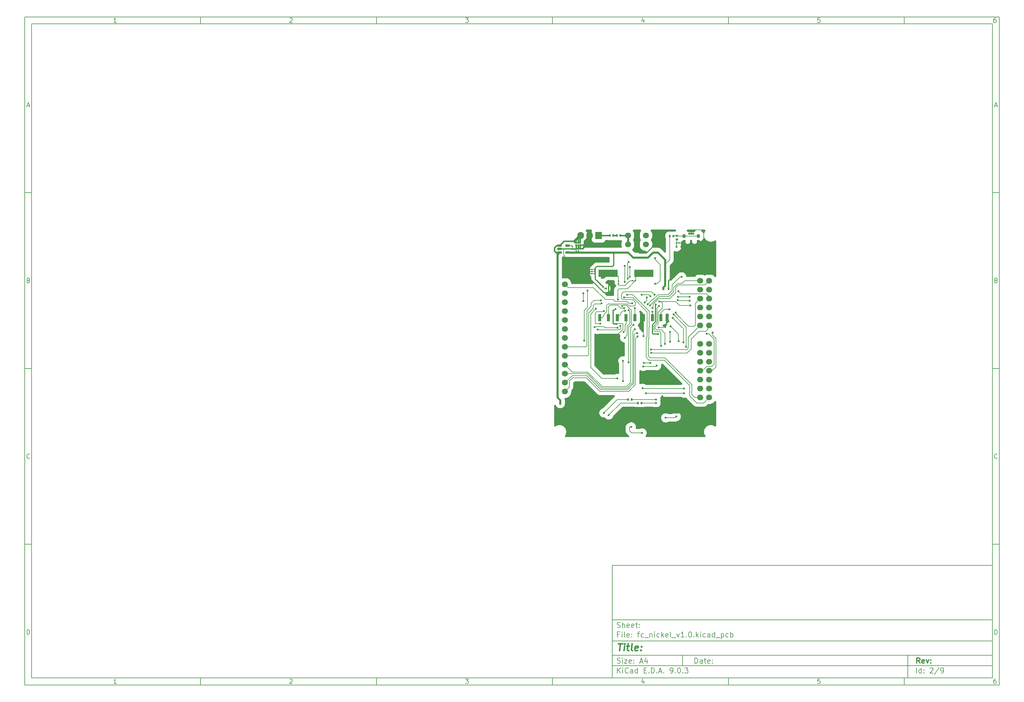
<source format=gbr>
%TF.GenerationSoftware,KiCad,Pcbnew,9.0.3*%
%TF.CreationDate,2025-07-26T10:56:30+05:30*%
%TF.ProjectId,fc_nickel_v1.0,66635f6e-6963-46b6-956c-5f76312e302e,rev?*%
%TF.SameCoordinates,Original*%
%TF.FileFunction,Copper,L2,Bot*%
%TF.FilePolarity,Positive*%
%FSLAX46Y46*%
G04 Gerber Fmt 4.6, Leading zero omitted, Abs format (unit mm)*
G04 Created by KiCad (PCBNEW 9.0.3) date 2025-07-26 10:56:30*
%MOMM*%
%LPD*%
G01*
G04 APERTURE LIST*
G04 Aperture macros list*
%AMRoundRect*
0 Rectangle with rounded corners*
0 $1 Rounding radius*
0 $2 $3 $4 $5 $6 $7 $8 $9 X,Y pos of 4 corners*
0 Add a 4 corners polygon primitive as box body*
4,1,4,$2,$3,$4,$5,$6,$7,$8,$9,$2,$3,0*
0 Add four circle primitives for the rounded corners*
1,1,$1+$1,$2,$3*
1,1,$1+$1,$4,$5*
1,1,$1+$1,$6,$7*
1,1,$1+$1,$8,$9*
0 Add four rect primitives between the rounded corners*
20,1,$1+$1,$2,$3,$4,$5,0*
20,1,$1+$1,$4,$5,$6,$7,0*
20,1,$1+$1,$6,$7,$8,$9,0*
20,1,$1+$1,$8,$9,$2,$3,0*%
G04 Aperture macros list end*
%ADD10C,0.100000*%
%ADD11C,0.150000*%
%ADD12C,0.300000*%
%ADD13C,0.400000*%
%TA.AperFunction,ComponentPad*%
%ADD14R,1.700000X1.700000*%
%TD*%
%TA.AperFunction,ComponentPad*%
%ADD15C,1.700000*%
%TD*%
%TA.AperFunction,ComponentPad*%
%ADD16O,1.200000X2.400000*%
%TD*%
%TA.AperFunction,ComponentPad*%
%ADD17O,1.100000X2.200000*%
%TD*%
%TA.AperFunction,SMDPad,CuDef*%
%ADD18RoundRect,0.140000X-0.140000X-0.170000X0.140000X-0.170000X0.140000X0.170000X-0.140000X0.170000X0*%
%TD*%
%TA.AperFunction,SMDPad,CuDef*%
%ADD19RoundRect,0.075000X0.212500X0.075000X-0.212500X0.075000X-0.212500X-0.075000X0.212500X-0.075000X0*%
%TD*%
%TA.AperFunction,SMDPad,CuDef*%
%ADD20R,5.500000X2.000000*%
%TD*%
%TA.AperFunction,SMDPad,CuDef*%
%ADD21RoundRect,0.075000X-0.075000X0.212500X-0.075000X-0.212500X0.075000X-0.212500X0.075000X0.212500X0*%
%TD*%
%TA.AperFunction,SMDPad,CuDef*%
%ADD22RoundRect,0.135000X0.135000X0.185000X-0.135000X0.185000X-0.135000X-0.185000X0.135000X-0.185000X0*%
%TD*%
%TA.AperFunction,SMDPad,CuDef*%
%ADD23RoundRect,0.075000X0.075000X-0.212500X0.075000X0.212500X-0.075000X0.212500X-0.075000X-0.212500X0*%
%TD*%
%TA.AperFunction,SMDPad,CuDef*%
%ADD24R,0.900000X2.100000*%
%TD*%
%TA.AperFunction,SMDPad,CuDef*%
%ADD25R,4.320000X3.200000*%
%TD*%
%TA.AperFunction,SMDPad,CuDef*%
%ADD26RoundRect,0.135000X0.185000X-0.135000X0.185000X0.135000X-0.185000X0.135000X-0.185000X-0.135000X0*%
%TD*%
%TA.AperFunction,SMDPad,CuDef*%
%ADD27RoundRect,0.135000X0.315000X0.365000X-0.315000X0.365000X-0.315000X-0.365000X0.315000X-0.365000X0*%
%TD*%
%TA.AperFunction,SMDPad,CuDef*%
%ADD28RoundRect,0.082500X0.767500X0.192500X-0.767500X0.192500X-0.767500X-0.192500X0.767500X-0.192500X0*%
%TD*%
%TA.AperFunction,ComponentPad*%
%ADD29R,1.905000X2.000000*%
%TD*%
%TA.AperFunction,ComponentPad*%
%ADD30O,1.905000X2.000000*%
%TD*%
%TA.AperFunction,SMDPad,CuDef*%
%ADD31RoundRect,0.075000X-0.212500X-0.075000X0.212500X-0.075000X0.212500X0.075000X-0.212500X0.075000X0*%
%TD*%
%TA.AperFunction,SMDPad,CuDef*%
%ADD32RoundRect,0.135000X-0.135000X-0.185000X0.135000X-0.185000X0.135000X0.185000X-0.135000X0.185000X0*%
%TD*%
%TA.AperFunction,SMDPad,CuDef*%
%ADD33R,0.500000X0.500000*%
%TD*%
%TA.AperFunction,SMDPad,CuDef*%
%ADD34RoundRect,0.150000X-0.512500X-0.150000X0.512500X-0.150000X0.512500X0.150000X-0.512500X0.150000X0*%
%TD*%
%TA.AperFunction,ViaPad*%
%ADD35C,0.600000*%
%TD*%
%TA.AperFunction,Conductor*%
%ADD36C,0.400000*%
%TD*%
%TA.AperFunction,Conductor*%
%ADD37C,0.300000*%
%TD*%
%TA.AperFunction,Conductor*%
%ADD38C,0.200000*%
%TD*%
%TA.AperFunction,Conductor*%
%ADD39C,0.127000*%
%TD*%
%TA.AperFunction,Conductor*%
%ADD40C,0.150000*%
%TD*%
%TA.AperFunction,Conductor*%
%ADD41C,0.600000*%
%TD*%
%TA.AperFunction,Conductor*%
%ADD42C,0.500000*%
%TD*%
G04 APERTURE END LIST*
D10*
D11*
X177002200Y-166007200D02*
X285002200Y-166007200D01*
X285002200Y-198007200D01*
X177002200Y-198007200D01*
X177002200Y-166007200D01*
D10*
D11*
X10000000Y-10000000D02*
X287002200Y-10000000D01*
X287002200Y-200007200D01*
X10000000Y-200007200D01*
X10000000Y-10000000D01*
D10*
D11*
X12000000Y-12000000D02*
X285002200Y-12000000D01*
X285002200Y-198007200D01*
X12000000Y-198007200D01*
X12000000Y-12000000D01*
D10*
D11*
X60000000Y-12000000D02*
X60000000Y-10000000D01*
D10*
D11*
X110000000Y-12000000D02*
X110000000Y-10000000D01*
D10*
D11*
X160000000Y-12000000D02*
X160000000Y-10000000D01*
D10*
D11*
X210000000Y-12000000D02*
X210000000Y-10000000D01*
D10*
D11*
X260000000Y-12000000D02*
X260000000Y-10000000D01*
D10*
D11*
X36089160Y-11593604D02*
X35346303Y-11593604D01*
X35717731Y-11593604D02*
X35717731Y-10293604D01*
X35717731Y-10293604D02*
X35593922Y-10479319D01*
X35593922Y-10479319D02*
X35470112Y-10603128D01*
X35470112Y-10603128D02*
X35346303Y-10665033D01*
D10*
D11*
X85346303Y-10417414D02*
X85408207Y-10355509D01*
X85408207Y-10355509D02*
X85532017Y-10293604D01*
X85532017Y-10293604D02*
X85841541Y-10293604D01*
X85841541Y-10293604D02*
X85965350Y-10355509D01*
X85965350Y-10355509D02*
X86027255Y-10417414D01*
X86027255Y-10417414D02*
X86089160Y-10541223D01*
X86089160Y-10541223D02*
X86089160Y-10665033D01*
X86089160Y-10665033D02*
X86027255Y-10850747D01*
X86027255Y-10850747D02*
X85284398Y-11593604D01*
X85284398Y-11593604D02*
X86089160Y-11593604D01*
D10*
D11*
X135284398Y-10293604D02*
X136089160Y-10293604D01*
X136089160Y-10293604D02*
X135655826Y-10788842D01*
X135655826Y-10788842D02*
X135841541Y-10788842D01*
X135841541Y-10788842D02*
X135965350Y-10850747D01*
X135965350Y-10850747D02*
X136027255Y-10912652D01*
X136027255Y-10912652D02*
X136089160Y-11036461D01*
X136089160Y-11036461D02*
X136089160Y-11345985D01*
X136089160Y-11345985D02*
X136027255Y-11469795D01*
X136027255Y-11469795D02*
X135965350Y-11531700D01*
X135965350Y-11531700D02*
X135841541Y-11593604D01*
X135841541Y-11593604D02*
X135470112Y-11593604D01*
X135470112Y-11593604D02*
X135346303Y-11531700D01*
X135346303Y-11531700D02*
X135284398Y-11469795D01*
D10*
D11*
X185965350Y-10726938D02*
X185965350Y-11593604D01*
X185655826Y-10231700D02*
X185346303Y-11160271D01*
X185346303Y-11160271D02*
X186151064Y-11160271D01*
D10*
D11*
X236027255Y-10293604D02*
X235408207Y-10293604D01*
X235408207Y-10293604D02*
X235346303Y-10912652D01*
X235346303Y-10912652D02*
X235408207Y-10850747D01*
X235408207Y-10850747D02*
X235532017Y-10788842D01*
X235532017Y-10788842D02*
X235841541Y-10788842D01*
X235841541Y-10788842D02*
X235965350Y-10850747D01*
X235965350Y-10850747D02*
X236027255Y-10912652D01*
X236027255Y-10912652D02*
X236089160Y-11036461D01*
X236089160Y-11036461D02*
X236089160Y-11345985D01*
X236089160Y-11345985D02*
X236027255Y-11469795D01*
X236027255Y-11469795D02*
X235965350Y-11531700D01*
X235965350Y-11531700D02*
X235841541Y-11593604D01*
X235841541Y-11593604D02*
X235532017Y-11593604D01*
X235532017Y-11593604D02*
X235408207Y-11531700D01*
X235408207Y-11531700D02*
X235346303Y-11469795D01*
D10*
D11*
X285965350Y-10293604D02*
X285717731Y-10293604D01*
X285717731Y-10293604D02*
X285593922Y-10355509D01*
X285593922Y-10355509D02*
X285532017Y-10417414D01*
X285532017Y-10417414D02*
X285408207Y-10603128D01*
X285408207Y-10603128D02*
X285346303Y-10850747D01*
X285346303Y-10850747D02*
X285346303Y-11345985D01*
X285346303Y-11345985D02*
X285408207Y-11469795D01*
X285408207Y-11469795D02*
X285470112Y-11531700D01*
X285470112Y-11531700D02*
X285593922Y-11593604D01*
X285593922Y-11593604D02*
X285841541Y-11593604D01*
X285841541Y-11593604D02*
X285965350Y-11531700D01*
X285965350Y-11531700D02*
X286027255Y-11469795D01*
X286027255Y-11469795D02*
X286089160Y-11345985D01*
X286089160Y-11345985D02*
X286089160Y-11036461D01*
X286089160Y-11036461D02*
X286027255Y-10912652D01*
X286027255Y-10912652D02*
X285965350Y-10850747D01*
X285965350Y-10850747D02*
X285841541Y-10788842D01*
X285841541Y-10788842D02*
X285593922Y-10788842D01*
X285593922Y-10788842D02*
X285470112Y-10850747D01*
X285470112Y-10850747D02*
X285408207Y-10912652D01*
X285408207Y-10912652D02*
X285346303Y-11036461D01*
D10*
D11*
X60000000Y-198007200D02*
X60000000Y-200007200D01*
D10*
D11*
X110000000Y-198007200D02*
X110000000Y-200007200D01*
D10*
D11*
X160000000Y-198007200D02*
X160000000Y-200007200D01*
D10*
D11*
X210000000Y-198007200D02*
X210000000Y-200007200D01*
D10*
D11*
X260000000Y-198007200D02*
X260000000Y-200007200D01*
D10*
D11*
X36089160Y-199600804D02*
X35346303Y-199600804D01*
X35717731Y-199600804D02*
X35717731Y-198300804D01*
X35717731Y-198300804D02*
X35593922Y-198486519D01*
X35593922Y-198486519D02*
X35470112Y-198610328D01*
X35470112Y-198610328D02*
X35346303Y-198672233D01*
D10*
D11*
X85346303Y-198424614D02*
X85408207Y-198362709D01*
X85408207Y-198362709D02*
X85532017Y-198300804D01*
X85532017Y-198300804D02*
X85841541Y-198300804D01*
X85841541Y-198300804D02*
X85965350Y-198362709D01*
X85965350Y-198362709D02*
X86027255Y-198424614D01*
X86027255Y-198424614D02*
X86089160Y-198548423D01*
X86089160Y-198548423D02*
X86089160Y-198672233D01*
X86089160Y-198672233D02*
X86027255Y-198857947D01*
X86027255Y-198857947D02*
X85284398Y-199600804D01*
X85284398Y-199600804D02*
X86089160Y-199600804D01*
D10*
D11*
X135284398Y-198300804D02*
X136089160Y-198300804D01*
X136089160Y-198300804D02*
X135655826Y-198796042D01*
X135655826Y-198796042D02*
X135841541Y-198796042D01*
X135841541Y-198796042D02*
X135965350Y-198857947D01*
X135965350Y-198857947D02*
X136027255Y-198919852D01*
X136027255Y-198919852D02*
X136089160Y-199043661D01*
X136089160Y-199043661D02*
X136089160Y-199353185D01*
X136089160Y-199353185D02*
X136027255Y-199476995D01*
X136027255Y-199476995D02*
X135965350Y-199538900D01*
X135965350Y-199538900D02*
X135841541Y-199600804D01*
X135841541Y-199600804D02*
X135470112Y-199600804D01*
X135470112Y-199600804D02*
X135346303Y-199538900D01*
X135346303Y-199538900D02*
X135284398Y-199476995D01*
D10*
D11*
X185965350Y-198734138D02*
X185965350Y-199600804D01*
X185655826Y-198238900D02*
X185346303Y-199167471D01*
X185346303Y-199167471D02*
X186151064Y-199167471D01*
D10*
D11*
X236027255Y-198300804D02*
X235408207Y-198300804D01*
X235408207Y-198300804D02*
X235346303Y-198919852D01*
X235346303Y-198919852D02*
X235408207Y-198857947D01*
X235408207Y-198857947D02*
X235532017Y-198796042D01*
X235532017Y-198796042D02*
X235841541Y-198796042D01*
X235841541Y-198796042D02*
X235965350Y-198857947D01*
X235965350Y-198857947D02*
X236027255Y-198919852D01*
X236027255Y-198919852D02*
X236089160Y-199043661D01*
X236089160Y-199043661D02*
X236089160Y-199353185D01*
X236089160Y-199353185D02*
X236027255Y-199476995D01*
X236027255Y-199476995D02*
X235965350Y-199538900D01*
X235965350Y-199538900D02*
X235841541Y-199600804D01*
X235841541Y-199600804D02*
X235532017Y-199600804D01*
X235532017Y-199600804D02*
X235408207Y-199538900D01*
X235408207Y-199538900D02*
X235346303Y-199476995D01*
D10*
D11*
X285965350Y-198300804D02*
X285717731Y-198300804D01*
X285717731Y-198300804D02*
X285593922Y-198362709D01*
X285593922Y-198362709D02*
X285532017Y-198424614D01*
X285532017Y-198424614D02*
X285408207Y-198610328D01*
X285408207Y-198610328D02*
X285346303Y-198857947D01*
X285346303Y-198857947D02*
X285346303Y-199353185D01*
X285346303Y-199353185D02*
X285408207Y-199476995D01*
X285408207Y-199476995D02*
X285470112Y-199538900D01*
X285470112Y-199538900D02*
X285593922Y-199600804D01*
X285593922Y-199600804D02*
X285841541Y-199600804D01*
X285841541Y-199600804D02*
X285965350Y-199538900D01*
X285965350Y-199538900D02*
X286027255Y-199476995D01*
X286027255Y-199476995D02*
X286089160Y-199353185D01*
X286089160Y-199353185D02*
X286089160Y-199043661D01*
X286089160Y-199043661D02*
X286027255Y-198919852D01*
X286027255Y-198919852D02*
X285965350Y-198857947D01*
X285965350Y-198857947D02*
X285841541Y-198796042D01*
X285841541Y-198796042D02*
X285593922Y-198796042D01*
X285593922Y-198796042D02*
X285470112Y-198857947D01*
X285470112Y-198857947D02*
X285408207Y-198919852D01*
X285408207Y-198919852D02*
X285346303Y-199043661D01*
D10*
D11*
X10000000Y-60000000D02*
X12000000Y-60000000D01*
D10*
D11*
X10000000Y-110000000D02*
X12000000Y-110000000D01*
D10*
D11*
X10000000Y-160000000D02*
X12000000Y-160000000D01*
D10*
D11*
X10690476Y-35222176D02*
X11309523Y-35222176D01*
X10566666Y-35593604D02*
X10999999Y-34293604D01*
X10999999Y-34293604D02*
X11433333Y-35593604D01*
D10*
D11*
X11092857Y-84912652D02*
X11278571Y-84974557D01*
X11278571Y-84974557D02*
X11340476Y-85036461D01*
X11340476Y-85036461D02*
X11402380Y-85160271D01*
X11402380Y-85160271D02*
X11402380Y-85345985D01*
X11402380Y-85345985D02*
X11340476Y-85469795D01*
X11340476Y-85469795D02*
X11278571Y-85531700D01*
X11278571Y-85531700D02*
X11154761Y-85593604D01*
X11154761Y-85593604D02*
X10659523Y-85593604D01*
X10659523Y-85593604D02*
X10659523Y-84293604D01*
X10659523Y-84293604D02*
X11092857Y-84293604D01*
X11092857Y-84293604D02*
X11216666Y-84355509D01*
X11216666Y-84355509D02*
X11278571Y-84417414D01*
X11278571Y-84417414D02*
X11340476Y-84541223D01*
X11340476Y-84541223D02*
X11340476Y-84665033D01*
X11340476Y-84665033D02*
X11278571Y-84788842D01*
X11278571Y-84788842D02*
X11216666Y-84850747D01*
X11216666Y-84850747D02*
X11092857Y-84912652D01*
X11092857Y-84912652D02*
X10659523Y-84912652D01*
D10*
D11*
X11402380Y-135469795D02*
X11340476Y-135531700D01*
X11340476Y-135531700D02*
X11154761Y-135593604D01*
X11154761Y-135593604D02*
X11030952Y-135593604D01*
X11030952Y-135593604D02*
X10845238Y-135531700D01*
X10845238Y-135531700D02*
X10721428Y-135407890D01*
X10721428Y-135407890D02*
X10659523Y-135284080D01*
X10659523Y-135284080D02*
X10597619Y-135036461D01*
X10597619Y-135036461D02*
X10597619Y-134850747D01*
X10597619Y-134850747D02*
X10659523Y-134603128D01*
X10659523Y-134603128D02*
X10721428Y-134479319D01*
X10721428Y-134479319D02*
X10845238Y-134355509D01*
X10845238Y-134355509D02*
X11030952Y-134293604D01*
X11030952Y-134293604D02*
X11154761Y-134293604D01*
X11154761Y-134293604D02*
X11340476Y-134355509D01*
X11340476Y-134355509D02*
X11402380Y-134417414D01*
D10*
D11*
X10659523Y-185593604D02*
X10659523Y-184293604D01*
X10659523Y-184293604D02*
X10969047Y-184293604D01*
X10969047Y-184293604D02*
X11154761Y-184355509D01*
X11154761Y-184355509D02*
X11278571Y-184479319D01*
X11278571Y-184479319D02*
X11340476Y-184603128D01*
X11340476Y-184603128D02*
X11402380Y-184850747D01*
X11402380Y-184850747D02*
X11402380Y-185036461D01*
X11402380Y-185036461D02*
X11340476Y-185284080D01*
X11340476Y-185284080D02*
X11278571Y-185407890D01*
X11278571Y-185407890D02*
X11154761Y-185531700D01*
X11154761Y-185531700D02*
X10969047Y-185593604D01*
X10969047Y-185593604D02*
X10659523Y-185593604D01*
D10*
D11*
X287002200Y-60000000D02*
X285002200Y-60000000D01*
D10*
D11*
X287002200Y-110000000D02*
X285002200Y-110000000D01*
D10*
D11*
X287002200Y-160000000D02*
X285002200Y-160000000D01*
D10*
D11*
X285692676Y-35222176D02*
X286311723Y-35222176D01*
X285568866Y-35593604D02*
X286002199Y-34293604D01*
X286002199Y-34293604D02*
X286435533Y-35593604D01*
D10*
D11*
X286095057Y-84912652D02*
X286280771Y-84974557D01*
X286280771Y-84974557D02*
X286342676Y-85036461D01*
X286342676Y-85036461D02*
X286404580Y-85160271D01*
X286404580Y-85160271D02*
X286404580Y-85345985D01*
X286404580Y-85345985D02*
X286342676Y-85469795D01*
X286342676Y-85469795D02*
X286280771Y-85531700D01*
X286280771Y-85531700D02*
X286156961Y-85593604D01*
X286156961Y-85593604D02*
X285661723Y-85593604D01*
X285661723Y-85593604D02*
X285661723Y-84293604D01*
X285661723Y-84293604D02*
X286095057Y-84293604D01*
X286095057Y-84293604D02*
X286218866Y-84355509D01*
X286218866Y-84355509D02*
X286280771Y-84417414D01*
X286280771Y-84417414D02*
X286342676Y-84541223D01*
X286342676Y-84541223D02*
X286342676Y-84665033D01*
X286342676Y-84665033D02*
X286280771Y-84788842D01*
X286280771Y-84788842D02*
X286218866Y-84850747D01*
X286218866Y-84850747D02*
X286095057Y-84912652D01*
X286095057Y-84912652D02*
X285661723Y-84912652D01*
D10*
D11*
X286404580Y-135469795D02*
X286342676Y-135531700D01*
X286342676Y-135531700D02*
X286156961Y-135593604D01*
X286156961Y-135593604D02*
X286033152Y-135593604D01*
X286033152Y-135593604D02*
X285847438Y-135531700D01*
X285847438Y-135531700D02*
X285723628Y-135407890D01*
X285723628Y-135407890D02*
X285661723Y-135284080D01*
X285661723Y-135284080D02*
X285599819Y-135036461D01*
X285599819Y-135036461D02*
X285599819Y-134850747D01*
X285599819Y-134850747D02*
X285661723Y-134603128D01*
X285661723Y-134603128D02*
X285723628Y-134479319D01*
X285723628Y-134479319D02*
X285847438Y-134355509D01*
X285847438Y-134355509D02*
X286033152Y-134293604D01*
X286033152Y-134293604D02*
X286156961Y-134293604D01*
X286156961Y-134293604D02*
X286342676Y-134355509D01*
X286342676Y-134355509D02*
X286404580Y-134417414D01*
D10*
D11*
X285661723Y-185593604D02*
X285661723Y-184293604D01*
X285661723Y-184293604D02*
X285971247Y-184293604D01*
X285971247Y-184293604D02*
X286156961Y-184355509D01*
X286156961Y-184355509D02*
X286280771Y-184479319D01*
X286280771Y-184479319D02*
X286342676Y-184603128D01*
X286342676Y-184603128D02*
X286404580Y-184850747D01*
X286404580Y-184850747D02*
X286404580Y-185036461D01*
X286404580Y-185036461D02*
X286342676Y-185284080D01*
X286342676Y-185284080D02*
X286280771Y-185407890D01*
X286280771Y-185407890D02*
X286156961Y-185531700D01*
X286156961Y-185531700D02*
X285971247Y-185593604D01*
X285971247Y-185593604D02*
X285661723Y-185593604D01*
D10*
D11*
X200458026Y-193793328D02*
X200458026Y-192293328D01*
X200458026Y-192293328D02*
X200815169Y-192293328D01*
X200815169Y-192293328D02*
X201029455Y-192364757D01*
X201029455Y-192364757D02*
X201172312Y-192507614D01*
X201172312Y-192507614D02*
X201243741Y-192650471D01*
X201243741Y-192650471D02*
X201315169Y-192936185D01*
X201315169Y-192936185D02*
X201315169Y-193150471D01*
X201315169Y-193150471D02*
X201243741Y-193436185D01*
X201243741Y-193436185D02*
X201172312Y-193579042D01*
X201172312Y-193579042D02*
X201029455Y-193721900D01*
X201029455Y-193721900D02*
X200815169Y-193793328D01*
X200815169Y-193793328D02*
X200458026Y-193793328D01*
X202600884Y-193793328D02*
X202600884Y-193007614D01*
X202600884Y-193007614D02*
X202529455Y-192864757D01*
X202529455Y-192864757D02*
X202386598Y-192793328D01*
X202386598Y-192793328D02*
X202100884Y-192793328D01*
X202100884Y-192793328D02*
X201958026Y-192864757D01*
X202600884Y-193721900D02*
X202458026Y-193793328D01*
X202458026Y-193793328D02*
X202100884Y-193793328D01*
X202100884Y-193793328D02*
X201958026Y-193721900D01*
X201958026Y-193721900D02*
X201886598Y-193579042D01*
X201886598Y-193579042D02*
X201886598Y-193436185D01*
X201886598Y-193436185D02*
X201958026Y-193293328D01*
X201958026Y-193293328D02*
X202100884Y-193221900D01*
X202100884Y-193221900D02*
X202458026Y-193221900D01*
X202458026Y-193221900D02*
X202600884Y-193150471D01*
X203100884Y-192793328D02*
X203672312Y-192793328D01*
X203315169Y-192293328D02*
X203315169Y-193579042D01*
X203315169Y-193579042D02*
X203386598Y-193721900D01*
X203386598Y-193721900D02*
X203529455Y-193793328D01*
X203529455Y-193793328D02*
X203672312Y-193793328D01*
X204743741Y-193721900D02*
X204600884Y-193793328D01*
X204600884Y-193793328D02*
X204315170Y-193793328D01*
X204315170Y-193793328D02*
X204172312Y-193721900D01*
X204172312Y-193721900D02*
X204100884Y-193579042D01*
X204100884Y-193579042D02*
X204100884Y-193007614D01*
X204100884Y-193007614D02*
X204172312Y-192864757D01*
X204172312Y-192864757D02*
X204315170Y-192793328D01*
X204315170Y-192793328D02*
X204600884Y-192793328D01*
X204600884Y-192793328D02*
X204743741Y-192864757D01*
X204743741Y-192864757D02*
X204815170Y-193007614D01*
X204815170Y-193007614D02*
X204815170Y-193150471D01*
X204815170Y-193150471D02*
X204100884Y-193293328D01*
X205458026Y-193650471D02*
X205529455Y-193721900D01*
X205529455Y-193721900D02*
X205458026Y-193793328D01*
X205458026Y-193793328D02*
X205386598Y-193721900D01*
X205386598Y-193721900D02*
X205458026Y-193650471D01*
X205458026Y-193650471D02*
X205458026Y-193793328D01*
X205458026Y-192864757D02*
X205529455Y-192936185D01*
X205529455Y-192936185D02*
X205458026Y-193007614D01*
X205458026Y-193007614D02*
X205386598Y-192936185D01*
X205386598Y-192936185D02*
X205458026Y-192864757D01*
X205458026Y-192864757D02*
X205458026Y-193007614D01*
D10*
D11*
X177002200Y-194507200D02*
X285002200Y-194507200D01*
D10*
D11*
X178458026Y-196593328D02*
X178458026Y-195093328D01*
X179315169Y-196593328D02*
X178672312Y-195736185D01*
X179315169Y-195093328D02*
X178458026Y-195950471D01*
X179958026Y-196593328D02*
X179958026Y-195593328D01*
X179958026Y-195093328D02*
X179886598Y-195164757D01*
X179886598Y-195164757D02*
X179958026Y-195236185D01*
X179958026Y-195236185D02*
X180029455Y-195164757D01*
X180029455Y-195164757D02*
X179958026Y-195093328D01*
X179958026Y-195093328D02*
X179958026Y-195236185D01*
X181529455Y-196450471D02*
X181458027Y-196521900D01*
X181458027Y-196521900D02*
X181243741Y-196593328D01*
X181243741Y-196593328D02*
X181100884Y-196593328D01*
X181100884Y-196593328D02*
X180886598Y-196521900D01*
X180886598Y-196521900D02*
X180743741Y-196379042D01*
X180743741Y-196379042D02*
X180672312Y-196236185D01*
X180672312Y-196236185D02*
X180600884Y-195950471D01*
X180600884Y-195950471D02*
X180600884Y-195736185D01*
X180600884Y-195736185D02*
X180672312Y-195450471D01*
X180672312Y-195450471D02*
X180743741Y-195307614D01*
X180743741Y-195307614D02*
X180886598Y-195164757D01*
X180886598Y-195164757D02*
X181100884Y-195093328D01*
X181100884Y-195093328D02*
X181243741Y-195093328D01*
X181243741Y-195093328D02*
X181458027Y-195164757D01*
X181458027Y-195164757D02*
X181529455Y-195236185D01*
X182815170Y-196593328D02*
X182815170Y-195807614D01*
X182815170Y-195807614D02*
X182743741Y-195664757D01*
X182743741Y-195664757D02*
X182600884Y-195593328D01*
X182600884Y-195593328D02*
X182315170Y-195593328D01*
X182315170Y-195593328D02*
X182172312Y-195664757D01*
X182815170Y-196521900D02*
X182672312Y-196593328D01*
X182672312Y-196593328D02*
X182315170Y-196593328D01*
X182315170Y-196593328D02*
X182172312Y-196521900D01*
X182172312Y-196521900D02*
X182100884Y-196379042D01*
X182100884Y-196379042D02*
X182100884Y-196236185D01*
X182100884Y-196236185D02*
X182172312Y-196093328D01*
X182172312Y-196093328D02*
X182315170Y-196021900D01*
X182315170Y-196021900D02*
X182672312Y-196021900D01*
X182672312Y-196021900D02*
X182815170Y-195950471D01*
X184172313Y-196593328D02*
X184172313Y-195093328D01*
X184172313Y-196521900D02*
X184029455Y-196593328D01*
X184029455Y-196593328D02*
X183743741Y-196593328D01*
X183743741Y-196593328D02*
X183600884Y-196521900D01*
X183600884Y-196521900D02*
X183529455Y-196450471D01*
X183529455Y-196450471D02*
X183458027Y-196307614D01*
X183458027Y-196307614D02*
X183458027Y-195879042D01*
X183458027Y-195879042D02*
X183529455Y-195736185D01*
X183529455Y-195736185D02*
X183600884Y-195664757D01*
X183600884Y-195664757D02*
X183743741Y-195593328D01*
X183743741Y-195593328D02*
X184029455Y-195593328D01*
X184029455Y-195593328D02*
X184172313Y-195664757D01*
X186029455Y-195807614D02*
X186529455Y-195807614D01*
X186743741Y-196593328D02*
X186029455Y-196593328D01*
X186029455Y-196593328D02*
X186029455Y-195093328D01*
X186029455Y-195093328D02*
X186743741Y-195093328D01*
X187386598Y-196450471D02*
X187458027Y-196521900D01*
X187458027Y-196521900D02*
X187386598Y-196593328D01*
X187386598Y-196593328D02*
X187315170Y-196521900D01*
X187315170Y-196521900D02*
X187386598Y-196450471D01*
X187386598Y-196450471D02*
X187386598Y-196593328D01*
X188100884Y-196593328D02*
X188100884Y-195093328D01*
X188100884Y-195093328D02*
X188458027Y-195093328D01*
X188458027Y-195093328D02*
X188672313Y-195164757D01*
X188672313Y-195164757D02*
X188815170Y-195307614D01*
X188815170Y-195307614D02*
X188886599Y-195450471D01*
X188886599Y-195450471D02*
X188958027Y-195736185D01*
X188958027Y-195736185D02*
X188958027Y-195950471D01*
X188958027Y-195950471D02*
X188886599Y-196236185D01*
X188886599Y-196236185D02*
X188815170Y-196379042D01*
X188815170Y-196379042D02*
X188672313Y-196521900D01*
X188672313Y-196521900D02*
X188458027Y-196593328D01*
X188458027Y-196593328D02*
X188100884Y-196593328D01*
X189600884Y-196450471D02*
X189672313Y-196521900D01*
X189672313Y-196521900D02*
X189600884Y-196593328D01*
X189600884Y-196593328D02*
X189529456Y-196521900D01*
X189529456Y-196521900D02*
X189600884Y-196450471D01*
X189600884Y-196450471D02*
X189600884Y-196593328D01*
X190243742Y-196164757D02*
X190958028Y-196164757D01*
X190100885Y-196593328D02*
X190600885Y-195093328D01*
X190600885Y-195093328D02*
X191100885Y-196593328D01*
X191600884Y-196450471D02*
X191672313Y-196521900D01*
X191672313Y-196521900D02*
X191600884Y-196593328D01*
X191600884Y-196593328D02*
X191529456Y-196521900D01*
X191529456Y-196521900D02*
X191600884Y-196450471D01*
X191600884Y-196450471D02*
X191600884Y-196593328D01*
X193529456Y-196593328D02*
X193815170Y-196593328D01*
X193815170Y-196593328D02*
X193958027Y-196521900D01*
X193958027Y-196521900D02*
X194029456Y-196450471D01*
X194029456Y-196450471D02*
X194172313Y-196236185D01*
X194172313Y-196236185D02*
X194243742Y-195950471D01*
X194243742Y-195950471D02*
X194243742Y-195379042D01*
X194243742Y-195379042D02*
X194172313Y-195236185D01*
X194172313Y-195236185D02*
X194100885Y-195164757D01*
X194100885Y-195164757D02*
X193958027Y-195093328D01*
X193958027Y-195093328D02*
X193672313Y-195093328D01*
X193672313Y-195093328D02*
X193529456Y-195164757D01*
X193529456Y-195164757D02*
X193458027Y-195236185D01*
X193458027Y-195236185D02*
X193386599Y-195379042D01*
X193386599Y-195379042D02*
X193386599Y-195736185D01*
X193386599Y-195736185D02*
X193458027Y-195879042D01*
X193458027Y-195879042D02*
X193529456Y-195950471D01*
X193529456Y-195950471D02*
X193672313Y-196021900D01*
X193672313Y-196021900D02*
X193958027Y-196021900D01*
X193958027Y-196021900D02*
X194100885Y-195950471D01*
X194100885Y-195950471D02*
X194172313Y-195879042D01*
X194172313Y-195879042D02*
X194243742Y-195736185D01*
X194886598Y-196450471D02*
X194958027Y-196521900D01*
X194958027Y-196521900D02*
X194886598Y-196593328D01*
X194886598Y-196593328D02*
X194815170Y-196521900D01*
X194815170Y-196521900D02*
X194886598Y-196450471D01*
X194886598Y-196450471D02*
X194886598Y-196593328D01*
X195886599Y-195093328D02*
X196029456Y-195093328D01*
X196029456Y-195093328D02*
X196172313Y-195164757D01*
X196172313Y-195164757D02*
X196243742Y-195236185D01*
X196243742Y-195236185D02*
X196315170Y-195379042D01*
X196315170Y-195379042D02*
X196386599Y-195664757D01*
X196386599Y-195664757D02*
X196386599Y-196021900D01*
X196386599Y-196021900D02*
X196315170Y-196307614D01*
X196315170Y-196307614D02*
X196243742Y-196450471D01*
X196243742Y-196450471D02*
X196172313Y-196521900D01*
X196172313Y-196521900D02*
X196029456Y-196593328D01*
X196029456Y-196593328D02*
X195886599Y-196593328D01*
X195886599Y-196593328D02*
X195743742Y-196521900D01*
X195743742Y-196521900D02*
X195672313Y-196450471D01*
X195672313Y-196450471D02*
X195600884Y-196307614D01*
X195600884Y-196307614D02*
X195529456Y-196021900D01*
X195529456Y-196021900D02*
X195529456Y-195664757D01*
X195529456Y-195664757D02*
X195600884Y-195379042D01*
X195600884Y-195379042D02*
X195672313Y-195236185D01*
X195672313Y-195236185D02*
X195743742Y-195164757D01*
X195743742Y-195164757D02*
X195886599Y-195093328D01*
X197029455Y-196450471D02*
X197100884Y-196521900D01*
X197100884Y-196521900D02*
X197029455Y-196593328D01*
X197029455Y-196593328D02*
X196958027Y-196521900D01*
X196958027Y-196521900D02*
X197029455Y-196450471D01*
X197029455Y-196450471D02*
X197029455Y-196593328D01*
X197600884Y-195093328D02*
X198529456Y-195093328D01*
X198529456Y-195093328D02*
X198029456Y-195664757D01*
X198029456Y-195664757D02*
X198243741Y-195664757D01*
X198243741Y-195664757D02*
X198386599Y-195736185D01*
X198386599Y-195736185D02*
X198458027Y-195807614D01*
X198458027Y-195807614D02*
X198529456Y-195950471D01*
X198529456Y-195950471D02*
X198529456Y-196307614D01*
X198529456Y-196307614D02*
X198458027Y-196450471D01*
X198458027Y-196450471D02*
X198386599Y-196521900D01*
X198386599Y-196521900D02*
X198243741Y-196593328D01*
X198243741Y-196593328D02*
X197815170Y-196593328D01*
X197815170Y-196593328D02*
X197672313Y-196521900D01*
X197672313Y-196521900D02*
X197600884Y-196450471D01*
D10*
D11*
X177002200Y-191507200D02*
X285002200Y-191507200D01*
D10*
D12*
X264413853Y-193785528D02*
X263913853Y-193071242D01*
X263556710Y-193785528D02*
X263556710Y-192285528D01*
X263556710Y-192285528D02*
X264128139Y-192285528D01*
X264128139Y-192285528D02*
X264270996Y-192356957D01*
X264270996Y-192356957D02*
X264342425Y-192428385D01*
X264342425Y-192428385D02*
X264413853Y-192571242D01*
X264413853Y-192571242D02*
X264413853Y-192785528D01*
X264413853Y-192785528D02*
X264342425Y-192928385D01*
X264342425Y-192928385D02*
X264270996Y-192999814D01*
X264270996Y-192999814D02*
X264128139Y-193071242D01*
X264128139Y-193071242D02*
X263556710Y-193071242D01*
X265628139Y-193714100D02*
X265485282Y-193785528D01*
X265485282Y-193785528D02*
X265199568Y-193785528D01*
X265199568Y-193785528D02*
X265056710Y-193714100D01*
X265056710Y-193714100D02*
X264985282Y-193571242D01*
X264985282Y-193571242D02*
X264985282Y-192999814D01*
X264985282Y-192999814D02*
X265056710Y-192856957D01*
X265056710Y-192856957D02*
X265199568Y-192785528D01*
X265199568Y-192785528D02*
X265485282Y-192785528D01*
X265485282Y-192785528D02*
X265628139Y-192856957D01*
X265628139Y-192856957D02*
X265699568Y-192999814D01*
X265699568Y-192999814D02*
X265699568Y-193142671D01*
X265699568Y-193142671D02*
X264985282Y-193285528D01*
X266199567Y-192785528D02*
X266556710Y-193785528D01*
X266556710Y-193785528D02*
X266913853Y-192785528D01*
X267485281Y-193642671D02*
X267556710Y-193714100D01*
X267556710Y-193714100D02*
X267485281Y-193785528D01*
X267485281Y-193785528D02*
X267413853Y-193714100D01*
X267413853Y-193714100D02*
X267485281Y-193642671D01*
X267485281Y-193642671D02*
X267485281Y-193785528D01*
X267485281Y-192856957D02*
X267556710Y-192928385D01*
X267556710Y-192928385D02*
X267485281Y-192999814D01*
X267485281Y-192999814D02*
X267413853Y-192928385D01*
X267413853Y-192928385D02*
X267485281Y-192856957D01*
X267485281Y-192856957D02*
X267485281Y-192999814D01*
D10*
D11*
X178386598Y-193721900D02*
X178600884Y-193793328D01*
X178600884Y-193793328D02*
X178958026Y-193793328D01*
X178958026Y-193793328D02*
X179100884Y-193721900D01*
X179100884Y-193721900D02*
X179172312Y-193650471D01*
X179172312Y-193650471D02*
X179243741Y-193507614D01*
X179243741Y-193507614D02*
X179243741Y-193364757D01*
X179243741Y-193364757D02*
X179172312Y-193221900D01*
X179172312Y-193221900D02*
X179100884Y-193150471D01*
X179100884Y-193150471D02*
X178958026Y-193079042D01*
X178958026Y-193079042D02*
X178672312Y-193007614D01*
X178672312Y-193007614D02*
X178529455Y-192936185D01*
X178529455Y-192936185D02*
X178458026Y-192864757D01*
X178458026Y-192864757D02*
X178386598Y-192721900D01*
X178386598Y-192721900D02*
X178386598Y-192579042D01*
X178386598Y-192579042D02*
X178458026Y-192436185D01*
X178458026Y-192436185D02*
X178529455Y-192364757D01*
X178529455Y-192364757D02*
X178672312Y-192293328D01*
X178672312Y-192293328D02*
X179029455Y-192293328D01*
X179029455Y-192293328D02*
X179243741Y-192364757D01*
X179886597Y-193793328D02*
X179886597Y-192793328D01*
X179886597Y-192293328D02*
X179815169Y-192364757D01*
X179815169Y-192364757D02*
X179886597Y-192436185D01*
X179886597Y-192436185D02*
X179958026Y-192364757D01*
X179958026Y-192364757D02*
X179886597Y-192293328D01*
X179886597Y-192293328D02*
X179886597Y-192436185D01*
X180458026Y-192793328D02*
X181243741Y-192793328D01*
X181243741Y-192793328D02*
X180458026Y-193793328D01*
X180458026Y-193793328D02*
X181243741Y-193793328D01*
X182386598Y-193721900D02*
X182243741Y-193793328D01*
X182243741Y-193793328D02*
X181958027Y-193793328D01*
X181958027Y-193793328D02*
X181815169Y-193721900D01*
X181815169Y-193721900D02*
X181743741Y-193579042D01*
X181743741Y-193579042D02*
X181743741Y-193007614D01*
X181743741Y-193007614D02*
X181815169Y-192864757D01*
X181815169Y-192864757D02*
X181958027Y-192793328D01*
X181958027Y-192793328D02*
X182243741Y-192793328D01*
X182243741Y-192793328D02*
X182386598Y-192864757D01*
X182386598Y-192864757D02*
X182458027Y-193007614D01*
X182458027Y-193007614D02*
X182458027Y-193150471D01*
X182458027Y-193150471D02*
X181743741Y-193293328D01*
X183100883Y-193650471D02*
X183172312Y-193721900D01*
X183172312Y-193721900D02*
X183100883Y-193793328D01*
X183100883Y-193793328D02*
X183029455Y-193721900D01*
X183029455Y-193721900D02*
X183100883Y-193650471D01*
X183100883Y-193650471D02*
X183100883Y-193793328D01*
X183100883Y-192864757D02*
X183172312Y-192936185D01*
X183172312Y-192936185D02*
X183100883Y-193007614D01*
X183100883Y-193007614D02*
X183029455Y-192936185D01*
X183029455Y-192936185D02*
X183100883Y-192864757D01*
X183100883Y-192864757D02*
X183100883Y-193007614D01*
X184886598Y-193364757D02*
X185600884Y-193364757D01*
X184743741Y-193793328D02*
X185243741Y-192293328D01*
X185243741Y-192293328D02*
X185743741Y-193793328D01*
X186886598Y-192793328D02*
X186886598Y-193793328D01*
X186529455Y-192221900D02*
X186172312Y-193293328D01*
X186172312Y-193293328D02*
X187100883Y-193293328D01*
D10*
D11*
X263458026Y-196593328D02*
X263458026Y-195093328D01*
X264815170Y-196593328D02*
X264815170Y-195093328D01*
X264815170Y-196521900D02*
X264672312Y-196593328D01*
X264672312Y-196593328D02*
X264386598Y-196593328D01*
X264386598Y-196593328D02*
X264243741Y-196521900D01*
X264243741Y-196521900D02*
X264172312Y-196450471D01*
X264172312Y-196450471D02*
X264100884Y-196307614D01*
X264100884Y-196307614D02*
X264100884Y-195879042D01*
X264100884Y-195879042D02*
X264172312Y-195736185D01*
X264172312Y-195736185D02*
X264243741Y-195664757D01*
X264243741Y-195664757D02*
X264386598Y-195593328D01*
X264386598Y-195593328D02*
X264672312Y-195593328D01*
X264672312Y-195593328D02*
X264815170Y-195664757D01*
X265529455Y-196450471D02*
X265600884Y-196521900D01*
X265600884Y-196521900D02*
X265529455Y-196593328D01*
X265529455Y-196593328D02*
X265458027Y-196521900D01*
X265458027Y-196521900D02*
X265529455Y-196450471D01*
X265529455Y-196450471D02*
X265529455Y-196593328D01*
X265529455Y-195664757D02*
X265600884Y-195736185D01*
X265600884Y-195736185D02*
X265529455Y-195807614D01*
X265529455Y-195807614D02*
X265458027Y-195736185D01*
X265458027Y-195736185D02*
X265529455Y-195664757D01*
X265529455Y-195664757D02*
X265529455Y-195807614D01*
X267315170Y-195236185D02*
X267386598Y-195164757D01*
X267386598Y-195164757D02*
X267529456Y-195093328D01*
X267529456Y-195093328D02*
X267886598Y-195093328D01*
X267886598Y-195093328D02*
X268029456Y-195164757D01*
X268029456Y-195164757D02*
X268100884Y-195236185D01*
X268100884Y-195236185D02*
X268172313Y-195379042D01*
X268172313Y-195379042D02*
X268172313Y-195521900D01*
X268172313Y-195521900D02*
X268100884Y-195736185D01*
X268100884Y-195736185D02*
X267243741Y-196593328D01*
X267243741Y-196593328D02*
X268172313Y-196593328D01*
X269886598Y-195021900D02*
X268600884Y-196950471D01*
X270458027Y-196593328D02*
X270743741Y-196593328D01*
X270743741Y-196593328D02*
X270886598Y-196521900D01*
X270886598Y-196521900D02*
X270958027Y-196450471D01*
X270958027Y-196450471D02*
X271100884Y-196236185D01*
X271100884Y-196236185D02*
X271172313Y-195950471D01*
X271172313Y-195950471D02*
X271172313Y-195379042D01*
X271172313Y-195379042D02*
X271100884Y-195236185D01*
X271100884Y-195236185D02*
X271029456Y-195164757D01*
X271029456Y-195164757D02*
X270886598Y-195093328D01*
X270886598Y-195093328D02*
X270600884Y-195093328D01*
X270600884Y-195093328D02*
X270458027Y-195164757D01*
X270458027Y-195164757D02*
X270386598Y-195236185D01*
X270386598Y-195236185D02*
X270315170Y-195379042D01*
X270315170Y-195379042D02*
X270315170Y-195736185D01*
X270315170Y-195736185D02*
X270386598Y-195879042D01*
X270386598Y-195879042D02*
X270458027Y-195950471D01*
X270458027Y-195950471D02*
X270600884Y-196021900D01*
X270600884Y-196021900D02*
X270886598Y-196021900D01*
X270886598Y-196021900D02*
X271029456Y-195950471D01*
X271029456Y-195950471D02*
X271100884Y-195879042D01*
X271100884Y-195879042D02*
X271172313Y-195736185D01*
D10*
D11*
X177002200Y-187507200D02*
X285002200Y-187507200D01*
D10*
D13*
X178693928Y-188211638D02*
X179836785Y-188211638D01*
X179015357Y-190211638D02*
X179265357Y-188211638D01*
X180253452Y-190211638D02*
X180420119Y-188878304D01*
X180503452Y-188211638D02*
X180396309Y-188306876D01*
X180396309Y-188306876D02*
X180479643Y-188402114D01*
X180479643Y-188402114D02*
X180586786Y-188306876D01*
X180586786Y-188306876D02*
X180503452Y-188211638D01*
X180503452Y-188211638D02*
X180479643Y-188402114D01*
X181086786Y-188878304D02*
X181848690Y-188878304D01*
X181455833Y-188211638D02*
X181241548Y-189925923D01*
X181241548Y-189925923D02*
X181312976Y-190116400D01*
X181312976Y-190116400D02*
X181491548Y-190211638D01*
X181491548Y-190211638D02*
X181682024Y-190211638D01*
X182634405Y-190211638D02*
X182455833Y-190116400D01*
X182455833Y-190116400D02*
X182384405Y-189925923D01*
X182384405Y-189925923D02*
X182598690Y-188211638D01*
X184170119Y-190116400D02*
X183967738Y-190211638D01*
X183967738Y-190211638D02*
X183586785Y-190211638D01*
X183586785Y-190211638D02*
X183408214Y-190116400D01*
X183408214Y-190116400D02*
X183336785Y-189925923D01*
X183336785Y-189925923D02*
X183432024Y-189164019D01*
X183432024Y-189164019D02*
X183551071Y-188973542D01*
X183551071Y-188973542D02*
X183753452Y-188878304D01*
X183753452Y-188878304D02*
X184134404Y-188878304D01*
X184134404Y-188878304D02*
X184312976Y-188973542D01*
X184312976Y-188973542D02*
X184384404Y-189164019D01*
X184384404Y-189164019D02*
X184360595Y-189354495D01*
X184360595Y-189354495D02*
X183384404Y-189544971D01*
X185134405Y-190021161D02*
X185217738Y-190116400D01*
X185217738Y-190116400D02*
X185110595Y-190211638D01*
X185110595Y-190211638D02*
X185027262Y-190116400D01*
X185027262Y-190116400D02*
X185134405Y-190021161D01*
X185134405Y-190021161D02*
X185110595Y-190211638D01*
X185265357Y-188973542D02*
X185348690Y-189068780D01*
X185348690Y-189068780D02*
X185241548Y-189164019D01*
X185241548Y-189164019D02*
X185158214Y-189068780D01*
X185158214Y-189068780D02*
X185265357Y-188973542D01*
X185265357Y-188973542D02*
X185241548Y-189164019D01*
D10*
D11*
X178958026Y-185607614D02*
X178458026Y-185607614D01*
X178458026Y-186393328D02*
X178458026Y-184893328D01*
X178458026Y-184893328D02*
X179172312Y-184893328D01*
X179743740Y-186393328D02*
X179743740Y-185393328D01*
X179743740Y-184893328D02*
X179672312Y-184964757D01*
X179672312Y-184964757D02*
X179743740Y-185036185D01*
X179743740Y-185036185D02*
X179815169Y-184964757D01*
X179815169Y-184964757D02*
X179743740Y-184893328D01*
X179743740Y-184893328D02*
X179743740Y-185036185D01*
X180672312Y-186393328D02*
X180529455Y-186321900D01*
X180529455Y-186321900D02*
X180458026Y-186179042D01*
X180458026Y-186179042D02*
X180458026Y-184893328D01*
X181815169Y-186321900D02*
X181672312Y-186393328D01*
X181672312Y-186393328D02*
X181386598Y-186393328D01*
X181386598Y-186393328D02*
X181243740Y-186321900D01*
X181243740Y-186321900D02*
X181172312Y-186179042D01*
X181172312Y-186179042D02*
X181172312Y-185607614D01*
X181172312Y-185607614D02*
X181243740Y-185464757D01*
X181243740Y-185464757D02*
X181386598Y-185393328D01*
X181386598Y-185393328D02*
X181672312Y-185393328D01*
X181672312Y-185393328D02*
X181815169Y-185464757D01*
X181815169Y-185464757D02*
X181886598Y-185607614D01*
X181886598Y-185607614D02*
X181886598Y-185750471D01*
X181886598Y-185750471D02*
X181172312Y-185893328D01*
X182529454Y-186250471D02*
X182600883Y-186321900D01*
X182600883Y-186321900D02*
X182529454Y-186393328D01*
X182529454Y-186393328D02*
X182458026Y-186321900D01*
X182458026Y-186321900D02*
X182529454Y-186250471D01*
X182529454Y-186250471D02*
X182529454Y-186393328D01*
X182529454Y-185464757D02*
X182600883Y-185536185D01*
X182600883Y-185536185D02*
X182529454Y-185607614D01*
X182529454Y-185607614D02*
X182458026Y-185536185D01*
X182458026Y-185536185D02*
X182529454Y-185464757D01*
X182529454Y-185464757D02*
X182529454Y-185607614D01*
X184172312Y-185393328D02*
X184743740Y-185393328D01*
X184386597Y-186393328D02*
X184386597Y-185107614D01*
X184386597Y-185107614D02*
X184458026Y-184964757D01*
X184458026Y-184964757D02*
X184600883Y-184893328D01*
X184600883Y-184893328D02*
X184743740Y-184893328D01*
X185886598Y-186321900D02*
X185743740Y-186393328D01*
X185743740Y-186393328D02*
X185458026Y-186393328D01*
X185458026Y-186393328D02*
X185315169Y-186321900D01*
X185315169Y-186321900D02*
X185243740Y-186250471D01*
X185243740Y-186250471D02*
X185172312Y-186107614D01*
X185172312Y-186107614D02*
X185172312Y-185679042D01*
X185172312Y-185679042D02*
X185243740Y-185536185D01*
X185243740Y-185536185D02*
X185315169Y-185464757D01*
X185315169Y-185464757D02*
X185458026Y-185393328D01*
X185458026Y-185393328D02*
X185743740Y-185393328D01*
X185743740Y-185393328D02*
X185886598Y-185464757D01*
X186172312Y-186536185D02*
X187315169Y-186536185D01*
X187672311Y-185393328D02*
X187672311Y-186393328D01*
X187672311Y-185536185D02*
X187743740Y-185464757D01*
X187743740Y-185464757D02*
X187886597Y-185393328D01*
X187886597Y-185393328D02*
X188100883Y-185393328D01*
X188100883Y-185393328D02*
X188243740Y-185464757D01*
X188243740Y-185464757D02*
X188315169Y-185607614D01*
X188315169Y-185607614D02*
X188315169Y-186393328D01*
X189029454Y-186393328D02*
X189029454Y-185393328D01*
X189029454Y-184893328D02*
X188958026Y-184964757D01*
X188958026Y-184964757D02*
X189029454Y-185036185D01*
X189029454Y-185036185D02*
X189100883Y-184964757D01*
X189100883Y-184964757D02*
X189029454Y-184893328D01*
X189029454Y-184893328D02*
X189029454Y-185036185D01*
X190386598Y-186321900D02*
X190243740Y-186393328D01*
X190243740Y-186393328D02*
X189958026Y-186393328D01*
X189958026Y-186393328D02*
X189815169Y-186321900D01*
X189815169Y-186321900D02*
X189743740Y-186250471D01*
X189743740Y-186250471D02*
X189672312Y-186107614D01*
X189672312Y-186107614D02*
X189672312Y-185679042D01*
X189672312Y-185679042D02*
X189743740Y-185536185D01*
X189743740Y-185536185D02*
X189815169Y-185464757D01*
X189815169Y-185464757D02*
X189958026Y-185393328D01*
X189958026Y-185393328D02*
X190243740Y-185393328D01*
X190243740Y-185393328D02*
X190386598Y-185464757D01*
X191029454Y-186393328D02*
X191029454Y-184893328D01*
X191172312Y-185821900D02*
X191600883Y-186393328D01*
X191600883Y-185393328D02*
X191029454Y-185964757D01*
X192815169Y-186321900D02*
X192672312Y-186393328D01*
X192672312Y-186393328D02*
X192386598Y-186393328D01*
X192386598Y-186393328D02*
X192243740Y-186321900D01*
X192243740Y-186321900D02*
X192172312Y-186179042D01*
X192172312Y-186179042D02*
X192172312Y-185607614D01*
X192172312Y-185607614D02*
X192243740Y-185464757D01*
X192243740Y-185464757D02*
X192386598Y-185393328D01*
X192386598Y-185393328D02*
X192672312Y-185393328D01*
X192672312Y-185393328D02*
X192815169Y-185464757D01*
X192815169Y-185464757D02*
X192886598Y-185607614D01*
X192886598Y-185607614D02*
X192886598Y-185750471D01*
X192886598Y-185750471D02*
X192172312Y-185893328D01*
X193743740Y-186393328D02*
X193600883Y-186321900D01*
X193600883Y-186321900D02*
X193529454Y-186179042D01*
X193529454Y-186179042D02*
X193529454Y-184893328D01*
X193958026Y-186536185D02*
X195100883Y-186536185D01*
X195315168Y-185393328D02*
X195672311Y-186393328D01*
X195672311Y-186393328D02*
X196029454Y-185393328D01*
X197386597Y-186393328D02*
X196529454Y-186393328D01*
X196958025Y-186393328D02*
X196958025Y-184893328D01*
X196958025Y-184893328D02*
X196815168Y-185107614D01*
X196815168Y-185107614D02*
X196672311Y-185250471D01*
X196672311Y-185250471D02*
X196529454Y-185321900D01*
X198029453Y-186250471D02*
X198100882Y-186321900D01*
X198100882Y-186321900D02*
X198029453Y-186393328D01*
X198029453Y-186393328D02*
X197958025Y-186321900D01*
X197958025Y-186321900D02*
X198029453Y-186250471D01*
X198029453Y-186250471D02*
X198029453Y-186393328D01*
X199029454Y-184893328D02*
X199172311Y-184893328D01*
X199172311Y-184893328D02*
X199315168Y-184964757D01*
X199315168Y-184964757D02*
X199386597Y-185036185D01*
X199386597Y-185036185D02*
X199458025Y-185179042D01*
X199458025Y-185179042D02*
X199529454Y-185464757D01*
X199529454Y-185464757D02*
X199529454Y-185821900D01*
X199529454Y-185821900D02*
X199458025Y-186107614D01*
X199458025Y-186107614D02*
X199386597Y-186250471D01*
X199386597Y-186250471D02*
X199315168Y-186321900D01*
X199315168Y-186321900D02*
X199172311Y-186393328D01*
X199172311Y-186393328D02*
X199029454Y-186393328D01*
X199029454Y-186393328D02*
X198886597Y-186321900D01*
X198886597Y-186321900D02*
X198815168Y-186250471D01*
X198815168Y-186250471D02*
X198743739Y-186107614D01*
X198743739Y-186107614D02*
X198672311Y-185821900D01*
X198672311Y-185821900D02*
X198672311Y-185464757D01*
X198672311Y-185464757D02*
X198743739Y-185179042D01*
X198743739Y-185179042D02*
X198815168Y-185036185D01*
X198815168Y-185036185D02*
X198886597Y-184964757D01*
X198886597Y-184964757D02*
X199029454Y-184893328D01*
X200172310Y-186250471D02*
X200243739Y-186321900D01*
X200243739Y-186321900D02*
X200172310Y-186393328D01*
X200172310Y-186393328D02*
X200100882Y-186321900D01*
X200100882Y-186321900D02*
X200172310Y-186250471D01*
X200172310Y-186250471D02*
X200172310Y-186393328D01*
X200886596Y-186393328D02*
X200886596Y-184893328D01*
X201029454Y-185821900D02*
X201458025Y-186393328D01*
X201458025Y-185393328D02*
X200886596Y-185964757D01*
X202100882Y-186393328D02*
X202100882Y-185393328D01*
X202100882Y-184893328D02*
X202029454Y-184964757D01*
X202029454Y-184964757D02*
X202100882Y-185036185D01*
X202100882Y-185036185D02*
X202172311Y-184964757D01*
X202172311Y-184964757D02*
X202100882Y-184893328D01*
X202100882Y-184893328D02*
X202100882Y-185036185D01*
X203458026Y-186321900D02*
X203315168Y-186393328D01*
X203315168Y-186393328D02*
X203029454Y-186393328D01*
X203029454Y-186393328D02*
X202886597Y-186321900D01*
X202886597Y-186321900D02*
X202815168Y-186250471D01*
X202815168Y-186250471D02*
X202743740Y-186107614D01*
X202743740Y-186107614D02*
X202743740Y-185679042D01*
X202743740Y-185679042D02*
X202815168Y-185536185D01*
X202815168Y-185536185D02*
X202886597Y-185464757D01*
X202886597Y-185464757D02*
X203029454Y-185393328D01*
X203029454Y-185393328D02*
X203315168Y-185393328D01*
X203315168Y-185393328D02*
X203458026Y-185464757D01*
X204743740Y-186393328D02*
X204743740Y-185607614D01*
X204743740Y-185607614D02*
X204672311Y-185464757D01*
X204672311Y-185464757D02*
X204529454Y-185393328D01*
X204529454Y-185393328D02*
X204243740Y-185393328D01*
X204243740Y-185393328D02*
X204100882Y-185464757D01*
X204743740Y-186321900D02*
X204600882Y-186393328D01*
X204600882Y-186393328D02*
X204243740Y-186393328D01*
X204243740Y-186393328D02*
X204100882Y-186321900D01*
X204100882Y-186321900D02*
X204029454Y-186179042D01*
X204029454Y-186179042D02*
X204029454Y-186036185D01*
X204029454Y-186036185D02*
X204100882Y-185893328D01*
X204100882Y-185893328D02*
X204243740Y-185821900D01*
X204243740Y-185821900D02*
X204600882Y-185821900D01*
X204600882Y-185821900D02*
X204743740Y-185750471D01*
X206100883Y-186393328D02*
X206100883Y-184893328D01*
X206100883Y-186321900D02*
X205958025Y-186393328D01*
X205958025Y-186393328D02*
X205672311Y-186393328D01*
X205672311Y-186393328D02*
X205529454Y-186321900D01*
X205529454Y-186321900D02*
X205458025Y-186250471D01*
X205458025Y-186250471D02*
X205386597Y-186107614D01*
X205386597Y-186107614D02*
X205386597Y-185679042D01*
X205386597Y-185679042D02*
X205458025Y-185536185D01*
X205458025Y-185536185D02*
X205529454Y-185464757D01*
X205529454Y-185464757D02*
X205672311Y-185393328D01*
X205672311Y-185393328D02*
X205958025Y-185393328D01*
X205958025Y-185393328D02*
X206100883Y-185464757D01*
X206458026Y-186536185D02*
X207600883Y-186536185D01*
X207958025Y-185393328D02*
X207958025Y-186893328D01*
X207958025Y-185464757D02*
X208100883Y-185393328D01*
X208100883Y-185393328D02*
X208386597Y-185393328D01*
X208386597Y-185393328D02*
X208529454Y-185464757D01*
X208529454Y-185464757D02*
X208600883Y-185536185D01*
X208600883Y-185536185D02*
X208672311Y-185679042D01*
X208672311Y-185679042D02*
X208672311Y-186107614D01*
X208672311Y-186107614D02*
X208600883Y-186250471D01*
X208600883Y-186250471D02*
X208529454Y-186321900D01*
X208529454Y-186321900D02*
X208386597Y-186393328D01*
X208386597Y-186393328D02*
X208100883Y-186393328D01*
X208100883Y-186393328D02*
X207958025Y-186321900D01*
X209958026Y-186321900D02*
X209815168Y-186393328D01*
X209815168Y-186393328D02*
X209529454Y-186393328D01*
X209529454Y-186393328D02*
X209386597Y-186321900D01*
X209386597Y-186321900D02*
X209315168Y-186250471D01*
X209315168Y-186250471D02*
X209243740Y-186107614D01*
X209243740Y-186107614D02*
X209243740Y-185679042D01*
X209243740Y-185679042D02*
X209315168Y-185536185D01*
X209315168Y-185536185D02*
X209386597Y-185464757D01*
X209386597Y-185464757D02*
X209529454Y-185393328D01*
X209529454Y-185393328D02*
X209815168Y-185393328D01*
X209815168Y-185393328D02*
X209958026Y-185464757D01*
X210600882Y-186393328D02*
X210600882Y-184893328D01*
X210600882Y-185464757D02*
X210743740Y-185393328D01*
X210743740Y-185393328D02*
X211029454Y-185393328D01*
X211029454Y-185393328D02*
X211172311Y-185464757D01*
X211172311Y-185464757D02*
X211243740Y-185536185D01*
X211243740Y-185536185D02*
X211315168Y-185679042D01*
X211315168Y-185679042D02*
X211315168Y-186107614D01*
X211315168Y-186107614D02*
X211243740Y-186250471D01*
X211243740Y-186250471D02*
X211172311Y-186321900D01*
X211172311Y-186321900D02*
X211029454Y-186393328D01*
X211029454Y-186393328D02*
X210743740Y-186393328D01*
X210743740Y-186393328D02*
X210600882Y-186321900D01*
D10*
D11*
X177002200Y-181507200D02*
X285002200Y-181507200D01*
D10*
D11*
X178386598Y-183621900D02*
X178600884Y-183693328D01*
X178600884Y-183693328D02*
X178958026Y-183693328D01*
X178958026Y-183693328D02*
X179100884Y-183621900D01*
X179100884Y-183621900D02*
X179172312Y-183550471D01*
X179172312Y-183550471D02*
X179243741Y-183407614D01*
X179243741Y-183407614D02*
X179243741Y-183264757D01*
X179243741Y-183264757D02*
X179172312Y-183121900D01*
X179172312Y-183121900D02*
X179100884Y-183050471D01*
X179100884Y-183050471D02*
X178958026Y-182979042D01*
X178958026Y-182979042D02*
X178672312Y-182907614D01*
X178672312Y-182907614D02*
X178529455Y-182836185D01*
X178529455Y-182836185D02*
X178458026Y-182764757D01*
X178458026Y-182764757D02*
X178386598Y-182621900D01*
X178386598Y-182621900D02*
X178386598Y-182479042D01*
X178386598Y-182479042D02*
X178458026Y-182336185D01*
X178458026Y-182336185D02*
X178529455Y-182264757D01*
X178529455Y-182264757D02*
X178672312Y-182193328D01*
X178672312Y-182193328D02*
X179029455Y-182193328D01*
X179029455Y-182193328D02*
X179243741Y-182264757D01*
X179886597Y-183693328D02*
X179886597Y-182193328D01*
X180529455Y-183693328D02*
X180529455Y-182907614D01*
X180529455Y-182907614D02*
X180458026Y-182764757D01*
X180458026Y-182764757D02*
X180315169Y-182693328D01*
X180315169Y-182693328D02*
X180100883Y-182693328D01*
X180100883Y-182693328D02*
X179958026Y-182764757D01*
X179958026Y-182764757D02*
X179886597Y-182836185D01*
X181815169Y-183621900D02*
X181672312Y-183693328D01*
X181672312Y-183693328D02*
X181386598Y-183693328D01*
X181386598Y-183693328D02*
X181243740Y-183621900D01*
X181243740Y-183621900D02*
X181172312Y-183479042D01*
X181172312Y-183479042D02*
X181172312Y-182907614D01*
X181172312Y-182907614D02*
X181243740Y-182764757D01*
X181243740Y-182764757D02*
X181386598Y-182693328D01*
X181386598Y-182693328D02*
X181672312Y-182693328D01*
X181672312Y-182693328D02*
X181815169Y-182764757D01*
X181815169Y-182764757D02*
X181886598Y-182907614D01*
X181886598Y-182907614D02*
X181886598Y-183050471D01*
X181886598Y-183050471D02*
X181172312Y-183193328D01*
X183100883Y-183621900D02*
X182958026Y-183693328D01*
X182958026Y-183693328D02*
X182672312Y-183693328D01*
X182672312Y-183693328D02*
X182529454Y-183621900D01*
X182529454Y-183621900D02*
X182458026Y-183479042D01*
X182458026Y-183479042D02*
X182458026Y-182907614D01*
X182458026Y-182907614D02*
X182529454Y-182764757D01*
X182529454Y-182764757D02*
X182672312Y-182693328D01*
X182672312Y-182693328D02*
X182958026Y-182693328D01*
X182958026Y-182693328D02*
X183100883Y-182764757D01*
X183100883Y-182764757D02*
X183172312Y-182907614D01*
X183172312Y-182907614D02*
X183172312Y-183050471D01*
X183172312Y-183050471D02*
X182458026Y-183193328D01*
X183600883Y-182693328D02*
X184172311Y-182693328D01*
X183815168Y-182193328D02*
X183815168Y-183479042D01*
X183815168Y-183479042D02*
X183886597Y-183621900D01*
X183886597Y-183621900D02*
X184029454Y-183693328D01*
X184029454Y-183693328D02*
X184172311Y-183693328D01*
X184672311Y-183550471D02*
X184743740Y-183621900D01*
X184743740Y-183621900D02*
X184672311Y-183693328D01*
X184672311Y-183693328D02*
X184600883Y-183621900D01*
X184600883Y-183621900D02*
X184672311Y-183550471D01*
X184672311Y-183550471D02*
X184672311Y-183693328D01*
X184672311Y-182764757D02*
X184743740Y-182836185D01*
X184743740Y-182836185D02*
X184672311Y-182907614D01*
X184672311Y-182907614D02*
X184600883Y-182836185D01*
X184600883Y-182836185D02*
X184672311Y-182764757D01*
X184672311Y-182764757D02*
X184672311Y-182907614D01*
D10*
D11*
X197002200Y-191507200D02*
X197002200Y-194507200D01*
D10*
D11*
X261002200Y-191507200D02*
X261002200Y-198007200D01*
D14*
%TO.P,U10,1*%
%TO.N,GND*%
X202000000Y-82460000D03*
%TO.P,U10,2*%
X204540000Y-82460000D03*
D15*
%TO.P,U10,3*%
%TO.N,/adc_v1*%
X202000000Y-85000000D03*
%TO.P,U10,4*%
%TO.N,/adc_a1*%
X204540000Y-85000000D03*
%TO.P,U10,5*%
%TO.N,/adc_v2*%
X202000000Y-87540000D03*
%TO.P,U10,6*%
%TO.N,/adc_v3*%
X204540000Y-87540000D03*
%TO.P,U10,7*%
%TO.N,/gpoi_out1*%
X202000000Y-90080000D03*
%TO.P,U10,8*%
%TO.N,/gpoi_out2*%
X204540000Y-90080000D03*
%TO.P,U10,9*%
%TO.N,/can1_rx*%
X202000000Y-92620000D03*
%TO.P,U10,10*%
%TO.N,/can1_tx*%
X204540000Y-92620000D03*
%TO.P,U10,11*%
%TO.N,/i2c1_scl*%
X202000000Y-95160000D03*
%TO.P,U10,12*%
%TO.N,/i2c1_sda*%
X204540000Y-95160000D03*
%TO.P,U10,13*%
%TO.N,/i2c2_scl*%
X202000000Y-97700000D03*
%TO.P,U10,14*%
%TO.N,/i2c2_sda*%
X204540000Y-97700000D03*
%TD*%
D14*
%TO.P,U8,1*%
%TO.N,GND*%
X163500000Y-83500000D03*
D15*
%TO.P,U8,2*%
%TO.N,/pwm_led*%
X163500000Y-86040000D03*
%TO.P,U8,3*%
%TO.N,/pwm1*%
X163500000Y-88580000D03*
%TO.P,U8,4*%
%TO.N,/pwm2*%
X163500000Y-91120000D03*
%TO.P,U8,5*%
%TO.N,/pwm3*%
X163500000Y-93660000D03*
%TO.P,U8,6*%
%TO.N,/pwm4*%
X163500000Y-96200000D03*
%TO.P,U8,7*%
%TO.N,/pwm5*%
X163500000Y-98740000D03*
%TO.P,U8,8*%
%TO.N,/pwm6*%
X163500000Y-101280000D03*
%TO.P,U8,9*%
%TO.N,/pwm11*%
X163500000Y-103820000D03*
%TO.P,U8,10*%
%TO.N,/pwm12*%
X163500000Y-106360000D03*
%TO.P,U8,11*%
%TO.N,/pwm10*%
X163500000Y-108900000D03*
%TO.P,U8,12*%
%TO.N,/pwm9*%
X163500000Y-111440000D03*
%TO.P,U8,13*%
%TO.N,/pwm8*%
X163500000Y-113980000D03*
%TO.P,U8,14*%
%TO.N,/pwm7*%
X163500000Y-116520000D03*
%TD*%
D16*
%TO.P,J2,SH1,SHIELD*%
%TO.N,GND*%
X165700000Y-127450000D03*
D17*
%TO.P,J2,SH2,SHIELD*%
X166975000Y-125350000D03*
%TO.P,J2,SH3,SHIELD*%
X171425000Y-125350000D03*
D16*
%TO.P,J2,SH4,SHIELD*%
X172700000Y-127450000D03*
%TD*%
D15*
%TO.P,U11,1*%
%TO.N,/v_in*%
X181460000Y-74680000D03*
%TO.P,U11,2*%
X181460000Y-72140000D03*
D14*
%TO.P,U11,3*%
%TO.N,GND*%
X184000000Y-74680000D03*
%TO.P,U11,4*%
X184000000Y-72140000D03*
D15*
%TO.P,U11,5*%
%TO.N,unconnected-(U11-Pad5)*%
X186540000Y-74680000D03*
%TO.P,U11,6*%
%TO.N,/buzzer_out*%
X186540000Y-72140000D03*
%TD*%
%TO.P,U9,1*%
%TO.N,/urt1_rx*%
X202000000Y-103000000D03*
%TO.P,U9,2*%
%TO.N,/urt1_tx*%
X204540000Y-103000000D03*
%TO.P,U9,3*%
%TO.N,/urt2_rx*%
X202000000Y-105540000D03*
%TO.P,U9,4*%
%TO.N,/urt2_tx*%
X204540000Y-105540000D03*
%TO.P,U9,5*%
%TO.N,/urt3_rx*%
X202000000Y-108080000D03*
%TO.P,U9,6*%
%TO.N,/urt3_tx*%
X204540000Y-108080000D03*
%TO.P,U9,7*%
%TO.N,/urt4_rx*%
X202000000Y-110620000D03*
%TO.P,U9,8*%
%TO.N,/urt4_tx*%
X204540000Y-110620000D03*
%TO.P,U9,9*%
%TO.N,/urt6_rx*%
X202000000Y-113160000D03*
%TO.P,U9,10*%
%TO.N,/urt6_tx*%
X204540000Y-113160000D03*
%TO.P,U9,11*%
%TO.N,/urt7_rx*%
X202000000Y-115700000D03*
%TO.P,U9,12*%
%TO.N,/urt7_tx*%
X204540000Y-115700000D03*
%TO.P,U9,13*%
%TO.N,/urt8_rx*%
X202000000Y-118240000D03*
%TO.P,U9,14*%
%TO.N,/urt8_tx*%
X204540000Y-118240000D03*
%TD*%
D18*
%TO.P,D4,1,K*%
%TO.N,/v_in*%
X176320000Y-72200000D03*
%TO.P,D4,2,A*%
%TO.N,Net-(D3-K)*%
X177280000Y-72200000D03*
%TD*%
D19*
%TO.P,C15,1*%
%TO.N,/mcu_3.3v*%
X171937500Y-82400000D03*
%TO.P,C15,2*%
%TO.N,GND*%
X171262500Y-82400000D03*
%TD*%
D20*
%TO.P,Y2,1*%
%TO.N,/osc_2*%
X185960000Y-82900000D03*
%TO.P,Y2,2*%
%TO.N,/osc_1*%
X175800000Y-82900000D03*
%TD*%
D19*
%TO.P,C2,1*%
%TO.N,/osc_2*%
X183537500Y-85000000D03*
%TO.P,C2,2*%
%TO.N,GND*%
X182862500Y-85000000D03*
%TD*%
D21*
%TO.P,C4,1*%
%TO.N,/osc_1*%
X178800000Y-85225000D03*
%TO.P,C4,2*%
%TO.N,GND*%
X178800000Y-85900000D03*
%TD*%
D19*
%TO.P,C13,1*%
%TO.N,/mcu_3.3v*%
X171937500Y-81800000D03*
%TO.P,C13,2*%
%TO.N,GND*%
X171262500Y-81800000D03*
%TD*%
D22*
%TO.P,R9,1*%
%TO.N,/OTG_FS_DM*%
X182510000Y-118800000D03*
%TO.P,R9,2*%
%TO.N,Net-(J2-D-)*%
X181490000Y-118800000D03*
%TD*%
D21*
%TO.P,C18,1*%
%TO.N,/5v_ref*%
X167300000Y-74212500D03*
%TO.P,C18,2*%
%TO.N,GND*%
X167300000Y-74887500D03*
%TD*%
D18*
%TO.P,D3,1,K*%
%TO.N,Net-(D3-K)*%
X178320000Y-72200000D03*
%TO.P,D3,2,A*%
%TO.N,+12V*%
X179280000Y-72200000D03*
%TD*%
D23*
%TO.P,C15,1*%
%TO.N,/mcu_3.3v*%
X167300000Y-76587500D03*
%TO.P,C15,2*%
%TO.N,GND*%
X167300000Y-75912500D03*
%TD*%
D21*
%TO.P,C12,1*%
%TO.N,Net-(U2-BP)*%
X165600000Y-75262500D03*
%TO.P,C12,2*%
%TO.N,GND*%
X165600000Y-75937500D03*
%TD*%
D22*
%TO.P,R10,1*%
%TO.N,/OTG_FS_DP*%
X185310000Y-119800000D03*
%TO.P,R10,2*%
%TO.N,Net-(J2-D+)*%
X184290000Y-119800000D03*
%TD*%
D24*
%TO.P,J1,1,DAT2*%
%TO.N,/SDMMC1_D2*%
X173400000Y-95500000D03*
%TO.P,J1,2,DAT3/CD*%
%TO.N,/SDMMC1_D3*%
X175900000Y-95500000D03*
%TO.P,J1,3,CMD*%
%TO.N,/SDMMC1_CMD*%
X178400000Y-95500000D03*
%TO.P,J1,4,VDD*%
%TO.N,/mcu_3.3v*%
X180900000Y-95500000D03*
%TO.P,J1,5,CLK*%
%TO.N,/SDMMC1_CK*%
X183400000Y-95500000D03*
%TO.P,J1,6,VSS*%
%TO.N,GND*%
X185900000Y-95500000D03*
%TO.P,J1,7,DAT0*%
%TO.N,/SDMMC1_D0*%
X188400000Y-95500000D03*
%TO.P,J1,8,DAT1*%
%TO.N,/SDMMC1_D1*%
X190825000Y-95500000D03*
D25*
%TO.P,J1,9,SHIELD*%
%TO.N,GND*%
X193845000Y-121150000D03*
D24*
X192525000Y-95500000D03*
D25*
X170065000Y-121150000D03*
%TD*%
D26*
%TO.P,R8,1*%
%TO.N,/boot0*%
X195325000Y-73270000D03*
%TO.P,R8,2*%
%TO.N,Net-(R7-Pad2)*%
X195325000Y-72250000D03*
%TD*%
D23*
%TO.P,C14,1*%
%TO.N,/mcu_3.3v*%
X166700000Y-76575000D03*
%TO.P,C14,2*%
%TO.N,GND*%
X166700000Y-75900000D03*
%TD*%
D27*
%TO.P,boot0,1,1*%
%TO.N,Net-(R7-Pad2)*%
X201450000Y-72300000D03*
X197350000Y-72300000D03*
%TO.P,boot0,2,2*%
%TO.N,GND*%
X201450000Y-73900000D03*
X197350000Y-73900000D03*
D28*
%TO.P,boot0,SH,B*%
X199400000Y-71675000D03*
%TD*%
D21*
%TO.P,C19,1*%
%TO.N,/5v_ref*%
X167850000Y-74212500D03*
%TO.P,C19,2*%
%TO.N,GND*%
X167850000Y-74887500D03*
%TD*%
D29*
%TO.P,U3,1,VI*%
%TO.N,/v_in*%
X173080000Y-72200000D03*
D30*
%TO.P,U3,2,GND*%
%TO.N,GND*%
X170540000Y-72200000D03*
%TO.P,U3,3,VO*%
%TO.N,/5v_ref*%
X168000000Y-72200000D03*
%TD*%
D31*
%TO.P,C6,1*%
%TO.N,/boot0*%
X195250000Y-74250000D03*
%TO.P,C6,2*%
%TO.N,GND*%
X195925000Y-74250000D03*
%TD*%
D32*
%TO.P,R7,1*%
%TO.N,/mcu_3.3v*%
X193325000Y-72350000D03*
%TO.P,R7,2*%
%TO.N,Net-(R7-Pad2)*%
X194345000Y-72350000D03*
%TD*%
D33*
%TO.P,REF\u002A\u002A,*%
%TO.N,*%
X199150000Y-92090000D03*
%TD*%
D21*
%TO.P,C1,1*%
%TO.N,/5v_ref*%
X166680000Y-74192500D03*
%TO.P,C1,2*%
%TO.N,GND*%
X166680000Y-74867500D03*
%TD*%
D34*
%TO.P,U2,1,IN*%
%TO.N,/5v_ref*%
X162000000Y-76950000D03*
%TO.P,U2,2,GND*%
%TO.N,GND*%
X162000000Y-76000000D03*
%TO.P,U2,3,EN*%
%TO.N,/5v_ref*%
X162000000Y-75050000D03*
%TO.P,U2,4,BP*%
%TO.N,Net-(U2-BP)*%
X164275000Y-75050000D03*
%TO.P,U2,5,OUT*%
%TO.N,/mcu_3.3v*%
X164275000Y-76950000D03*
%TD*%
D19*
%TO.P,C16,1*%
%TO.N,/mcu_3.3v*%
X171937500Y-83000000D03*
%TO.P,C16,2*%
%TO.N,GND*%
X171262500Y-83000000D03*
%TD*%
D35*
%TO.N,GND*%
X176600000Y-108600000D03*
X190550000Y-71750000D03*
X192000000Y-113200000D03*
X177800000Y-104900000D03*
X173000000Y-109000000D03*
X196000000Y-128000000D03*
X189900000Y-71100000D03*
X171000000Y-79000000D03*
X196600000Y-76700000D03*
X166000000Y-84000000D03*
X197280000Y-78260000D03*
X193000000Y-87400000D03*
X172600000Y-107400000D03*
X175200000Y-128000000D03*
X190800000Y-113800000D03*
X161100000Y-121500000D03*
X199000000Y-122000000D03*
X200000000Y-78000000D03*
X167400000Y-79700000D03*
X175000000Y-125000000D03*
X168800000Y-123600000D03*
X166300000Y-80200000D03*
X176600000Y-102500000D03*
X167200000Y-128600000D03*
X204000000Y-75000000D03*
X177875000Y-93100000D03*
X162612500Y-124000000D03*
X178600000Y-109200000D03*
X176000000Y-85000000D03*
X204000000Y-78000000D03*
X173000000Y-79000000D03*
X201000000Y-124000000D03*
X170065000Y-118600000D03*
X178200000Y-97300000D03*
X204000000Y-123000000D03*
X186200000Y-126600000D03*
X188600000Y-113800000D03*
X185900000Y-100800000D03*
X177000000Y-127000000D03*
X173000000Y-104000000D03*
X170000000Y-116000000D03*
X196600000Y-75400000D03*
X200000000Y-127000000D03*
X179000000Y-128800000D03*
X181800000Y-125000000D03*
X191200000Y-117900000D03*
X175000000Y-104000000D03*
X190200000Y-98300000D03*
X166000000Y-85000000D03*
%TO.N,/5v_ref*%
X162200000Y-120000000D03*
X162200000Y-119000000D03*
%TO.N,/osc_2*%
X178552000Y-90400000D03*
%TO.N,/osc_1*%
X174000000Y-84200000D03*
X168800000Y-88600000D03*
X168800000Y-90800000D03*
%TO.N,/boot0*%
X195300000Y-75400000D03*
X180500000Y-80800000D03*
X180500000Y-85400000D03*
%TO.N,/mcu_3.3v*%
X175200000Y-87200000D03*
X190000000Y-100200000D03*
X191500000Y-87400000D03*
X174650000Y-93700000D03*
X189344968Y-91800000D03*
X173600000Y-97250000D03*
X174354968Y-86754968D03*
X180200000Y-99600000D03*
%TO.N,/SDMMC1_CK*%
X186200000Y-91252000D03*
X183400000Y-92800000D03*
X186800000Y-89800000D03*
%TO.N,/SDMMC1_D2*%
X189000000Y-89000000D03*
%TO.N,/SDMMC1_CMD*%
X180600000Y-93600000D03*
%TO.N,/SDMMC1_D1*%
X193200000Y-93200000D03*
%TO.N,/SDMMC1_D0*%
X188400000Y-93800000D03*
%TO.N,/SDMMC1_D3*%
X180400000Y-92800000D03*
X187800000Y-89400000D03*
X185400000Y-89000000D03*
%TO.N,/buzzer*%
X189200000Y-85900000D03*
X189175000Y-78575000D03*
%TO.N,/i2c2_sda*%
X188100000Y-105500000D03*
%TO.N,/spi2_miso*%
X185466000Y-128300000D03*
X182400000Y-126575500D03*
%TO.N,/pwm9*%
X183400000Y-98800000D03*
%TO.N,/pwm1*%
X178500000Y-98400000D03*
X172000000Y-98250000D03*
%TO.N,/OTG_FS_DP*%
X190360000Y-91000000D03*
X189400000Y-119800000D03*
X192000000Y-103000000D03*
%TO.N,/spi2_sck*%
X195200000Y-123650000D03*
X192183000Y-124017000D03*
%TO.N,/urt4_tx*%
X205500000Y-99800000D03*
%TO.N,/adc_v3*%
X181600000Y-93400000D03*
X187020032Y-91729968D03*
X180500000Y-101250000D03*
X196700000Y-83900000D03*
%TO.N,/pwm7*%
X184200000Y-100900000D03*
%TO.N,/spi4_cs*%
X185800000Y-109400000D03*
X189600000Y-109200000D03*
%TO.N,/urt8_tx*%
X180400000Y-89800000D03*
%TO.N,/spi2_mosi*%
X193400000Y-102400000D03*
X193400000Y-99600000D03*
%TO.N,/can1_tx*%
X199000000Y-89600000D03*
X195700000Y-89600000D03*
%TO.N,/adc_a1*%
X188400000Y-92800000D03*
%TO.N,/spi2_drdy*%
X193600000Y-98000000D03*
X195900000Y-102200000D03*
%TO.N,/urt7_tx*%
X197400000Y-117000000D03*
X186580000Y-117000000D03*
%TO.N,/urt7_rx*%
X185600000Y-115600000D03*
X197400000Y-115700000D03*
%TO.N,/spi4_sck*%
X186000000Y-108400000D03*
X187800000Y-108400000D03*
%TO.N,/pwm11*%
X173800000Y-90600000D03*
%TO.N,/pwm12*%
X173900000Y-91500000D03*
%TO.N,/can1_rx*%
X195600000Y-90500000D03*
X199000000Y-90700000D03*
%TO.N,/i2c1_sda*%
X181600000Y-79700000D03*
X181400000Y-84400000D03*
%TO.N,/urt6_rx*%
X198000000Y-103800000D03*
X194400000Y-94600000D03*
%TO.N,/pwm10*%
X182996732Y-97595098D03*
%TO.N,/spi1_sck*%
X180000000Y-113600000D03*
X180000000Y-107800000D03*
%TO.N,/pwm2*%
X172800000Y-98900000D03*
X179300000Y-97900000D03*
%TO.N,/gpoi_out2*%
X195750000Y-88000000D03*
%TO.N,/adc_v1*%
X187700000Y-92100000D03*
%TO.N,/i2c2_scl*%
X188000000Y-104600000D03*
%TO.N,/i2c1_scl*%
X182000000Y-81100000D03*
X182000000Y-83900000D03*
%TO.N,/pwm_led*%
X182700000Y-91500000D03*
%TO.N,/adc_v2*%
X170000000Y-87800000D03*
X169050000Y-102050000D03*
%TO.N,/urt4_rx*%
X203800000Y-100100000D03*
%TO.N,/spi1_cs*%
X178400000Y-112800000D03*
X172350000Y-93000000D03*
%TO.N,/gpoi_out1*%
X194998000Y-94100000D03*
%TO.N,/urt8_rx*%
X181200000Y-89000000D03*
%TO.N,/urt6_tx*%
X194200000Y-95600000D03*
X197200000Y-102600000D03*
%TO.N,/spi1_mosi*%
X181600000Y-108200000D03*
X179800000Y-92200000D03*
%TO.N,/pwm8*%
X184100000Y-99900000D03*
%TO.N,/OTG_FS_DM*%
X189400000Y-118800000D03*
X190900000Y-103600000D03*
X190310000Y-92210000D03*
%TO.N,Net-(J2-D+)*%
X176000000Y-123200000D03*
%TO.N,Net-(J2-D-)*%
X174600000Y-122600000D03*
%TD*%
D36*
%TO.N,GND*%
X168962500Y-74887500D02*
X169000000Y-74850000D01*
D37*
X177300000Y-97300000D02*
X177200000Y-97200000D01*
D38*
X192525000Y-97475000D02*
X192525000Y-95500000D01*
X166662500Y-75937500D02*
X166700000Y-75900000D01*
D36*
X170500000Y-82400000D02*
X170500000Y-83000000D01*
X168600000Y-75900000D02*
X167850000Y-75900000D01*
D39*
X178600000Y-97200000D02*
X180000000Y-97200000D01*
X178500000Y-97300000D02*
X178600000Y-97200000D01*
D37*
X167400000Y-80900000D02*
X167400000Y-79700000D01*
X186700000Y-77200000D02*
X190550000Y-73350000D01*
D40*
X202376000Y-70576000D02*
X203000000Y-71200000D01*
D41*
X204540000Y-82460000D02*
X202000000Y-82460000D01*
D38*
X191700000Y-98300000D02*
X192525000Y-97475000D01*
D37*
X176600000Y-106100000D02*
X177800000Y-104900000D01*
D39*
X179400000Y-99400000D02*
X177900000Y-100900000D01*
D36*
X170500000Y-81700000D02*
X170500000Y-82400000D01*
D41*
X172700000Y-107300000D02*
X172600000Y-107400000D01*
D37*
X184000000Y-74680000D02*
X184000000Y-76500000D01*
X178200000Y-97300000D02*
X177300000Y-97300000D01*
X193000000Y-85000000D02*
X195540000Y-82460000D01*
D38*
X185900000Y-95500000D02*
X185900000Y-100800000D01*
D36*
X165600000Y-75937500D02*
X166662500Y-75937500D01*
X167850000Y-74887500D02*
X167850000Y-75900000D01*
D37*
X166300000Y-80700000D02*
X163500000Y-83500000D01*
D36*
X201900000Y-76700000D02*
X202000000Y-76800000D01*
D37*
X191200000Y-120950000D02*
X191400000Y-120950000D01*
X184000000Y-76500000D02*
X184700000Y-77200000D01*
X170500000Y-84300000D02*
X170500000Y-83000000D01*
D38*
X163200000Y-75937500D02*
X163200000Y-77700000D01*
D36*
X169700000Y-80900000D02*
X170500000Y-81700000D01*
D37*
X197350000Y-75950000D02*
X197350000Y-75400000D01*
D36*
X196600000Y-75400000D02*
X197350000Y-75400000D01*
D37*
X166300000Y-80200000D02*
X166300000Y-80700000D01*
D36*
X202000000Y-74800000D02*
X202000000Y-74450000D01*
D37*
X191200000Y-117900000D02*
X191200000Y-120950000D01*
D38*
X163500000Y-78000000D02*
X163500000Y-83500000D01*
D37*
X177200000Y-97200000D02*
X177200000Y-93400000D01*
D40*
X182862500Y-85000000D02*
X182000000Y-85000000D01*
D36*
X166700000Y-74887500D02*
X166700000Y-75900000D01*
D37*
X167200000Y-81100000D02*
X167400000Y-80900000D01*
D38*
X167850000Y-74887500D02*
X166700000Y-74887500D01*
D39*
X177900000Y-100900000D02*
X177900000Y-101200000D01*
D41*
X182200000Y-121150000D02*
X184800000Y-121150000D01*
D38*
X171262500Y-82400000D02*
X170500000Y-82400000D01*
X163500000Y-78000000D02*
X163200000Y-77700000D01*
D41*
X191200000Y-121150000D02*
X193845000Y-121150000D01*
D36*
X202000000Y-76800000D02*
X202000000Y-74800000D01*
D37*
X176600000Y-107300000D02*
X176600000Y-106100000D01*
X176000000Y-88200000D02*
X175800000Y-88400000D01*
X162062500Y-75937500D02*
X162000000Y-76000000D01*
D39*
X180000000Y-97200000D02*
X180000000Y-98800000D01*
D37*
X163200000Y-75937500D02*
X162062500Y-75937500D01*
X185200000Y-125600000D02*
X185200000Y-121550000D01*
D36*
X196600000Y-76700000D02*
X201900000Y-76700000D01*
D37*
X175800000Y-88400000D02*
X174600000Y-88400000D01*
D38*
X166700000Y-74887500D02*
X166680000Y-74867500D01*
X178600000Y-109200000D02*
X178000000Y-108600000D01*
D36*
X167850000Y-75900000D02*
X166700000Y-75900000D01*
D37*
X177200000Y-93400000D02*
X177575000Y-93400000D01*
X181800000Y-125000000D02*
X181800000Y-121550000D01*
X165600000Y-75937500D02*
X163200000Y-75937500D01*
D38*
X195925000Y-74250000D02*
X197000000Y-74250000D01*
X170600000Y-81800000D02*
X170500000Y-81700000D01*
D37*
X168800000Y-122415000D02*
X170065000Y-121150000D01*
D39*
X177900000Y-101200000D02*
X176600000Y-102500000D01*
D36*
X169000000Y-73740000D02*
X169000000Y-74850000D01*
X169000000Y-75500000D02*
X168600000Y-75900000D01*
D37*
X181800000Y-121550000D02*
X182200000Y-121150000D01*
D38*
X178800000Y-85900000D02*
X178800000Y-86300000D01*
D40*
X202800000Y-73900000D02*
X201450000Y-73900000D01*
X180600000Y-86400000D02*
X178900000Y-86400000D01*
D38*
X197000000Y-74250000D02*
X197350000Y-73900000D01*
D40*
X199400000Y-71675000D02*
X199400000Y-70800000D01*
D37*
X184700000Y-77200000D02*
X186700000Y-77200000D01*
D38*
X170500000Y-83000000D02*
X171262500Y-83000000D01*
D40*
X182000000Y-85000000D02*
X180600000Y-86400000D01*
D41*
X170065000Y-118600000D02*
X170065000Y-121150000D01*
D37*
X176600000Y-108600000D02*
X176600000Y-107300000D01*
D36*
X170540000Y-72200000D02*
X169000000Y-73740000D01*
D37*
X163500000Y-83500000D02*
X164800000Y-83500000D01*
D36*
X167300000Y-74887500D02*
X167300000Y-75912500D01*
D37*
X174600000Y-88400000D02*
X170500000Y-84300000D01*
X191400000Y-120950000D02*
X191200000Y-121150000D01*
D38*
X171262500Y-81800000D02*
X170600000Y-81800000D01*
X197350000Y-74399999D02*
X197350000Y-73900000D01*
D37*
X195540000Y-82460000D02*
X202000000Y-82460000D01*
D40*
X203000000Y-73700000D02*
X202800000Y-73900000D01*
D37*
X197350000Y-75400000D02*
X197350000Y-73900000D01*
D41*
X185600000Y-121150000D02*
X191200000Y-121150000D01*
D36*
X169000000Y-74850000D02*
X169000000Y-75500000D01*
D37*
X185200000Y-121550000D02*
X185600000Y-121150000D01*
D38*
X178800000Y-86300000D02*
X178900000Y-86400000D01*
D39*
X178200000Y-97300000D02*
X178500000Y-97300000D01*
D37*
X190550000Y-73350000D02*
X190550000Y-71750000D01*
D38*
X190800000Y-113800000D02*
X188600000Y-113800000D01*
D37*
X181800000Y-121550000D02*
X181400000Y-121150000D01*
D39*
X180000000Y-98800000D02*
X179400000Y-99400000D01*
D41*
X202000000Y-82460000D02*
X202000000Y-76800000D01*
D36*
X167400000Y-80900000D02*
X169700000Y-80900000D01*
D37*
X184800000Y-121150000D02*
X185200000Y-121550000D01*
X177575000Y-93400000D02*
X177875000Y-93100000D01*
X168800000Y-123600000D02*
X168800000Y-122415000D01*
D41*
X181400000Y-121150000D02*
X182200000Y-121150000D01*
D37*
X186200000Y-126600000D02*
X185200000Y-125600000D01*
X193000000Y-87400000D02*
X193000000Y-85000000D01*
X164800000Y-83500000D02*
X167200000Y-81100000D01*
D36*
X167850000Y-74887500D02*
X168962500Y-74887500D01*
D37*
X196600000Y-76700000D02*
X197350000Y-75950000D01*
D36*
X202000000Y-74450000D02*
X201450000Y-73900000D01*
D41*
X176600000Y-107300000D02*
X172700000Y-107300000D01*
X184800000Y-121150000D02*
X185600000Y-121150000D01*
D37*
X176000000Y-85000000D02*
X176000000Y-88200000D01*
X184000000Y-75700000D02*
X184000000Y-74680000D01*
D40*
X199624000Y-70576000D02*
X202376000Y-70576000D01*
X199400000Y-70800000D02*
X199624000Y-70576000D01*
D38*
X178000000Y-108600000D02*
X176600000Y-108600000D01*
X190200000Y-98300000D02*
X191700000Y-98300000D01*
D40*
X203000000Y-71200000D02*
X203000000Y-73700000D01*
D36*
%TO.N,/5v_ref*%
X166235000Y-74015000D02*
X166235000Y-73965000D01*
X161150000Y-75050000D02*
X162000000Y-75050000D01*
X167600000Y-72200000D02*
X168000000Y-72200000D01*
D41*
X161950000Y-77000000D02*
X161400000Y-77550000D01*
D40*
X162000000Y-76950000D02*
X161950000Y-77000000D01*
D36*
X166775000Y-73425000D02*
X168000000Y-72200000D01*
X166235000Y-73965000D02*
X166775000Y-73425000D01*
X167850000Y-74212500D02*
X167850000Y-72350000D01*
X166000000Y-73800000D02*
X167600000Y-72200000D01*
D41*
X161400000Y-118200000D02*
X161400000Y-77550000D01*
X162200000Y-119000000D02*
X161400000Y-118200000D01*
D36*
X167850000Y-72350000D02*
X168000000Y-72200000D01*
X167300000Y-74212500D02*
X167300000Y-72900000D01*
X166000000Y-73800000D02*
X166020000Y-73800000D01*
X162000000Y-75050000D02*
X163250000Y-73800000D01*
X166020000Y-73800000D02*
X166235000Y-74015000D01*
X160900000Y-76900000D02*
X160600000Y-76600000D01*
X161000000Y-77000000D02*
X160900000Y-76900000D01*
X167300000Y-72900000D02*
X168000000Y-72200000D01*
X160600000Y-76600000D02*
X160600000Y-75600000D01*
X166440000Y-74220000D02*
X167840000Y-74220000D01*
X161400000Y-77400000D02*
X161400000Y-77550000D01*
X166235000Y-74015000D02*
X166440000Y-74220000D01*
X161950000Y-77000000D02*
X161000000Y-77000000D01*
X160900000Y-76900000D02*
X161400000Y-77400000D01*
X166680000Y-73520000D02*
X166775000Y-73425000D01*
X163250000Y-73800000D02*
X166000000Y-73800000D01*
D41*
X162200000Y-119000000D02*
X162200000Y-120000000D01*
D36*
X160600000Y-75600000D02*
X161150000Y-75050000D01*
X167840000Y-74220000D02*
X167850000Y-74210000D01*
X166680000Y-74192500D02*
X166680000Y-73520000D01*
D40*
%TO.N,/osc_2*%
X181300000Y-87300000D02*
X183537500Y-85062500D01*
X181300000Y-87300000D02*
X181400000Y-87200000D01*
X178600000Y-90352000D02*
X178600000Y-87600000D01*
X183537500Y-85062500D02*
X183537500Y-85000000D01*
D38*
X183700000Y-84000000D02*
X184800000Y-82900000D01*
X183700000Y-85062500D02*
X183700000Y-84000000D01*
X184800000Y-82900000D02*
X185960000Y-82900000D01*
D40*
X178600000Y-87600000D02*
X178900000Y-87300000D01*
X178552000Y-90400000D02*
X178600000Y-90352000D01*
X178900000Y-87300000D02*
X181300000Y-87300000D01*
D42*
%TO.N,/osc_1*%
X174500000Y-84200000D02*
X175800000Y-82900000D01*
D40*
X168800000Y-90800000D02*
X168800000Y-88600000D01*
D42*
X174000000Y-84200000D02*
X174500000Y-84200000D01*
D38*
X178800000Y-83900000D02*
X177800000Y-82900000D01*
X177800000Y-82900000D02*
X175800000Y-82900000D01*
X178800000Y-85225000D02*
X178800000Y-83900000D01*
D40*
%TO.N,/boot0*%
X180500000Y-85400000D02*
X180500000Y-80800000D01*
D38*
X195325000Y-74175000D02*
X195250000Y-74250000D01*
D40*
X195300000Y-74300000D02*
X195250000Y-74250000D01*
X195300000Y-75400000D02*
X195300000Y-74300000D01*
D38*
X195325000Y-73270000D02*
X195325000Y-74175000D01*
D41*
%TO.N,+12V*%
X181460000Y-72140000D02*
X181460000Y-74680000D01*
D36*
X179280000Y-72200000D02*
X181400000Y-72200000D01*
X181400000Y-72200000D02*
X181460000Y-72140000D01*
D39*
%TO.N,Net-(U2-BP)*%
X165600000Y-75262500D02*
X165387500Y-75050000D01*
X165387500Y-75050000D02*
X164275000Y-75050000D01*
D37*
%TO.N,/mcu_3.3v*%
X174354968Y-86754968D02*
X172200000Y-84600000D01*
D41*
X189950000Y-76950000D02*
X188550000Y-76950000D01*
D40*
X175200000Y-87200000D02*
X174800000Y-87200000D01*
D38*
X181000000Y-95600000D02*
X181000000Y-97200000D01*
D41*
X188550000Y-76950000D02*
X187100000Y-78400000D01*
D38*
X180600000Y-99200000D02*
X180200000Y-99600000D01*
D37*
X177400000Y-77350000D02*
X177000000Y-76950000D01*
D41*
X181450000Y-76950000D02*
X177800000Y-76950000D01*
D37*
X172600000Y-81000000D02*
X177000000Y-81000000D01*
D41*
X192000000Y-80400000D02*
X192000000Y-79000000D01*
D38*
X193325000Y-72350000D02*
X193325000Y-79075000D01*
D41*
X182900000Y-78400000D02*
X181450000Y-76950000D01*
D37*
X188400000Y-97600000D02*
X188400000Y-100000000D01*
X172200000Y-81400000D02*
X172600000Y-81000000D01*
X189300000Y-92000000D02*
X189300000Y-96700000D01*
D41*
X192000000Y-86400000D02*
X192000000Y-80400000D01*
D37*
X172200000Y-84600000D02*
X172200000Y-81400000D01*
D41*
X177000000Y-76950000D02*
X164275000Y-76950000D01*
X177800000Y-76950000D02*
X177400000Y-76950000D01*
D38*
X180900000Y-95500000D02*
X181000000Y-95600000D01*
D37*
X188400000Y-100000000D02*
X188600000Y-100200000D01*
D41*
X191500000Y-86900000D02*
X192000000Y-86400000D01*
D38*
X172200000Y-97250000D02*
X173600000Y-97250000D01*
D37*
X189344968Y-91955032D02*
X189300000Y-92000000D01*
X189344968Y-91800000D02*
X189344968Y-91955032D01*
X189300000Y-96700000D02*
X188400000Y-97600000D01*
D38*
X172550000Y-93850000D02*
X174500000Y-93850000D01*
D37*
X177400000Y-80600000D02*
X177400000Y-77350000D01*
X177400000Y-77350000D02*
X177400000Y-76950000D01*
D38*
X181000000Y-97200000D02*
X180600000Y-97600000D01*
D41*
X191500000Y-87400000D02*
X191500000Y-86900000D01*
D38*
X180600000Y-98200000D02*
X180600000Y-99200000D01*
X172200000Y-97250000D02*
X172200000Y-94200000D01*
D37*
X188600000Y-100200000D02*
X190000000Y-100200000D01*
D38*
X193325000Y-79075000D02*
X192000000Y-80400000D01*
D41*
X177400000Y-76950000D02*
X177000000Y-76950000D01*
X192000000Y-79000000D02*
X189950000Y-76950000D01*
D38*
X174500000Y-93850000D02*
X174650000Y-93700000D01*
X172200000Y-94200000D02*
X172550000Y-93850000D01*
X180600000Y-97600000D02*
X180600000Y-98200000D01*
D41*
X187100000Y-78400000D02*
X182900000Y-78400000D01*
D37*
X177400000Y-77350000D02*
X177800000Y-76950000D01*
X177000000Y-81000000D02*
X177400000Y-80600000D01*
D40*
X174800000Y-87200000D02*
X174354968Y-86754968D01*
D36*
%TO.N,Net-(D3-K)*%
X178320000Y-72200000D02*
X177280000Y-72200000D01*
D38*
%TO.N,/SDMMC1_CK*%
X186200000Y-91200000D02*
X186200000Y-91252000D01*
X183400000Y-95500000D02*
X183400000Y-92800000D01*
X186800000Y-90600000D02*
X186200000Y-91200000D01*
X186800000Y-89800000D02*
X186800000Y-90600000D01*
D40*
%TO.N,/SDMMC1_D2*%
X188200000Y-88200000D02*
X189000000Y-89000000D01*
X175400000Y-93800000D02*
X175400000Y-92000000D01*
X181200000Y-91600000D02*
X181800000Y-92200000D01*
D39*
X174100000Y-95500000D02*
X174600000Y-95000000D01*
D40*
X181800000Y-92200000D02*
X183200000Y-92200000D01*
D39*
X173400000Y-95500000D02*
X174100000Y-95500000D01*
D40*
X183600000Y-91800000D02*
X183600000Y-91200000D01*
X179600000Y-90000000D02*
X179600000Y-88800000D01*
X180000000Y-90400000D02*
X179600000Y-90000000D01*
X180200000Y-88200000D02*
X188200000Y-88200000D01*
D39*
X174600000Y-94600000D02*
X175400000Y-93800000D01*
X174600000Y-95000000D02*
X174600000Y-94600000D01*
D40*
X182800000Y-90400000D02*
X180000000Y-90400000D01*
X175800000Y-91600000D02*
X181200000Y-91600000D01*
X179600000Y-88800000D02*
X180200000Y-88200000D01*
X183200000Y-92200000D02*
X183600000Y-91800000D01*
X175400000Y-92000000D02*
X175800000Y-91600000D01*
X183600000Y-91200000D02*
X182800000Y-90400000D01*
D38*
%TO.N,/SDMMC1_CMD*%
X179400000Y-94200000D02*
X179400000Y-94500000D01*
X179400000Y-94500000D02*
X178400000Y-95500000D01*
X180000000Y-93600000D02*
X179400000Y-94200000D01*
X180600000Y-93600000D02*
X180000000Y-93600000D01*
%TO.N,/SDMMC1_D1*%
X191800000Y-93200000D02*
X190825000Y-94175000D01*
X190825000Y-94175000D02*
X190825000Y-95500000D01*
X193200000Y-93200000D02*
X191800000Y-93200000D01*
%TO.N,/SDMMC1_D0*%
X188400000Y-93800000D02*
X188400000Y-95500000D01*
D40*
%TO.N,/SDMMC1_D3*%
X179391650Y-92800000D02*
X178591650Y-92000000D01*
X175900000Y-92500000D02*
X175900000Y-95500000D01*
X187400000Y-89000000D02*
X185400000Y-89000000D01*
X187800000Y-89400000D02*
X187400000Y-89000000D01*
X175900000Y-95900000D02*
X175600000Y-96200000D01*
X175900000Y-95500000D02*
X175900000Y-95900000D01*
X180400000Y-92800000D02*
X179391650Y-92800000D01*
X178591650Y-92000000D02*
X176400000Y-92000000D01*
X176400000Y-92000000D02*
X175900000Y-92500000D01*
%TO.N,/buzzer*%
X190600000Y-85000000D02*
X189700000Y-85900000D01*
X189175000Y-78575000D02*
X189175000Y-79025000D01*
X189175000Y-79025000D02*
X190600000Y-80450000D01*
X189700000Y-85900000D02*
X189200000Y-85900000D01*
X190600000Y-80450000D02*
X190600000Y-85000000D01*
D38*
%TO.N,Net-(R7-Pad2)*%
X194445000Y-72250000D02*
X194345000Y-72350000D01*
X195375000Y-72300000D02*
X195325000Y-72250000D01*
X201450000Y-72300000D02*
X197350000Y-72300000D01*
X197350000Y-72300000D02*
X195375000Y-72300000D01*
X195325000Y-72250000D02*
X194445000Y-72250000D01*
D40*
%TO.N,/i2c2_sda*%
X204200000Y-98040000D02*
X204540000Y-97700000D01*
X201600000Y-99400000D02*
X203600000Y-99400000D01*
X199400000Y-101600000D02*
X201600000Y-99400000D01*
X199400000Y-104400000D02*
X199400000Y-101600000D01*
X188100000Y-105500000D02*
X188200000Y-105600000D01*
X204200000Y-98800000D02*
X204200000Y-98040000D01*
X203600000Y-99400000D02*
X204200000Y-98800000D01*
X198200000Y-105600000D02*
X199400000Y-104400000D01*
X188200000Y-105600000D02*
X198200000Y-105600000D01*
D39*
%TO.N,/spi2_miso*%
X182400000Y-126575500D02*
X181990500Y-126575500D01*
D40*
X182466000Y-128300000D02*
X181866000Y-127700000D01*
X185466000Y-128300000D02*
X182466000Y-128300000D01*
X181866000Y-127700000D02*
X181866000Y-126700000D01*
D39*
X181990500Y-126575500D02*
X181866000Y-126700000D01*
D40*
%TO.N,/pwm9*%
X169840000Y-111440000D02*
X163500000Y-111440000D01*
X182800000Y-99400000D02*
X182800000Y-114000000D01*
X183400000Y-98800000D02*
X182800000Y-99400000D01*
X181200000Y-115600000D02*
X174000000Y-115600000D01*
X182800000Y-114000000D02*
X181200000Y-115600000D01*
X174000000Y-115600000D02*
X169840000Y-111440000D01*
%TO.N,/pwm1*%
X163500000Y-88300000D02*
X163500000Y-88580000D01*
D38*
X174650000Y-98100000D02*
X172150000Y-98100000D01*
X172150000Y-98100000D02*
X172000000Y-98250000D01*
X174950000Y-98400000D02*
X174650000Y-98100000D01*
X178500000Y-98400000D02*
X174950000Y-98400000D01*
D40*
%TO.N,/OTG_FS_DP*%
X189500000Y-99000000D02*
X191000000Y-99000000D01*
X190360000Y-91000000D02*
X190800000Y-91000000D01*
X189400000Y-119800000D02*
X185310000Y-119800000D01*
X192000000Y-103000000D02*
X192000000Y-100000000D01*
X189200000Y-98700000D02*
X189500000Y-99000000D01*
X191200000Y-91400000D02*
X191200000Y-92800000D01*
X191000000Y-99000000D02*
X191400000Y-99400000D01*
X190800000Y-91000000D02*
X191200000Y-91400000D01*
X189400000Y-120000000D02*
X189400000Y-119800000D01*
X190360000Y-91000000D02*
X195060000Y-91000000D01*
X196150000Y-92090000D02*
X199080000Y-92090000D01*
X195060000Y-91000000D02*
X195220000Y-91160000D01*
X190000000Y-94000000D02*
X190000000Y-97275000D01*
X192000000Y-100000000D02*
X191400000Y-99400000D01*
X189200000Y-98075000D02*
X189200000Y-98700000D01*
X195220000Y-91160000D02*
X196150000Y-92090000D01*
X191200000Y-92800000D02*
X190000000Y-94000000D01*
X190000000Y-97275000D02*
X189200000Y-98075000D01*
X189200000Y-119800000D02*
X189400000Y-120000000D01*
%TO.N,/spi2_sck*%
X192183000Y-124017000D02*
X192200000Y-124000000D01*
X192200000Y-124000000D02*
X194850000Y-124000000D01*
X194850000Y-124000000D02*
X195200000Y-123650000D01*
%TO.N,/urt4_tx*%
X204540000Y-110620000D02*
X205380000Y-110620000D01*
X205380000Y-110620000D02*
X206424000Y-109576000D01*
X205500000Y-100500000D02*
X205500000Y-99800000D01*
X206424000Y-101424000D02*
X205500000Y-100500000D01*
X206424000Y-109576000D02*
X206424000Y-101424000D01*
%TO.N,/adc_v3*%
X196700000Y-83900000D02*
X196300000Y-83900000D01*
X181200000Y-97950000D02*
X181200000Y-100550000D01*
X194000000Y-87800000D02*
X192800000Y-89000000D01*
X181200000Y-100550000D02*
X180500000Y-101250000D01*
X192800000Y-89000000D02*
X190000000Y-89000000D01*
X196300000Y-83900000D02*
X194000000Y-86200000D01*
X188525000Y-90475000D02*
X188275000Y-90475000D01*
X196700000Y-83900000D02*
X196400000Y-83900000D01*
X190000000Y-89000000D02*
X188525000Y-90475000D01*
X182000000Y-93800000D02*
X182000000Y-97150000D01*
X182000000Y-97150000D02*
X181200000Y-97950000D01*
X181600000Y-93400000D02*
X182000000Y-93800000D01*
X188275000Y-90475000D02*
X187020032Y-91729968D01*
X194000000Y-86200000D02*
X194000000Y-87800000D01*
%TO.N,/pwm7*%
X184200000Y-100900000D02*
X183600000Y-101500000D01*
X173500000Y-116500000D02*
X169600000Y-112600000D01*
X183600000Y-101500000D02*
X183600000Y-114500000D01*
X164800000Y-115220000D02*
X163500000Y-116520000D01*
X165800000Y-112600000D02*
X164800000Y-113600000D01*
X183600000Y-114500000D02*
X181600000Y-116500000D01*
X169600000Y-112600000D02*
X165800000Y-112600000D01*
X181600000Y-116500000D02*
X173500000Y-116500000D01*
X164800000Y-113600000D02*
X164800000Y-115220000D01*
%TO.N,/spi4_cs*%
X189400000Y-109400000D02*
X185800000Y-109400000D01*
X189600000Y-109200000D02*
X189400000Y-109400000D01*
%TO.N,/urt8_tx*%
X182800000Y-89800000D02*
X186890000Y-93890000D01*
X186600000Y-106800000D02*
X187400000Y-107600000D01*
X186890000Y-93890000D02*
X186890000Y-100910000D01*
X186890000Y-100910000D02*
X186600000Y-101200000D01*
X199000000Y-114800000D02*
X199000000Y-117800000D01*
X180400000Y-89800000D02*
X182800000Y-89800000D01*
X186600000Y-101200000D02*
X186600000Y-106800000D01*
X191800000Y-107600000D02*
X199000000Y-114800000D01*
X202980000Y-119800000D02*
X204540000Y-118240000D01*
X201000000Y-119800000D02*
X202980000Y-119800000D01*
X199000000Y-117800000D02*
X201000000Y-119800000D01*
X187400000Y-107600000D02*
X191800000Y-107600000D01*
D39*
%TO.N,/spi2_mosi*%
X193400000Y-99600000D02*
X193400000Y-102400000D01*
D40*
%TO.N,/can1_tx*%
X199000000Y-89600000D02*
X195700000Y-89600000D01*
%TO.N,/adc_a1*%
X188400000Y-92800000D02*
X188600000Y-92600000D01*
X190200000Y-90100000D02*
X193300000Y-90100000D01*
X193300000Y-90100000D02*
X195000000Y-88400000D01*
X195000000Y-87000000D02*
X195150000Y-86850000D01*
D39*
X195750000Y-86250000D02*
X195150000Y-86850000D01*
D40*
X195000000Y-88400000D02*
X195000000Y-87000000D01*
D39*
X203290000Y-86250000D02*
X195750000Y-86250000D01*
X204540000Y-85000000D02*
X203290000Y-86250000D01*
D40*
X188600000Y-91700000D02*
X190200000Y-90100000D01*
X188600000Y-92600000D02*
X188600000Y-91700000D01*
D39*
%TO.N,/spi2_drdy*%
X195800000Y-102100000D02*
X195800000Y-100200000D01*
X195900000Y-102200000D02*
X195800000Y-102100000D01*
X195800000Y-100200000D02*
X193600000Y-98000000D01*
D40*
%TO.N,/urt7_tx*%
X186580000Y-117000000D02*
X197400000Y-117000000D01*
%TO.N,/urt7_rx*%
X185800000Y-115700000D02*
X185700000Y-115700000D01*
X185700000Y-115700000D02*
X185600000Y-115600000D01*
X197400000Y-115700000D02*
X185800000Y-115700000D01*
%TO.N,/spi4_sck*%
X187800000Y-108400000D02*
X186000000Y-108400000D01*
%TO.N,/pwm11*%
X171000000Y-92300000D02*
X169750000Y-93550000D01*
X173800000Y-90600000D02*
X171800000Y-90600000D01*
X169750000Y-103500000D02*
X169430000Y-103820000D01*
X169430000Y-103820000D02*
X163500000Y-103820000D01*
X169750000Y-93550000D02*
X169750000Y-103500000D01*
X171800000Y-90600000D02*
X171000000Y-91400000D01*
X171000000Y-91400000D02*
X171000000Y-92300000D01*
%TO.N,/pwm12*%
X169940000Y-106360000D02*
X163500000Y-106360000D01*
X170300000Y-94200000D02*
X170300000Y-106000000D01*
X170300000Y-106000000D02*
X170300000Y-106020000D01*
X170300000Y-106000000D02*
X169940000Y-106360000D01*
X173900000Y-91500000D02*
X173800000Y-91600000D01*
X171600000Y-92000000D02*
X171600000Y-92900000D01*
X171600000Y-92900000D02*
X170300000Y-94200000D01*
X172000000Y-91600000D02*
X171600000Y-92000000D01*
X173800000Y-91600000D02*
X172000000Y-91600000D01*
%TO.N,/can1_rx*%
X195800000Y-90700000D02*
X195600000Y-90500000D01*
X199000000Y-90700000D02*
X195800000Y-90700000D01*
%TO.N,/i2c1_sda*%
X181400000Y-84400000D02*
X181400000Y-79900000D01*
X181400000Y-79900000D02*
X181600000Y-79700000D01*
%TO.N,/urt6_rx*%
X198000000Y-98200000D02*
X198000000Y-103800000D01*
X197500000Y-97700000D02*
X198000000Y-98200000D01*
X194400000Y-94600000D02*
X197500000Y-97700000D01*
%TO.N,/pwm10*%
X165600000Y-111000000D02*
X165800000Y-111000000D01*
X165800000Y-111000000D02*
X170000000Y-111000000D01*
X183000000Y-97598366D02*
X182996732Y-97595098D01*
X174200000Y-115200000D02*
X181000000Y-115200000D01*
X170000000Y-111000000D02*
X174200000Y-115200000D01*
X183000000Y-97600000D02*
X183000000Y-97598366D01*
X182200000Y-98400000D02*
X183000000Y-97600000D01*
X182200000Y-114000000D02*
X182200000Y-98400000D01*
X181000000Y-115200000D02*
X182200000Y-114000000D01*
X163500000Y-108900000D02*
X165600000Y-111000000D01*
%TO.N,/spi1_sck*%
X180000000Y-107800000D02*
X180000000Y-113600000D01*
%TO.N,/pwm2*%
X172800000Y-98800000D02*
X172800000Y-98900000D01*
X179000000Y-99000000D02*
X173000000Y-99000000D01*
X179400000Y-98000000D02*
X179400000Y-98600000D01*
X173000000Y-99000000D02*
X172800000Y-98800000D01*
X179300000Y-97900000D02*
X179400000Y-98000000D01*
X179400000Y-98600000D02*
X179000000Y-99000000D01*
%TO.N,/gpoi_out2*%
X196500000Y-88750000D02*
X203750000Y-88750000D01*
X195750000Y-88000000D02*
X196500000Y-88750000D01*
X203750000Y-88750000D02*
X204540000Y-89540000D01*
X204540000Y-89540000D02*
X204540000Y-90080000D01*
%TO.N,/adc_v1*%
X197600000Y-85000000D02*
X202000000Y-85000000D01*
X195600000Y-85800000D02*
X196800000Y-85800000D01*
X194400000Y-87000000D02*
X195600000Y-85800000D01*
X190300000Y-89500000D02*
X193100000Y-89500000D01*
X193100000Y-89500000D02*
X194400000Y-88200000D01*
X194400000Y-88200000D02*
X194400000Y-87000000D01*
X187700000Y-92100000D02*
X190300000Y-89500000D01*
X196800000Y-85800000D02*
X197600000Y-85000000D01*
%TO.N,/i2c2_scl*%
X198200000Y-104600000D02*
X188000000Y-104600000D01*
X202000000Y-97700000D02*
X198600000Y-101100000D01*
X198600000Y-104200000D02*
X198200000Y-104600000D01*
X198600000Y-101100000D02*
X198600000Y-104200000D01*
%TO.N,/i2c1_scl*%
X182000000Y-81100000D02*
X182000000Y-83900000D01*
%TO.N,/pwm_led*%
X164460000Y-87000000D02*
X163500000Y-86040000D01*
X182700000Y-91500000D02*
X181700000Y-91500000D01*
X177200000Y-90400000D02*
X175000000Y-90400000D01*
X181200000Y-91000000D02*
X177800000Y-91000000D01*
X181700000Y-91500000D02*
X181200000Y-91000000D01*
X171600000Y-87000000D02*
X164460000Y-87000000D01*
X177800000Y-91000000D02*
X177200000Y-90400000D01*
X175000000Y-90400000D02*
X171600000Y-87000000D01*
%TO.N,/adc_v2*%
X170000000Y-92550000D02*
X170000000Y-87800000D01*
X169050000Y-102050000D02*
X169050000Y-93500000D01*
X169050000Y-93500000D02*
X170000000Y-92550000D01*
%TO.N,/urt4_rx*%
X205900000Y-101600000D02*
X205350000Y-101050000D01*
D39*
X203400000Y-109800000D02*
X203800000Y-109400000D01*
D40*
X205900000Y-103500000D02*
X205900000Y-101600000D01*
X204400000Y-100100000D02*
X203800000Y-100100000D01*
D39*
X205900000Y-108800000D02*
X205900000Y-103500000D01*
X202580000Y-110620000D02*
X203400000Y-109800000D01*
X205300000Y-109400000D02*
X205900000Y-108800000D01*
D40*
X205350000Y-101050000D02*
X205300000Y-101000000D01*
D39*
X202000000Y-110620000D02*
X202580000Y-110620000D01*
X203800000Y-109400000D02*
X205300000Y-109400000D01*
X205900000Y-103500000D02*
X205900000Y-103300000D01*
D40*
X205350000Y-101050000D02*
X204400000Y-100100000D01*
%TO.N,/spi1_cs*%
X174000000Y-112800000D02*
X178400000Y-112800000D01*
X172350000Y-93000000D02*
X170850000Y-94500000D01*
X170850000Y-94500000D02*
X170850000Y-109650000D01*
X170850000Y-109650000D02*
X174000000Y-112800000D01*
D38*
%TO.N,/gpoi_out1*%
X200600000Y-91480000D02*
X202000000Y-90080000D01*
X198700000Y-98000000D02*
X200300000Y-98000000D01*
X194998000Y-94100000D02*
X194998000Y-94298000D01*
X200600000Y-97700000D02*
X200600000Y-91480000D01*
X194998000Y-94298000D02*
X198700000Y-98000000D01*
X200300000Y-98000000D02*
X200600000Y-97700000D01*
D40*
%TO.N,/urt8_rx*%
X187400000Y-101400000D02*
X187400000Y-98300000D01*
X182800000Y-89000000D02*
X181200000Y-89000000D01*
X199600000Y-114600000D02*
X192000000Y-107000000D01*
X192000000Y-107000000D02*
X187800000Y-107000000D01*
X202000000Y-118240000D02*
X200440000Y-118240000D01*
X187400000Y-98300000D02*
X187450000Y-98250000D01*
X187200000Y-101600000D02*
X187400000Y-101400000D01*
X187800000Y-107000000D02*
X187200000Y-106400000D01*
X187450000Y-98250000D02*
X187450000Y-93650000D01*
X199600000Y-117400000D02*
X199600000Y-114600000D01*
X187450000Y-93650000D02*
X182800000Y-89000000D01*
X187200000Y-106400000D02*
X187200000Y-101600000D01*
X200440000Y-118240000D02*
X199600000Y-117400000D01*
%TO.N,/urt6_tx*%
X196900000Y-98300000D02*
X197200000Y-98600000D01*
X194200000Y-95600000D02*
X196900000Y-98300000D01*
X197200000Y-98600000D02*
X197200000Y-102600000D01*
X196900000Y-98300000D02*
X196854939Y-98254940D01*
%TO.N,/spi1_mosi*%
X180000000Y-92000000D02*
X181000000Y-92000000D01*
X182400000Y-97450000D02*
X181600000Y-98250000D01*
X181600000Y-98250000D02*
X181600000Y-108200000D01*
X181000000Y-92000000D02*
X182400000Y-93400000D01*
X179800000Y-92200000D02*
X180000000Y-92000000D01*
X182400000Y-93400000D02*
X182400000Y-97450000D01*
%TO.N,/pwm8*%
X163620000Y-113980000D02*
X163500000Y-113980000D01*
X183200000Y-100400000D02*
X183200000Y-114200000D01*
X183200000Y-114200000D02*
X181400000Y-116000000D01*
X165600000Y-112000000D02*
X163620000Y-113980000D01*
X173800000Y-116000000D02*
X169800000Y-112000000D01*
X183700000Y-99900000D02*
X183200000Y-100400000D01*
X181400000Y-116000000D02*
X173800000Y-116000000D01*
X184100000Y-99900000D02*
X183700000Y-99900000D01*
X169800000Y-112000000D02*
X165600000Y-112000000D01*
D36*
%TO.N,/v_in*%
X176320000Y-72200000D02*
X173080000Y-72200000D01*
D40*
%TO.N,/OTG_FS_DM*%
X188800000Y-99100000D02*
X189200000Y-99500000D01*
X190800000Y-99800000D02*
X190800000Y-102800000D01*
X190800000Y-102800000D02*
X190800000Y-103500000D01*
X190310000Y-92210000D02*
X189700000Y-92820000D01*
X188800000Y-97900000D02*
X188800000Y-99100000D01*
X189700000Y-97000000D02*
X188800000Y-97900000D01*
X189200000Y-99500000D02*
X190500000Y-99500000D01*
X190500000Y-99500000D02*
X190800000Y-99800000D01*
X190800000Y-103500000D02*
X190900000Y-103600000D01*
X189700000Y-92820000D02*
X189700000Y-97000000D01*
X182510000Y-118800000D02*
X189400000Y-118800000D01*
%TO.N,Net-(J2-D+)*%
X179400000Y-119800000D02*
X176000000Y-123200000D01*
X184290000Y-119800000D02*
X179400000Y-119800000D01*
%TO.N,Net-(J2-D-)*%
X178400000Y-118800000D02*
X174600000Y-122600000D01*
X178400000Y-118800000D02*
X181490000Y-118800000D01*
%TD*%
%TA.AperFunction,Conductor*%
%TO.N,GND*%
G36*
X169146661Y-113694454D02*
G01*
X169227443Y-113748430D01*
X172799359Y-117320346D01*
X172799362Y-117320348D01*
X172936307Y-117419846D01*
X172936311Y-117419848D01*
X172936315Y-117419851D01*
X173007369Y-117456054D01*
X173087151Y-117496705D01*
X173248153Y-117549018D01*
X173415356Y-117575500D01*
X177502374Y-117575500D01*
X177597662Y-117594454D01*
X177678444Y-117648430D01*
X177732420Y-117729212D01*
X177751374Y-117824500D01*
X177732420Y-117919788D01*
X177678446Y-118000566D01*
X177105569Y-118573444D01*
X174413580Y-121265431D01*
X174332798Y-121319407D01*
X174295658Y-121331476D01*
X174295476Y-121331519D01*
X174100785Y-121394778D01*
X174100775Y-121394782D01*
X173918392Y-121487711D01*
X173752779Y-121608035D01*
X173608035Y-121752779D01*
X173487711Y-121918392D01*
X173394782Y-122100775D01*
X173394778Y-122100785D01*
X173331522Y-122295468D01*
X173299500Y-122497638D01*
X173299500Y-122702361D01*
X173331522Y-122904531D01*
X173394778Y-123099214D01*
X173394782Y-123099224D01*
X173421049Y-123150775D01*
X173487713Y-123281610D01*
X173608034Y-123447219D01*
X173752781Y-123591966D01*
X173918390Y-123712287D01*
X174100781Y-123805220D01*
X174295466Y-123868477D01*
X174366575Y-123879739D01*
X174497638Y-123900499D01*
X174497645Y-123900499D01*
X174497648Y-123900500D01*
X174497651Y-123900500D01*
X174702349Y-123900500D01*
X174702352Y-123900500D01*
X174730180Y-123896092D01*
X174827258Y-123899905D01*
X174915489Y-123940578D01*
X174970581Y-123995669D01*
X175008032Y-124047217D01*
X175008034Y-124047219D01*
X175152781Y-124191966D01*
X175318390Y-124312287D01*
X175500781Y-124405220D01*
X175695466Y-124468477D01*
X175766575Y-124479739D01*
X175897638Y-124500499D01*
X175897645Y-124500499D01*
X175897648Y-124500500D01*
X175897651Y-124500500D01*
X176102349Y-124500500D01*
X176102352Y-124500500D01*
X176102355Y-124500499D01*
X176102361Y-124500499D01*
X176197870Y-124485371D01*
X176304534Y-124468477D01*
X176499219Y-124405220D01*
X176681610Y-124312287D01*
X176847219Y-124191966D01*
X176991966Y-124047219D01*
X177088291Y-123914638D01*
X190882500Y-123914638D01*
X190882500Y-124119361D01*
X190914522Y-124321531D01*
X190977778Y-124516214D01*
X190977782Y-124516224D01*
X191041850Y-124641964D01*
X191070713Y-124698610D01*
X191191034Y-124864219D01*
X191335781Y-125008966D01*
X191501390Y-125129287D01*
X191683781Y-125222220D01*
X191878466Y-125285477D01*
X191949575Y-125296739D01*
X192080638Y-125317499D01*
X192080645Y-125317499D01*
X192080648Y-125317500D01*
X192080651Y-125317500D01*
X192285349Y-125317500D01*
X192285352Y-125317500D01*
X192285355Y-125317499D01*
X192285361Y-125317499D01*
X192380870Y-125302371D01*
X192487534Y-125285477D01*
X192682219Y-125222220D01*
X192864610Y-125129287D01*
X192873186Y-125123055D01*
X192961417Y-125082380D01*
X193019546Y-125075500D01*
X194934640Y-125075500D01*
X194934644Y-125075500D01*
X195101847Y-125049018D01*
X195262849Y-124996705D01*
X195341477Y-124956641D01*
X195415565Y-124932568D01*
X195504534Y-124918477D01*
X195699219Y-124855220D01*
X195881610Y-124762287D01*
X196047219Y-124641966D01*
X196191966Y-124497219D01*
X196312287Y-124331610D01*
X196405220Y-124149219D01*
X196468477Y-123954534D01*
X196492126Y-123805221D01*
X196500499Y-123752361D01*
X196500500Y-123752349D01*
X196500500Y-123547650D01*
X196500499Y-123547638D01*
X196468477Y-123345468D01*
X196468477Y-123345466D01*
X196405220Y-123150781D01*
X196312287Y-122968390D01*
X196191966Y-122802781D01*
X196047219Y-122658034D01*
X195881610Y-122537713D01*
X195881609Y-122537712D01*
X195881607Y-122537711D01*
X195699224Y-122444782D01*
X195699214Y-122444778D01*
X195504531Y-122381522D01*
X195302361Y-122349500D01*
X195302352Y-122349500D01*
X195097648Y-122349500D01*
X195097638Y-122349500D01*
X194895468Y-122381522D01*
X194700785Y-122444778D01*
X194700775Y-122444782D01*
X194518392Y-122537711D01*
X194352779Y-122658035D01*
X194208034Y-122802780D01*
X194194173Y-122821859D01*
X194122829Y-122887808D01*
X194031679Y-122921435D01*
X193992728Y-122924500D01*
X192963223Y-122924500D01*
X192867935Y-122905546D01*
X192850179Y-122897360D01*
X192682223Y-122811782D01*
X192682214Y-122811778D01*
X192487531Y-122748522D01*
X192285361Y-122716500D01*
X192285352Y-122716500D01*
X192080648Y-122716500D01*
X192080638Y-122716500D01*
X191878468Y-122748522D01*
X191683785Y-122811778D01*
X191683775Y-122811782D01*
X191501392Y-122904711D01*
X191335779Y-123025035D01*
X191191035Y-123169779D01*
X191070711Y-123335392D01*
X190977782Y-123517775D01*
X190977778Y-123517785D01*
X190914522Y-123712468D01*
X190882500Y-123914638D01*
X177088291Y-123914638D01*
X177112287Y-123881610D01*
X177205220Y-123699219D01*
X177268477Y-123504534D01*
X177270068Y-123494485D01*
X177278021Y-123473660D01*
X177295462Y-123445909D01*
X177309184Y-123416141D01*
X177328076Y-123394018D01*
X177329721Y-123391402D01*
X177331217Y-123390340D01*
X177334562Y-123386424D01*
X179772557Y-120948430D01*
X179853339Y-120894454D01*
X179948627Y-120875500D01*
X183368527Y-120875500D01*
X183463815Y-120894454D01*
X183508094Y-120918291D01*
X183608337Y-120986138D01*
X183807683Y-121071502D01*
X183984031Y-121109864D01*
X183995171Y-121112288D01*
X184019576Y-121117597D01*
X184019581Y-121117598D01*
X184047544Y-121119263D01*
X184068288Y-121120500D01*
X184068296Y-121120500D01*
X184511712Y-121120500D01*
X184530458Y-121119382D01*
X184560419Y-121117598D01*
X184747070Y-121076993D01*
X184844209Y-121075259D01*
X184852919Y-121076991D01*
X185039576Y-121117597D01*
X185039581Y-121117598D01*
X185067544Y-121119263D01*
X185088288Y-121120500D01*
X185088296Y-121120500D01*
X185531712Y-121120500D01*
X185550458Y-121119382D01*
X185580419Y-121117598D01*
X185792317Y-121071502D01*
X185991663Y-120986138D01*
X186091906Y-120918291D01*
X186181443Y-120880578D01*
X186231473Y-120875500D01*
X188588133Y-120875500D01*
X188683421Y-120894454D01*
X188718229Y-120912189D01*
X188718379Y-120912281D01*
X188718388Y-120912285D01*
X188718390Y-120912287D01*
X188900781Y-121005220D01*
X189095466Y-121068477D01*
X189166575Y-121079739D01*
X189297638Y-121100499D01*
X189297645Y-121100499D01*
X189297648Y-121100500D01*
X189297651Y-121100500D01*
X189502349Y-121100500D01*
X189502352Y-121100500D01*
X189502355Y-121100499D01*
X189502361Y-121100499D01*
X189597870Y-121085371D01*
X189704534Y-121068477D01*
X189899219Y-121005220D01*
X190081610Y-120912287D01*
X190247219Y-120791966D01*
X190391966Y-120647219D01*
X190512287Y-120481610D01*
X190605220Y-120299219D01*
X190668477Y-120104534D01*
X190685659Y-119996051D01*
X190700499Y-119902361D01*
X190700500Y-119902349D01*
X190700500Y-119697650D01*
X190700499Y-119697638D01*
X190668477Y-119495468D01*
X190668477Y-119495466D01*
X190629966Y-119376944D01*
X190618548Y-119280464D01*
X190629967Y-119223055D01*
X190631245Y-119219122D01*
X190668477Y-119104534D01*
X190700500Y-118902352D01*
X190700500Y-118697648D01*
X190700499Y-118697645D01*
X190700499Y-118697638D01*
X190669319Y-118500781D01*
X190668477Y-118495466D01*
X190643017Y-118417108D01*
X190637928Y-118401445D01*
X190626509Y-118304963D01*
X190652881Y-118211456D01*
X190713029Y-118135158D01*
X190797796Y-118087687D01*
X190874741Y-118075500D01*
X196588133Y-118075500D01*
X196683421Y-118094454D01*
X196718229Y-118112189D01*
X196718379Y-118112281D01*
X196718388Y-118112285D01*
X196718390Y-118112287D01*
X196900781Y-118205220D01*
X197095466Y-118268477D01*
X197166575Y-118279739D01*
X197297638Y-118300499D01*
X197297645Y-118300499D01*
X197297648Y-118300500D01*
X197297651Y-118300500D01*
X197502349Y-118300500D01*
X197502352Y-118300500D01*
X197502355Y-118300499D01*
X197502361Y-118300499D01*
X197597870Y-118285371D01*
X197704534Y-118268477D01*
X197782921Y-118243007D01*
X197879397Y-118231587D01*
X197972905Y-118257958D01*
X198049203Y-118318105D01*
X198074365Y-118355760D01*
X198075040Y-118355347D01*
X198080148Y-118363682D01*
X198080150Y-118363685D01*
X198085560Y-118371131D01*
X198172428Y-118490696D01*
X198179654Y-118500641D01*
X200299359Y-120620346D01*
X200436315Y-120719850D01*
X200587151Y-120796705D01*
X200748153Y-120849018D01*
X200915356Y-120875500D01*
X200915360Y-120875500D01*
X203064640Y-120875500D01*
X203064644Y-120875500D01*
X203231847Y-120849018D01*
X203392849Y-120796705D01*
X203543685Y-120719850D01*
X203680641Y-120620346D01*
X204147884Y-120153101D01*
X204228662Y-120099127D01*
X204323950Y-120080173D01*
X204356444Y-120082302D01*
X204418712Y-120090500D01*
X204418713Y-120090500D01*
X204661288Y-120090500D01*
X204901789Y-120058838D01*
X205063275Y-120015567D01*
X205136082Y-119996059D01*
X205136084Y-119996058D01*
X205136100Y-119996054D01*
X205287766Y-119933231D01*
X205360201Y-119903229D01*
X205360206Y-119903226D01*
X205360212Y-119903224D01*
X205570289Y-119781936D01*
X205762738Y-119634265D01*
X205934265Y-119462738D01*
X206052959Y-119308052D01*
X206125999Y-119243998D01*
X206217998Y-119212768D01*
X206314945Y-119219122D01*
X206402081Y-119262092D01*
X206466140Y-119335137D01*
X206497370Y-119427136D01*
X206499500Y-119459638D01*
X206499500Y-126232242D01*
X206480546Y-126327530D01*
X206426570Y-126408312D01*
X206345788Y-126462288D01*
X206250500Y-126481242D01*
X206155212Y-126462288D01*
X206098925Y-126429791D01*
X206066040Y-126404558D01*
X206066030Y-126404552D01*
X206066030Y-126404551D01*
X205848678Y-126279063D01*
X205848662Y-126279055D01*
X205616790Y-126183012D01*
X205616789Y-126183011D01*
X205616785Y-126183010D01*
X205374344Y-126118048D01*
X205374343Y-126118047D01*
X205374340Y-126118047D01*
X205125497Y-126085286D01*
X204874503Y-126085286D01*
X204625659Y-126118047D01*
X204383218Y-126183009D01*
X204383209Y-126183012D01*
X204151337Y-126279055D01*
X204151321Y-126279063D01*
X203933969Y-126404551D01*
X203933959Y-126404558D01*
X203734839Y-126557347D01*
X203734829Y-126557356D01*
X203557356Y-126734829D01*
X203557347Y-126734839D01*
X203404558Y-126933959D01*
X203404551Y-126933969D01*
X203279063Y-127151321D01*
X203279055Y-127151337D01*
X203183012Y-127383209D01*
X203183009Y-127383218D01*
X203118047Y-127625659D01*
X203085286Y-127874503D01*
X203085286Y-128125496D01*
X203103479Y-128263688D01*
X203118048Y-128374344D01*
X203133155Y-128430722D01*
X203183009Y-128616781D01*
X203183012Y-128616790D01*
X203279055Y-128848662D01*
X203279063Y-128848678D01*
X203404552Y-129066030D01*
X203404558Y-129066040D01*
X203429790Y-129098923D01*
X203472758Y-129186055D01*
X203479112Y-129283002D01*
X203447882Y-129375001D01*
X203383823Y-129448046D01*
X203296687Y-129491016D01*
X203232242Y-129499500D01*
X186690709Y-129499500D01*
X186595421Y-129480546D01*
X186514639Y-129426570D01*
X186460663Y-129345788D01*
X186441709Y-129250500D01*
X186460663Y-129155212D01*
X186489263Y-129104143D01*
X186578286Y-128981611D01*
X186578287Y-128981610D01*
X186671220Y-128799219D01*
X186734477Y-128604534D01*
X186766500Y-128402352D01*
X186766500Y-128197648D01*
X186766499Y-128197645D01*
X186766499Y-128197638D01*
X186734477Y-127995468D01*
X186734477Y-127995466D01*
X186671220Y-127800781D01*
X186578287Y-127618390D01*
X186457966Y-127452781D01*
X186313219Y-127308034D01*
X186147610Y-127187713D01*
X186147609Y-127187712D01*
X186147607Y-127187711D01*
X185965224Y-127094782D01*
X185965214Y-127094778D01*
X185770531Y-127031522D01*
X185568361Y-126999500D01*
X185568352Y-126999500D01*
X185363648Y-126999500D01*
X185363638Y-126999500D01*
X185161468Y-127031522D01*
X184966785Y-127094778D01*
X184784379Y-127187718D01*
X184784229Y-127187811D01*
X184784118Y-127187851D01*
X184775673Y-127192155D01*
X184775163Y-127191155D01*
X184693078Y-127221436D01*
X184654133Y-127224500D01*
X183899272Y-127224500D01*
X183803984Y-127205546D01*
X183723202Y-127151570D01*
X183669226Y-127070788D01*
X183650272Y-126975500D01*
X183662459Y-126898554D01*
X183668477Y-126880034D01*
X183700500Y-126677852D01*
X183700500Y-126473148D01*
X183700499Y-126473145D01*
X183700499Y-126473138D01*
X183668477Y-126270968D01*
X183668477Y-126270966D01*
X183605220Y-126076281D01*
X183512287Y-125893890D01*
X183391966Y-125728281D01*
X183247219Y-125583534D01*
X183081610Y-125463213D01*
X183081609Y-125463212D01*
X183081607Y-125463211D01*
X182899224Y-125370282D01*
X182899214Y-125370278D01*
X182704531Y-125307022D01*
X182502361Y-125275000D01*
X182502352Y-125275000D01*
X182297648Y-125275000D01*
X182297638Y-125275000D01*
X182095468Y-125307022D01*
X181900785Y-125370278D01*
X181900775Y-125370282D01*
X181718390Y-125463212D01*
X181718388Y-125463213D01*
X181552780Y-125583534D01*
X181552776Y-125583537D01*
X181549584Y-125586729D01*
X181524028Y-125609015D01*
X181500691Y-125626719D01*
X181486507Y-125632595D01*
X181312240Y-125749037D01*
X181226666Y-125834609D01*
X181213113Y-125844892D01*
X181211860Y-125845501D01*
X181208981Y-125847959D01*
X181165359Y-125879654D01*
X181045651Y-125999362D01*
X180946152Y-126136311D01*
X180869293Y-126287155D01*
X180816981Y-126448155D01*
X180790501Y-126615344D01*
X180790500Y-126615360D01*
X180790500Y-127784639D01*
X180790501Y-127784655D01*
X180816981Y-127951844D01*
X180816982Y-127951847D01*
X180869295Y-128112849D01*
X180946150Y-128263685D01*
X180946152Y-128263688D01*
X180974399Y-128302567D01*
X181026548Y-128374344D01*
X181045653Y-128400639D01*
X181045655Y-128400643D01*
X181645652Y-129000640D01*
X181719442Y-129074429D01*
X181773419Y-129155210D01*
X181792374Y-129250498D01*
X181773421Y-129345787D01*
X181719445Y-129426568D01*
X181638664Y-129480545D01*
X181543376Y-129499500D01*
X163767758Y-129499500D01*
X163672470Y-129480546D01*
X163591688Y-129426570D01*
X163537712Y-129345788D01*
X163518758Y-129250500D01*
X163537712Y-129155212D01*
X163570208Y-129098925D01*
X163595442Y-129066040D01*
X163720939Y-128848673D01*
X163741422Y-128799224D01*
X163751987Y-128773714D01*
X163816990Y-128616785D01*
X163881952Y-128374344D01*
X163914714Y-128125497D01*
X163914714Y-127874503D01*
X163881952Y-127625656D01*
X163816990Y-127383215D01*
X163779908Y-127293690D01*
X163720944Y-127151337D01*
X163720936Y-127151321D01*
X163595448Y-126933969D01*
X163595441Y-126933959D01*
X163442652Y-126734839D01*
X163442643Y-126734829D01*
X163265170Y-126557356D01*
X163265160Y-126557347D01*
X163066040Y-126404558D01*
X163066030Y-126404551D01*
X162848678Y-126279063D01*
X162848662Y-126279055D01*
X162616790Y-126183012D01*
X162616789Y-126183011D01*
X162616785Y-126183010D01*
X162374344Y-126118048D01*
X162374343Y-126118047D01*
X162374340Y-126118047D01*
X162125497Y-126085286D01*
X161874503Y-126085286D01*
X161625659Y-126118047D01*
X161383218Y-126183009D01*
X161383209Y-126183012D01*
X161151337Y-126279055D01*
X161151321Y-126279063D01*
X160933969Y-126404551D01*
X160933969Y-126404552D01*
X160933964Y-126404555D01*
X160933960Y-126404558D01*
X160901076Y-126429790D01*
X160813945Y-126472758D01*
X160716998Y-126479112D01*
X160624999Y-126447882D01*
X160551954Y-126383823D01*
X160508984Y-126296687D01*
X160500500Y-126232242D01*
X160500500Y-120550106D01*
X160519454Y-120454818D01*
X160573430Y-120374036D01*
X160654212Y-120320060D01*
X160749500Y-120301106D01*
X160844788Y-120320060D01*
X160925570Y-120374036D01*
X160979546Y-120454818D01*
X160986313Y-120473162D01*
X160994776Y-120499211D01*
X160994782Y-120499224D01*
X161070190Y-120647220D01*
X161087713Y-120681610D01*
X161208034Y-120847219D01*
X161352781Y-120991966D01*
X161518390Y-121112287D01*
X161700781Y-121205220D01*
X161895466Y-121268477D01*
X161966575Y-121279739D01*
X162097638Y-121300499D01*
X162097645Y-121300499D01*
X162097648Y-121300500D01*
X162097651Y-121300500D01*
X162302349Y-121300500D01*
X162302352Y-121300500D01*
X162302355Y-121300499D01*
X162302361Y-121300499D01*
X162397870Y-121285371D01*
X162504534Y-121268477D01*
X162699219Y-121205220D01*
X162881610Y-121112287D01*
X163047219Y-120991966D01*
X163191966Y-120847219D01*
X163312287Y-120681610D01*
X163405220Y-120499219D01*
X163468477Y-120304534D01*
X163492462Y-120153104D01*
X163500499Y-120102361D01*
X163500500Y-120102349D01*
X163500500Y-118897650D01*
X163500499Y-118897639D01*
X163470764Y-118709908D01*
X163469116Y-118699500D01*
X163468477Y-118695465D01*
X163463209Y-118679253D01*
X163461052Y-118670499D01*
X163459254Y-118630828D01*
X163454585Y-118591387D01*
X163457068Y-118582581D01*
X163456654Y-118573444D01*
X163470175Y-118536099D01*
X163480954Y-118497879D01*
X163486615Y-118490696D01*
X163489731Y-118482093D01*
X163516515Y-118452766D01*
X163541099Y-118421579D01*
X163549081Y-118417108D01*
X163555250Y-118410354D01*
X163591212Y-118393512D01*
X163625865Y-118374104D01*
X163639000Y-118371131D01*
X163643234Y-118369149D01*
X163648896Y-118368892D01*
X163670315Y-118364045D01*
X163861789Y-118338838D01*
X164023275Y-118295567D01*
X164096082Y-118276059D01*
X164096084Y-118276058D01*
X164096100Y-118276054D01*
X164252054Y-118211456D01*
X164320201Y-118183229D01*
X164320206Y-118183226D01*
X164320212Y-118183224D01*
X164530289Y-118061936D01*
X164722738Y-117914265D01*
X164894265Y-117742738D01*
X165041936Y-117550289D01*
X165163224Y-117340212D01*
X165172017Y-117318985D01*
X165250919Y-117128496D01*
X165256054Y-117116100D01*
X165318838Y-116881789D01*
X165350500Y-116641288D01*
X165350500Y-116398712D01*
X165342303Y-116336450D01*
X165348657Y-116239506D01*
X165391627Y-116152370D01*
X165413094Y-116127891D01*
X165620346Y-115920641D01*
X165719851Y-115783685D01*
X165788466Y-115649018D01*
X165796705Y-115632849D01*
X165849018Y-115471847D01*
X165875500Y-115304644D01*
X165875500Y-114148627D01*
X165894454Y-114053339D01*
X165948430Y-113972557D01*
X166172557Y-113748430D01*
X166253339Y-113694454D01*
X166348627Y-113675500D01*
X169051373Y-113675500D01*
X169146661Y-113694454D01*
G37*
%TD.AperFunction*%
%TA.AperFunction,Conductor*%
G36*
X191346661Y-108694454D02*
G01*
X191427443Y-108748430D01*
X196839301Y-114160288D01*
X196860335Y-114191769D01*
X196884038Y-114221271D01*
X196887135Y-114231878D01*
X196893277Y-114241070D01*
X196900662Y-114278199D01*
X196911272Y-114314530D01*
X196910074Y-114325516D01*
X196912231Y-114336358D01*
X196904845Y-114373488D01*
X196900744Y-114411113D01*
X196895433Y-114420804D01*
X196893277Y-114431646D01*
X196872243Y-114463125D01*
X196854057Y-114496315D01*
X196845535Y-114503096D01*
X196839301Y-114512428D01*
X196778318Y-114557165D01*
X196777196Y-114557749D01*
X196718390Y-114587713D01*
X196715043Y-114590144D01*
X196703220Y-114596307D01*
X196664721Y-114607549D01*
X196627078Y-114621436D01*
X196613515Y-114622503D01*
X196609961Y-114623541D01*
X196605920Y-114623100D01*
X196588133Y-114624500D01*
X186550787Y-114624500D01*
X186455499Y-114605546D01*
X186404432Y-114576947D01*
X186281610Y-114487713D01*
X186281609Y-114487712D01*
X186281607Y-114487711D01*
X186099224Y-114394782D01*
X186099214Y-114394778D01*
X185904531Y-114331522D01*
X185702361Y-114299500D01*
X185702352Y-114299500D01*
X185497648Y-114299500D01*
X185497638Y-114299500D01*
X185295468Y-114331522D01*
X185100785Y-114394778D01*
X185100780Y-114394780D01*
X185037543Y-114427001D01*
X184944035Y-114453373D01*
X184847554Y-114441953D01*
X184762787Y-114394480D01*
X184702639Y-114318183D01*
X184676267Y-114224675D01*
X184675500Y-114205140D01*
X184675500Y-110679198D01*
X184694454Y-110583910D01*
X184748430Y-110503128D01*
X184829212Y-110449152D01*
X184924500Y-110430198D01*
X185019788Y-110449152D01*
X185070853Y-110477749D01*
X185105784Y-110503128D01*
X185118391Y-110512288D01*
X185258958Y-110583910D01*
X185300781Y-110605220D01*
X185495466Y-110668477D01*
X185563155Y-110679198D01*
X185697638Y-110700499D01*
X185697645Y-110700499D01*
X185697648Y-110700500D01*
X185697651Y-110700500D01*
X185902349Y-110700500D01*
X185902352Y-110700500D01*
X185902355Y-110700499D01*
X185902361Y-110700499D01*
X185997870Y-110685371D01*
X186104534Y-110668477D01*
X186299219Y-110605220D01*
X186481610Y-110512287D01*
X186481614Y-110512283D01*
X186481620Y-110512281D01*
X186481771Y-110512189D01*
X186481881Y-110512148D01*
X186490327Y-110507845D01*
X186490836Y-110508844D01*
X186572922Y-110478564D01*
X186611867Y-110475500D01*
X189315356Y-110475500D01*
X189320211Y-110475500D01*
X189359165Y-110478566D01*
X189497641Y-110500499D01*
X189497642Y-110500499D01*
X189497648Y-110500500D01*
X189497651Y-110500500D01*
X189702349Y-110500500D01*
X189702352Y-110500500D01*
X189702355Y-110500499D01*
X189702361Y-110500499D01*
X189797870Y-110485371D01*
X189904534Y-110468477D01*
X190099219Y-110405220D01*
X190281610Y-110312287D01*
X190447219Y-110191966D01*
X190591966Y-110047219D01*
X190712287Y-109881610D01*
X190805220Y-109699219D01*
X190868477Y-109504534D01*
X190900500Y-109302352D01*
X190900500Y-109097648D01*
X190888406Y-109021288D01*
X190879246Y-108963452D01*
X190880018Y-108943796D01*
X190876180Y-108924500D01*
X190881907Y-108895705D01*
X190883060Y-108866372D01*
X190891295Y-108848506D01*
X190895134Y-108829212D01*
X190911445Y-108804799D01*
X190923735Y-108778142D01*
X190938178Y-108764790D01*
X190949110Y-108748430D01*
X190973524Y-108732117D01*
X190995078Y-108712193D01*
X191013532Y-108705384D01*
X191029892Y-108694454D01*
X191058687Y-108688726D01*
X191086228Y-108678566D01*
X191125180Y-108675500D01*
X191251373Y-108675500D01*
X191346661Y-108694454D01*
G37*
%TD.AperFunction*%
%TA.AperFunction,Conductor*%
G36*
X172269788Y-100090289D02*
G01*
X172287531Y-100098468D01*
X172300781Y-100105220D01*
X172495466Y-100168477D01*
X172566575Y-100179739D01*
X172697638Y-100200499D01*
X172697645Y-100200499D01*
X172697648Y-100200500D01*
X172697651Y-100200500D01*
X172902349Y-100200500D01*
X172902352Y-100200500D01*
X172902355Y-100200499D01*
X172902361Y-100200499D01*
X172997870Y-100185371D01*
X173104534Y-100168477D01*
X173299219Y-100105220D01*
X173302414Y-100103591D01*
X173304287Y-100102638D01*
X173307934Y-100101609D01*
X173308249Y-100101479D01*
X173308264Y-100101516D01*
X173397795Y-100076267D01*
X173417327Y-100075500D01*
X178830107Y-100075500D01*
X178925395Y-100094454D01*
X179006177Y-100148430D01*
X179033377Y-100180686D01*
X179043785Y-100195397D01*
X179087713Y-100281610D01*
X179208034Y-100447219D01*
X179255608Y-100494793D01*
X179267838Y-100512079D01*
X179279163Y-100537481D01*
X179294614Y-100560605D01*
X179298755Y-100581424D01*
X179307400Y-100600814D01*
X179308142Y-100628616D01*
X179313568Y-100655893D01*
X179309426Y-100676716D01*
X179309993Y-100697935D01*
X179300042Y-100723896D01*
X179296622Y-100741093D01*
X179297803Y-100741477D01*
X179231522Y-100945468D01*
X179199500Y-101147638D01*
X179199500Y-101352361D01*
X179231522Y-101554531D01*
X179294778Y-101749214D01*
X179294782Y-101749224D01*
X179382071Y-101920537D01*
X179387713Y-101931610D01*
X179508034Y-102097219D01*
X179652781Y-102241966D01*
X179818390Y-102362287D01*
X180000781Y-102455220D01*
X180195466Y-102518477D01*
X180283829Y-102532472D01*
X180314452Y-102537323D01*
X180405602Y-102570950D01*
X180476945Y-102636898D01*
X180517620Y-102725129D01*
X180524500Y-102783257D01*
X180524500Y-106274820D01*
X180505546Y-106370108D01*
X180451570Y-106450890D01*
X180370788Y-106504866D01*
X180275500Y-106523820D01*
X180236548Y-106520754D01*
X180102363Y-106499501D01*
X180102354Y-106499500D01*
X180102352Y-106499500D01*
X179897648Y-106499500D01*
X179897638Y-106499500D01*
X179695468Y-106531522D01*
X179500785Y-106594778D01*
X179500775Y-106594782D01*
X179318392Y-106687711D01*
X179152779Y-106808035D01*
X179008035Y-106952779D01*
X178887711Y-107118392D01*
X178794782Y-107300775D01*
X178794778Y-107300785D01*
X178731522Y-107495468D01*
X178699500Y-107697638D01*
X178699500Y-107902361D01*
X178731522Y-108104531D01*
X178794269Y-108297648D01*
X178794780Y-108299219D01*
X178887713Y-108481610D01*
X178887718Y-108481617D01*
X178887805Y-108481759D01*
X178887845Y-108481870D01*
X178892155Y-108490327D01*
X178891154Y-108490836D01*
X178921434Y-108572908D01*
X178924500Y-108611866D01*
X178924500Y-111274820D01*
X178905546Y-111370108D01*
X178851570Y-111450890D01*
X178770788Y-111504866D01*
X178675500Y-111523820D01*
X178636548Y-111520754D01*
X178502363Y-111499501D01*
X178502354Y-111499500D01*
X178502352Y-111499500D01*
X178297648Y-111499500D01*
X178297638Y-111499500D01*
X178095468Y-111531522D01*
X177900785Y-111594778D01*
X177718379Y-111687718D01*
X177718229Y-111687811D01*
X177718118Y-111687851D01*
X177709673Y-111692155D01*
X177709163Y-111691155D01*
X177627078Y-111721436D01*
X177588133Y-111724500D01*
X174548627Y-111724500D01*
X174453339Y-111705546D01*
X174372557Y-111651570D01*
X171998430Y-109277443D01*
X171944454Y-109196661D01*
X171925500Y-109101373D01*
X171925500Y-100320335D01*
X171944454Y-100225047D01*
X171998430Y-100144265D01*
X172079212Y-100090289D01*
X172174500Y-100071335D01*
X172269788Y-100090289D01*
G37*
%TD.AperFunction*%
%TA.AperFunction,Conductor*%
G36*
X184987372Y-93548376D02*
G01*
X185072616Y-93594986D01*
X185088900Y-93609886D01*
X185741570Y-94262556D01*
X185795546Y-94343338D01*
X185814500Y-94438626D01*
X185814500Y-99396059D01*
X185795546Y-99491347D01*
X185741570Y-99572129D01*
X185660788Y-99626105D01*
X185565500Y-99645059D01*
X185470212Y-99626105D01*
X185389430Y-99572129D01*
X185335454Y-99491347D01*
X185328687Y-99473004D01*
X185305221Y-99400785D01*
X185305220Y-99400781D01*
X185212287Y-99218390D01*
X185091966Y-99052781D01*
X184947219Y-98908034D01*
X184789512Y-98793454D01*
X184723565Y-98722113D01*
X184689938Y-98630963D01*
X184689938Y-98630962D01*
X184668477Y-98495469D01*
X184668477Y-98495466D01*
X184605220Y-98300781D01*
X184577272Y-98245931D01*
X184512288Y-98118392D01*
X184512287Y-98118390D01*
X184391966Y-97952781D01*
X184364985Y-97925800D01*
X184362651Y-97922307D01*
X184359241Y-97919861D01*
X184335751Y-97882048D01*
X184311009Y-97845018D01*
X184310189Y-97840900D01*
X184307974Y-97837333D01*
X184306403Y-97821862D01*
X184292055Y-97749730D01*
X184292192Y-97741469D01*
X184292704Y-97726035D01*
X184297232Y-97697450D01*
X184297232Y-97589646D01*
X184297369Y-97585520D01*
X184307499Y-97542160D01*
X184316186Y-97498493D01*
X184318518Y-97495001D01*
X184319474Y-97490913D01*
X184345419Y-97454741D01*
X184370162Y-97417711D01*
X184374542Y-97414139D01*
X184376101Y-97411967D01*
X184380747Y-97409080D01*
X184394064Y-97398223D01*
X184393620Y-97397678D01*
X184403408Y-97389697D01*
X184561109Y-97261109D01*
X184689698Y-97103407D01*
X184783909Y-96923049D01*
X184839886Y-96727418D01*
X184850500Y-96608037D01*
X184850499Y-94391964D01*
X184839886Y-94272582D01*
X184783909Y-94076951D01*
X184692125Y-93901240D01*
X184664808Y-93808006D01*
X184675250Y-93711414D01*
X184721860Y-93626170D01*
X184797544Y-93565252D01*
X184890780Y-93537934D01*
X184987372Y-93548376D01*
G37*
%TD.AperFunction*%
%TA.AperFunction,Conductor*%
G36*
X192152617Y-97203313D02*
G01*
X192175012Y-97201179D01*
X192200400Y-97208968D01*
X192226767Y-97212089D01*
X192246390Y-97223078D01*
X192267894Y-97229676D01*
X192288365Y-97246585D01*
X192311534Y-97259560D01*
X192325458Y-97277223D01*
X192342801Y-97291548D01*
X192355245Y-97315007D01*
X192371682Y-97335858D01*
X192377786Y-97357503D01*
X192388328Y-97377376D01*
X192390847Y-97403812D01*
X192398054Y-97429365D01*
X192395410Y-97451697D01*
X192397545Y-97474092D01*
X192386635Y-97525847D01*
X192331522Y-97695468D01*
X192299500Y-97897638D01*
X192299500Y-98102349D01*
X192299501Y-98102363D01*
X192306864Y-98148851D01*
X192303050Y-98245931D01*
X192262375Y-98334162D01*
X192191032Y-98400110D01*
X192099882Y-98433737D01*
X192002802Y-98429923D01*
X191914571Y-98389248D01*
X191884861Y-98363873D01*
X191700643Y-98179656D01*
X191700641Y-98179654D01*
X191594244Y-98102352D01*
X191563686Y-98080150D01*
X191472822Y-98033853D01*
X191412849Y-98003295D01*
X191412847Y-98003294D01*
X191408350Y-98001003D01*
X191332052Y-97940855D01*
X191284580Y-97856087D01*
X191273161Y-97759606D01*
X191299532Y-97666099D01*
X191359680Y-97589801D01*
X191444448Y-97542329D01*
X191452868Y-97539757D01*
X191648049Y-97483909D01*
X191828407Y-97389698D01*
X191986109Y-97261109D01*
X191986111Y-97261106D01*
X191992468Y-97255923D01*
X192015927Y-97243478D01*
X192036778Y-97227042D01*
X192058423Y-97220937D01*
X192078296Y-97210396D01*
X192104732Y-97207876D01*
X192130285Y-97200670D01*
X192152617Y-97203313D01*
G37*
%TD.AperFunction*%
%TA.AperFunction,Conductor*%
G36*
X192619787Y-94364813D02*
G01*
X192637531Y-94372992D01*
X192700781Y-94405220D01*
X192803594Y-94438626D01*
X192895469Y-94468478D01*
X192904982Y-94470762D01*
X192904724Y-94471834D01*
X192912329Y-94472247D01*
X192945824Y-94488296D01*
X192980675Y-94501148D01*
X192989324Y-94509140D01*
X192999945Y-94514230D01*
X193024751Y-94541879D01*
X193052028Y-94567086D01*
X193056959Y-94577778D01*
X193064825Y-94586546D01*
X193073204Y-94613004D01*
X193092716Y-94655311D01*
X193097092Y-94678187D01*
X193099500Y-94695006D01*
X193099500Y-94702352D01*
X193110443Y-94771446D01*
X193110704Y-94773266D01*
X193108172Y-94819972D01*
X193106337Y-94866681D01*
X193105519Y-94868895D01*
X193105445Y-94870278D01*
X193103554Y-94874222D01*
X193086078Y-94921597D01*
X192994780Y-95100780D01*
X192994778Y-95100785D01*
X192931522Y-95295468D01*
X192899500Y-95497638D01*
X192899500Y-95702361D01*
X192931522Y-95904531D01*
X192994778Y-96099214D01*
X192994782Y-96099224D01*
X193087712Y-96281609D01*
X193087713Y-96281611D01*
X193191987Y-96425133D01*
X193232661Y-96513364D01*
X193236475Y-96610444D01*
X193202848Y-96701593D01*
X193136898Y-96772936D01*
X193103586Y-96793350D01*
X192918390Y-96887713D01*
X192752776Y-97008037D01*
X192636866Y-97123947D01*
X192556084Y-97177923D01*
X192460796Y-97196877D01*
X192365508Y-97177923D01*
X192284727Y-97123946D01*
X192230751Y-97043164D01*
X192211797Y-96947876D01*
X192221403Y-96879383D01*
X192264886Y-96727418D01*
X192275500Y-96608037D01*
X192275499Y-94594858D01*
X192294453Y-94499571D01*
X192348429Y-94418789D01*
X192429211Y-94364813D01*
X192524499Y-94345859D01*
X192619787Y-94364813D01*
G37*
%TD.AperFunction*%
%TA.AperFunction,Conductor*%
G36*
X177495788Y-84919453D02*
G01*
X177576570Y-84973429D01*
X177630546Y-85054211D01*
X177649500Y-85149499D01*
X177649500Y-85519625D01*
X177652249Y-85565768D01*
X177652249Y-85565769D01*
X177695907Y-85766460D01*
X177695908Y-85766463D01*
X177776762Y-85955275D01*
X177776766Y-85955283D01*
X177822759Y-86023237D01*
X177891888Y-86125375D01*
X178037125Y-86270612D01*
X178037128Y-86270614D01*
X178045513Y-86278999D01*
X178043244Y-86281267D01*
X178090651Y-86339352D01*
X178118602Y-86432400D01*
X178108818Y-86529061D01*
X178062788Y-86614620D01*
X178046806Y-86632205D01*
X177899359Y-86779653D01*
X177779656Y-86899356D01*
X177779653Y-86899360D01*
X177680152Y-87036311D01*
X177603293Y-87187155D01*
X177550981Y-87348155D01*
X177524501Y-87515344D01*
X177524500Y-87515360D01*
X177524500Y-89075500D01*
X177505546Y-89170788D01*
X177451570Y-89251570D01*
X177370788Y-89305546D01*
X177275500Y-89324500D01*
X175548627Y-89324500D01*
X175453339Y-89305546D01*
X175372557Y-89251570D01*
X175046557Y-88925570D01*
X174992581Y-88844788D01*
X174973627Y-88749500D01*
X174992581Y-88654212D01*
X175046557Y-88573430D01*
X175127339Y-88519454D01*
X175222627Y-88500500D01*
X175302349Y-88500500D01*
X175302352Y-88500500D01*
X175302355Y-88500499D01*
X175302361Y-88500499D01*
X175397870Y-88485371D01*
X175504534Y-88468477D01*
X175699219Y-88405220D01*
X175881610Y-88312287D01*
X176047219Y-88191966D01*
X176191966Y-88047219D01*
X176312287Y-87881610D01*
X176405220Y-87699219D01*
X176468477Y-87504534D01*
X176488256Y-87379654D01*
X176500499Y-87302361D01*
X176500500Y-87302349D01*
X176500500Y-87097650D01*
X176500499Y-87097638D01*
X176471484Y-86914453D01*
X176468477Y-86895466D01*
X176405220Y-86700781D01*
X176312287Y-86518390D01*
X176191966Y-86352781D01*
X176047219Y-86208034D01*
X175881610Y-86087713D01*
X175881609Y-86087712D01*
X175881607Y-86087711D01*
X175699224Y-85994782D01*
X175699214Y-85994778D01*
X175504537Y-85931524D01*
X175504534Y-85931523D01*
X175504531Y-85931522D01*
X175504525Y-85931521D01*
X175425430Y-85918993D01*
X175406610Y-85912049D01*
X175386699Y-85909630D01*
X175366675Y-85897316D01*
X175334280Y-85885365D01*
X175302080Y-85861894D01*
X175294955Y-85855770D01*
X175202187Y-85763002D01*
X175104164Y-85691785D01*
X175096453Y-85685157D01*
X175072651Y-85654769D01*
X175046450Y-85626425D01*
X175042888Y-85616770D01*
X175036544Y-85608671D01*
X175026183Y-85571489D01*
X175012823Y-85535275D01*
X175013226Y-85524993D01*
X175010465Y-85515082D01*
X175015121Y-85476764D01*
X175016637Y-85438195D01*
X175020944Y-85428850D01*
X175022186Y-85418637D01*
X175041150Y-85385019D01*
X175057311Y-85349964D01*
X175064866Y-85342979D01*
X175069922Y-85334018D01*
X175100309Y-85310216D01*
X175128654Y-85284015D01*
X175145707Y-85274465D01*
X175155405Y-85269524D01*
X175314646Y-85153828D01*
X175495043Y-84973429D01*
X175575824Y-84919453D01*
X175671112Y-84900499D01*
X177400500Y-84900499D01*
X177495788Y-84919453D01*
G37*
%TD.AperFunction*%
%TA.AperFunction,Conductor*%
G36*
X163180700Y-78113520D02*
G01*
X163227449Y-78121702D01*
X163229474Y-78122541D01*
X163229680Y-78122579D01*
X163229880Y-78122709D01*
X163238027Y-78126083D01*
X163395315Y-78195532D01*
X163602870Y-78244349D01*
X163602875Y-78244349D01*
X163602879Y-78244350D01*
X163691483Y-78250500D01*
X163691488Y-78250500D01*
X164172648Y-78250500D01*
X176000500Y-78250500D01*
X176095788Y-78269454D01*
X176176570Y-78323430D01*
X176230546Y-78404212D01*
X176249500Y-78499500D01*
X176249500Y-79600500D01*
X176230546Y-79695788D01*
X176176570Y-79776570D01*
X176095788Y-79830546D01*
X176000500Y-79849500D01*
X172700844Y-79849500D01*
X172700820Y-79849499D01*
X172690546Y-79849499D01*
X172509453Y-79849499D01*
X172509445Y-79849499D01*
X172330599Y-79877827D01*
X172330594Y-79877828D01*
X172330591Y-79877829D01*
X172158361Y-79933789D01*
X172158359Y-79933789D01*
X172158359Y-79933790D01*
X172158350Y-79933794D01*
X171997014Y-80015999D01*
X171997007Y-80016003D01*
X171850497Y-80122448D01*
X171850496Y-80122449D01*
X171722446Y-80250498D01*
X171722447Y-80250499D01*
X171722444Y-80250502D01*
X171450502Y-80522444D01*
X171450499Y-80522447D01*
X171450498Y-80522446D01*
X171322449Y-80650496D01*
X171322446Y-80650500D01*
X171279091Y-80710173D01*
X171215968Y-80768522D01*
X171217046Y-80770114D01*
X171037130Y-80891884D01*
X171037128Y-80891885D01*
X170891885Y-81037128D01*
X170891884Y-81037130D01*
X170776766Y-81207216D01*
X170776762Y-81207224D01*
X170695908Y-81396036D01*
X170695907Y-81396039D01*
X170652249Y-81596730D01*
X170652249Y-81596731D01*
X170649500Y-81642874D01*
X170649500Y-81957125D01*
X170652249Y-82003263D01*
X170661779Y-82047076D01*
X170663511Y-82144216D01*
X170661779Y-82152924D01*
X170652249Y-82196736D01*
X170649500Y-82242874D01*
X170649500Y-82557125D01*
X170652249Y-82603263D01*
X170661779Y-82647076D01*
X170663511Y-82744216D01*
X170661779Y-82752924D01*
X170652249Y-82796736D01*
X170649500Y-82842874D01*
X170649500Y-83157125D01*
X170652249Y-83203268D01*
X170652249Y-83203269D01*
X170695907Y-83403960D01*
X170695908Y-83403963D01*
X170776762Y-83592775D01*
X170776766Y-83592783D01*
X170885635Y-83753636D01*
X170891888Y-83762875D01*
X170976572Y-83847559D01*
X171030546Y-83928338D01*
X171049500Y-84023626D01*
X171049500Y-84500602D01*
X171049499Y-84500632D01*
X171049499Y-84690555D01*
X171074909Y-84850978D01*
X171077828Y-84869408D01*
X171077828Y-84869409D01*
X171133785Y-85041628D01*
X171133789Y-85041639D01*
X171133793Y-85041647D01*
X171133794Y-85041649D01*
X171190952Y-85153828D01*
X171216004Y-85202994D01*
X171322447Y-85349501D01*
X171450499Y-85477553D01*
X171450502Y-85477555D01*
X171472377Y-85499430D01*
X171526353Y-85580212D01*
X171545307Y-85675500D01*
X171526353Y-85770788D01*
X171472377Y-85851570D01*
X171391595Y-85905546D01*
X171296307Y-85924500D01*
X165569630Y-85924500D01*
X165474342Y-85905546D01*
X165393560Y-85851570D01*
X165339584Y-85770788D01*
X165322760Y-85708002D01*
X165318837Y-85678207D01*
X165318836Y-85678204D01*
X165318111Y-85675500D01*
X165296666Y-85595466D01*
X165256059Y-85443917D01*
X165256057Y-85443911D01*
X165256054Y-85443900D01*
X165214251Y-85342979D01*
X165163229Y-85219798D01*
X165163221Y-85219782D01*
X165041941Y-85009720D01*
X165041935Y-85009710D01*
X164894270Y-84817268D01*
X164894261Y-84817258D01*
X164722741Y-84645738D01*
X164722731Y-84645729D01*
X164530289Y-84498064D01*
X164530279Y-84498058D01*
X164320217Y-84376778D01*
X164320201Y-84376770D01*
X164096105Y-84283948D01*
X164096103Y-84283947D01*
X164096100Y-84283946D01*
X164096096Y-84283945D01*
X164096082Y-84283940D01*
X163861795Y-84221163D01*
X163861790Y-84221162D01*
X163621288Y-84189500D01*
X163378712Y-84189500D01*
X163138212Y-84221161D01*
X163013945Y-84254459D01*
X162916999Y-84260813D01*
X162825000Y-84229583D01*
X162751955Y-84165524D01*
X162708984Y-84078388D01*
X162700500Y-84013943D01*
X162700500Y-78434745D01*
X162709658Y-78388702D01*
X162718191Y-78342565D01*
X162719120Y-78341131D01*
X162719454Y-78339457D01*
X162745538Y-78300417D01*
X162771074Y-78261064D01*
X162772383Y-78260240D01*
X162773430Y-78258675D01*
X162851121Y-78206004D01*
X162870381Y-78197720D01*
X162879685Y-78195532D01*
X163038058Y-78125603D01*
X163039121Y-78125147D01*
X163085399Y-78115291D01*
X163131748Y-78104954D01*
X163132952Y-78105164D01*
X163134145Y-78104911D01*
X163180700Y-78113520D01*
G37*
%TD.AperFunction*%
%TA.AperFunction,Conductor*%
G36*
X203153694Y-72794551D02*
G01*
X203242776Y-72833326D01*
X203310239Y-72903239D01*
X203316408Y-72913361D01*
X203404551Y-73066030D01*
X203404558Y-73066040D01*
X203557347Y-73265160D01*
X203557356Y-73265170D01*
X203734829Y-73442643D01*
X203734839Y-73442652D01*
X203833564Y-73518406D01*
X203911574Y-73578265D01*
X203933959Y-73595441D01*
X203933969Y-73595448D01*
X204151321Y-73720936D01*
X204151337Y-73720944D01*
X204268716Y-73769563D01*
X204383215Y-73816990D01*
X204625656Y-73881952D01*
X204874503Y-73914714D01*
X205125497Y-73914714D01*
X205374344Y-73881952D01*
X205616785Y-73816990D01*
X205774892Y-73751500D01*
X205848662Y-73720944D01*
X205848667Y-73720941D01*
X205848673Y-73720939D01*
X205972031Y-73649718D01*
X206066030Y-73595448D01*
X206066032Y-73595446D01*
X206066040Y-73595442D01*
X206098921Y-73570211D01*
X206186051Y-73527242D01*
X206282998Y-73520887D01*
X206374997Y-73552115D01*
X206448043Y-73616173D01*
X206491015Y-73703308D01*
X206499500Y-73767757D01*
X206499500Y-83780361D01*
X206480546Y-83875649D01*
X206426570Y-83956431D01*
X206345788Y-84010407D01*
X206250500Y-84029361D01*
X206155212Y-84010407D01*
X206074430Y-83956431D01*
X206052955Y-83931942D01*
X205988203Y-83847556D01*
X205934265Y-83777262D01*
X205762738Y-83605735D01*
X205762735Y-83605733D01*
X205762731Y-83605729D01*
X205570289Y-83458064D01*
X205570279Y-83458058D01*
X205360217Y-83336778D01*
X205360201Y-83336770D01*
X205136105Y-83243948D01*
X205136103Y-83243947D01*
X205136100Y-83243946D01*
X205136096Y-83243945D01*
X205136082Y-83243940D01*
X204901795Y-83181163D01*
X204901790Y-83181162D01*
X204661288Y-83149500D01*
X204418712Y-83149500D01*
X204178209Y-83181162D01*
X204178204Y-83181163D01*
X203943917Y-83243940D01*
X203943894Y-83243948D01*
X203719798Y-83336770D01*
X203719782Y-83336778D01*
X203509720Y-83458058D01*
X203509715Y-83458061D01*
X203509711Y-83458064D01*
X203421578Y-83525690D01*
X203334445Y-83568659D01*
X203237498Y-83575013D01*
X203145499Y-83543783D01*
X203118425Y-83525693D01*
X203030289Y-83458064D01*
X203030279Y-83458058D01*
X202820217Y-83336778D01*
X202820201Y-83336770D01*
X202596105Y-83243948D01*
X202596103Y-83243947D01*
X202596100Y-83243946D01*
X202596096Y-83243945D01*
X202596082Y-83243940D01*
X202361795Y-83181163D01*
X202361790Y-83181162D01*
X202121288Y-83149500D01*
X201878712Y-83149500D01*
X201638209Y-83181162D01*
X201638204Y-83181163D01*
X201403917Y-83243940D01*
X201403894Y-83243948D01*
X201179798Y-83336770D01*
X201179782Y-83336778D01*
X200969720Y-83458058D01*
X200969710Y-83458064D01*
X200777268Y-83605729D01*
X200777258Y-83605738D01*
X200605738Y-83777258D01*
X200605731Y-83777266D01*
X200567509Y-83827080D01*
X200494465Y-83891139D01*
X200402466Y-83922369D01*
X200369963Y-83924500D01*
X198233257Y-83924500D01*
X198137969Y-83905546D01*
X198057187Y-83851570D01*
X198003211Y-83770788D01*
X197987323Y-83714452D01*
X197970103Y-83605735D01*
X197968477Y-83595466D01*
X197905220Y-83400781D01*
X197812287Y-83218390D01*
X197691966Y-83052781D01*
X197547219Y-82908034D01*
X197381610Y-82787713D01*
X197381609Y-82787712D01*
X197381607Y-82787711D01*
X197199224Y-82694782D01*
X197199214Y-82694778D01*
X197004531Y-82631522D01*
X196802361Y-82599500D01*
X196802352Y-82599500D01*
X196597648Y-82599500D01*
X196597638Y-82599500D01*
X196395468Y-82631522D01*
X196200785Y-82694778D01*
X196200775Y-82694782D01*
X196018390Y-82787712D01*
X196018388Y-82787713D01*
X195852780Y-82908033D01*
X195845343Y-82914386D01*
X195844579Y-82913491D01*
X195791601Y-82951979D01*
X195736316Y-82980148D01*
X195599362Y-83079651D01*
X193725570Y-84953443D01*
X193644788Y-85007419D01*
X193549500Y-85026373D01*
X193454212Y-85007419D01*
X193373430Y-84953443D01*
X193319454Y-84872661D01*
X193300500Y-84777373D01*
X193300500Y-80758981D01*
X193319454Y-80663693D01*
X193373427Y-80582914D01*
X194164414Y-79791928D01*
X194266232Y-79651788D01*
X194344873Y-79497445D01*
X194398402Y-79332701D01*
X194425500Y-79161611D01*
X194425500Y-78988389D01*
X194425500Y-76820335D01*
X194444454Y-76725047D01*
X194498430Y-76644265D01*
X194579212Y-76590289D01*
X194674500Y-76571335D01*
X194769788Y-76590289D01*
X194787531Y-76598468D01*
X194800781Y-76605220D01*
X194995466Y-76668477D01*
X195066575Y-76679739D01*
X195197638Y-76700499D01*
X195197645Y-76700499D01*
X195197648Y-76700500D01*
X195197651Y-76700500D01*
X195402349Y-76700500D01*
X195402352Y-76700500D01*
X195402355Y-76700499D01*
X195402361Y-76700499D01*
X195505189Y-76684212D01*
X195604534Y-76668477D01*
X195799219Y-76605220D01*
X195981610Y-76512287D01*
X196147219Y-76391966D01*
X196291966Y-76247219D01*
X196412287Y-76081610D01*
X196505220Y-75899219D01*
X196568477Y-75704534D01*
X196594238Y-75541888D01*
X196600499Y-75502361D01*
X196600500Y-75502349D01*
X196600500Y-75297650D01*
X196600499Y-75297638D01*
X196571234Y-75112875D01*
X196568477Y-75095466D01*
X196505220Y-74900781D01*
X196493318Y-74877423D01*
X196466946Y-74783921D01*
X196478363Y-74687439D01*
X196486287Y-74666350D01*
X196491590Y-74653967D01*
X196491592Y-74653961D01*
X196535250Y-74453269D01*
X196535250Y-74453268D01*
X196535250Y-74453267D01*
X196535251Y-74453263D01*
X196538000Y-74407118D01*
X196538000Y-74092882D01*
X196535251Y-74046737D01*
X196535249Y-74046730D01*
X196534967Y-74041989D01*
X196548218Y-73945742D01*
X196597293Y-73861893D01*
X196674720Y-73803206D01*
X196768712Y-73778616D01*
X196836456Y-73783865D01*
X196899581Y-73797598D01*
X196929541Y-73799382D01*
X196948288Y-73800500D01*
X196948296Y-73800500D01*
X197496581Y-73800500D01*
X197591869Y-73819454D01*
X197672651Y-73873430D01*
X197726627Y-73954212D01*
X197740796Y-74000921D01*
X197751419Y-74054325D01*
X197751419Y-74054327D01*
X197804224Y-74181808D01*
X197804225Y-74181812D01*
X197880883Y-74296538D01*
X197880886Y-74296542D01*
X197978458Y-74394114D01*
X197978461Y-74394116D01*
X198093187Y-74470774D01*
X198093189Y-74470775D01*
X198220672Y-74523580D01*
X198220675Y-74523581D01*
X198354203Y-74550141D01*
X198356007Y-74550500D01*
X198493993Y-74550500D01*
X198561660Y-74537040D01*
X198629324Y-74523581D01*
X198629325Y-74523580D01*
X198629328Y-74523580D01*
X198756811Y-74470775D01*
X198871542Y-74394114D01*
X198969114Y-74296542D01*
X199045775Y-74181811D01*
X199098580Y-74054328D01*
X199101035Y-74041989D01*
X199118494Y-73954212D01*
X199125500Y-73918993D01*
X199125500Y-73781007D01*
X199109004Y-73698076D01*
X199109004Y-73673552D01*
X199104220Y-73649500D01*
X199109004Y-73625445D01*
X199109005Y-73600922D01*
X199118389Y-73578265D01*
X199123174Y-73554212D01*
X199136799Y-73533820D01*
X199146184Y-73511163D01*
X199163524Y-73493822D01*
X199177150Y-73473430D01*
X199197542Y-73459804D01*
X199214883Y-73442464D01*
X199237540Y-73433078D01*
X199257932Y-73419454D01*
X199281983Y-73414669D01*
X199304643Y-73405284D01*
X199353220Y-73400500D01*
X199446780Y-73400500D01*
X199542068Y-73419454D01*
X199622850Y-73473430D01*
X199676826Y-73554212D01*
X199695780Y-73649500D01*
X199690996Y-73698076D01*
X199676777Y-73769563D01*
X199674500Y-73781008D01*
X199674500Y-73918997D01*
X199701418Y-74054324D01*
X199701419Y-74054327D01*
X199754224Y-74181808D01*
X199754225Y-74181812D01*
X199830883Y-74296538D01*
X199830886Y-74296542D01*
X199928458Y-74394114D01*
X199928461Y-74394116D01*
X200043187Y-74470774D01*
X200043189Y-74470775D01*
X200170672Y-74523580D01*
X200170675Y-74523581D01*
X200304203Y-74550141D01*
X200306007Y-74550500D01*
X200443993Y-74550500D01*
X200511660Y-74537040D01*
X200579324Y-74523581D01*
X200579325Y-74523580D01*
X200579328Y-74523580D01*
X200706811Y-74470775D01*
X200821542Y-74394114D01*
X200919114Y-74296542D01*
X200995775Y-74181811D01*
X201048580Y-74054328D01*
X201054764Y-74023240D01*
X201059204Y-74000921D01*
X201096384Y-73911161D01*
X201165084Y-73842463D01*
X201254843Y-73805284D01*
X201303419Y-73800500D01*
X201851712Y-73800500D01*
X201870458Y-73799382D01*
X201900419Y-73797598D01*
X202112317Y-73751502D01*
X202311663Y-73666138D01*
X202491250Y-73544589D01*
X202644589Y-73391250D01*
X202766138Y-73211663D01*
X202851502Y-73012317D01*
X202857459Y-72984932D01*
X202896233Y-72895853D01*
X202966146Y-72828390D01*
X203056554Y-72792818D01*
X203153694Y-72794551D01*
G37*
%TD.AperFunction*%
%TA.AperFunction,Conductor*%
G36*
X185056958Y-70519454D02*
G01*
X185137740Y-70573430D01*
X185191716Y-70654212D01*
X185210670Y-70749500D01*
X185191716Y-70844788D01*
X185150680Y-70910782D01*
X185150697Y-70910795D01*
X185150569Y-70910961D01*
X185148887Y-70913667D01*
X185145735Y-70917261D01*
X184998064Y-71109710D01*
X184998058Y-71109720D01*
X184876778Y-71319782D01*
X184876770Y-71319798D01*
X184783948Y-71543894D01*
X184783940Y-71543917D01*
X184721163Y-71778204D01*
X184721162Y-71778209D01*
X184689500Y-72018712D01*
X184689500Y-72261287D01*
X184721162Y-72501790D01*
X184721163Y-72501795D01*
X184783940Y-72736082D01*
X184783948Y-72736105D01*
X184876770Y-72960201D01*
X184876778Y-72960217D01*
X184998058Y-73170279D01*
X184998064Y-73170289D01*
X185065690Y-73258421D01*
X185108659Y-73345555D01*
X185115013Y-73442502D01*
X185083783Y-73534501D01*
X185065693Y-73561574D01*
X184998064Y-73649711D01*
X184998061Y-73649715D01*
X184998058Y-73649720D01*
X184876778Y-73859782D01*
X184876770Y-73859798D01*
X184783948Y-74083894D01*
X184783940Y-74083917D01*
X184721163Y-74318204D01*
X184721162Y-74318209D01*
X184689500Y-74558712D01*
X184689500Y-74801287D01*
X184721162Y-75041790D01*
X184721163Y-75041795D01*
X184783940Y-75276082D01*
X184783948Y-75276105D01*
X184876770Y-75500201D01*
X184876778Y-75500217D01*
X184998058Y-75710279D01*
X184998064Y-75710289D01*
X185145729Y-75902731D01*
X185145738Y-75902741D01*
X185317258Y-76074261D01*
X185317268Y-76074270D01*
X185326830Y-76081607D01*
X185509711Y-76221936D01*
X185553504Y-76247220D01*
X185719782Y-76343221D01*
X185719798Y-76343229D01*
X185820591Y-76384978D01*
X185943900Y-76436054D01*
X185943911Y-76436057D01*
X185943917Y-76436059D01*
X186127021Y-76485121D01*
X186178211Y-76498838D01*
X186418712Y-76530500D01*
X186529176Y-76530500D01*
X186624464Y-76549454D01*
X186705246Y-76603430D01*
X186759222Y-76684212D01*
X186778176Y-76779500D01*
X186759222Y-76874788D01*
X186705248Y-76955566D01*
X186634242Y-77026572D01*
X186553464Y-77080546D01*
X186458176Y-77099500D01*
X183541823Y-77099500D01*
X183446535Y-77080546D01*
X183365756Y-77026572D01*
X183064231Y-76725047D01*
X182724163Y-76384978D01*
X182670187Y-76304197D01*
X182651233Y-76208909D01*
X182670187Y-76113621D01*
X182724164Y-76032839D01*
X182854254Y-75902749D01*
X182854265Y-75902738D01*
X183001936Y-75710289D01*
X183123224Y-75500212D01*
X183124244Y-75497751D01*
X183164526Y-75400500D01*
X183216054Y-75276100D01*
X183278838Y-75041789D01*
X183310500Y-74801288D01*
X183310500Y-74558712D01*
X183278838Y-74318211D01*
X183242290Y-74181812D01*
X183216059Y-74083917D01*
X183216057Y-74083911D01*
X183216054Y-74083900D01*
X183159079Y-73946349D01*
X183123229Y-73859798D01*
X183123221Y-73859782D01*
X183029860Y-73698077D01*
X183001936Y-73649711D01*
X182934308Y-73561576D01*
X182891341Y-73474446D01*
X182884986Y-73377499D01*
X182916216Y-73285500D01*
X182934301Y-73258431D01*
X183001936Y-73170289D01*
X183123224Y-72960212D01*
X183216054Y-72736100D01*
X183278838Y-72501789D01*
X183310500Y-72261288D01*
X183310500Y-72018712D01*
X183278838Y-71778211D01*
X183265121Y-71727021D01*
X183216059Y-71543917D01*
X183216057Y-71543911D01*
X183216054Y-71543900D01*
X183165537Y-71421940D01*
X183123229Y-71319798D01*
X183123221Y-71319782D01*
X183025963Y-71151327D01*
X183001936Y-71109711D01*
X182854265Y-70917262D01*
X182854264Y-70917261D01*
X182851113Y-70913667D01*
X182849916Y-70911595D01*
X182849303Y-70910795D01*
X182849408Y-70910714D01*
X182802540Y-70829525D01*
X182789864Y-70733201D01*
X182815015Y-70639358D01*
X182874163Y-70562283D01*
X182958305Y-70513710D01*
X183038330Y-70500500D01*
X184961670Y-70500500D01*
X185056958Y-70519454D01*
G37*
%TD.AperFunction*%
%TA.AperFunction,Conductor*%
G36*
X194999097Y-70519454D02*
G01*
X195079879Y-70573430D01*
X195133855Y-70654212D01*
X195152809Y-70749500D01*
X195133855Y-70844788D01*
X195079879Y-70925570D01*
X194999097Y-70979546D01*
X194956739Y-70992809D01*
X194792681Y-71028498D01*
X194781382Y-71032110D01*
X194780535Y-71029461D01*
X194705006Y-71045412D01*
X194649142Y-71039738D01*
X194615421Y-71032402D01*
X194566712Y-71029500D01*
X194566704Y-71029500D01*
X194123296Y-71029500D01*
X194123288Y-71029500D01*
X194074581Y-71032402D01*
X193887929Y-71073006D01*
X193790790Y-71074740D01*
X193782071Y-71073006D01*
X193745944Y-71065147D01*
X193595419Y-71032402D01*
X193590006Y-71032079D01*
X193546712Y-71029500D01*
X193546704Y-71029500D01*
X193103296Y-71029500D01*
X193103288Y-71029500D01*
X193054576Y-71032402D01*
X192842685Y-71078497D01*
X192842680Y-71078499D01*
X192643344Y-71163858D01*
X192643335Y-71163863D01*
X192463748Y-71285412D01*
X192310412Y-71438748D01*
X192188863Y-71618335D01*
X192188858Y-71618344D01*
X192103499Y-71817680D01*
X192103497Y-71817685D01*
X192057402Y-72029576D01*
X192054500Y-72078287D01*
X192054500Y-72621712D01*
X192057402Y-72670423D01*
X192103497Y-72882314D01*
X192103499Y-72882319D01*
X192188859Y-73081658D01*
X192194043Y-73091151D01*
X192223073Y-73183867D01*
X192224500Y-73210483D01*
X192224500Y-76784175D01*
X192205546Y-76879463D01*
X192151570Y-76960245D01*
X192070788Y-77014221D01*
X191975500Y-77033175D01*
X191880212Y-77014221D01*
X191799430Y-76960245D01*
X191338021Y-76498836D01*
X190797219Y-75958034D01*
X190797215Y-75958031D01*
X190797214Y-75958030D01*
X190797212Y-75958028D01*
X190631617Y-75837717D01*
X190631615Y-75837716D01*
X190631611Y-75837713D01*
X190483480Y-75762237D01*
X190449219Y-75744780D01*
X190325355Y-75704534D01*
X190320183Y-75702853D01*
X190320163Y-75702846D01*
X190254532Y-75681522D01*
X190052361Y-75649500D01*
X190052352Y-75649500D01*
X188514041Y-75649500D01*
X188418753Y-75630546D01*
X188337971Y-75576570D01*
X188283995Y-75495788D01*
X188265041Y-75400500D01*
X188283995Y-75305212D01*
X188296054Y-75276100D01*
X188358838Y-75041789D01*
X188390500Y-74801288D01*
X188390500Y-74558712D01*
X188358838Y-74318211D01*
X188322290Y-74181812D01*
X188296059Y-74083917D01*
X188296057Y-74083911D01*
X188296054Y-74083900D01*
X188239079Y-73946349D01*
X188203229Y-73859798D01*
X188203221Y-73859782D01*
X188109860Y-73698077D01*
X188081936Y-73649711D01*
X188014308Y-73561576D01*
X187971341Y-73474446D01*
X187964986Y-73377499D01*
X187996216Y-73285500D01*
X188014301Y-73258431D01*
X188081936Y-73170289D01*
X188203224Y-72960212D01*
X188296054Y-72736100D01*
X188358838Y-72501789D01*
X188390500Y-72261288D01*
X188390500Y-72018712D01*
X188358838Y-71778211D01*
X188345121Y-71727021D01*
X188296059Y-71543917D01*
X188296057Y-71543911D01*
X188296054Y-71543900D01*
X188245537Y-71421940D01*
X188203229Y-71319798D01*
X188203221Y-71319782D01*
X188105963Y-71151327D01*
X188081936Y-71109711D01*
X187934265Y-70917262D01*
X187934264Y-70917261D01*
X187931113Y-70913667D01*
X187929916Y-70911595D01*
X187929303Y-70910795D01*
X187929408Y-70910714D01*
X187882540Y-70829525D01*
X187869864Y-70733201D01*
X187895015Y-70639358D01*
X187954163Y-70562283D01*
X188038305Y-70513710D01*
X188118330Y-70500500D01*
X194903809Y-70500500D01*
X194999097Y-70519454D01*
G37*
%TD.AperFunction*%
%TA.AperFunction,Conductor*%
G36*
X171052048Y-70519454D02*
G01*
X171132830Y-70573430D01*
X171186806Y-70654212D01*
X171205760Y-70749500D01*
X171196153Y-70817999D01*
X171193592Y-70826948D01*
X171193591Y-70826951D01*
X171167750Y-70917261D01*
X171137615Y-71022578D01*
X171137614Y-71022582D01*
X171127000Y-71141963D01*
X171127000Y-73258031D01*
X171127001Y-73258043D01*
X171137613Y-73377414D01*
X171137613Y-73377417D01*
X171137614Y-73377418D01*
X171174434Y-73506096D01*
X171193590Y-73573045D01*
X171193593Y-73573053D01*
X171287232Y-73752317D01*
X171287802Y-73753407D01*
X171416391Y-73911109D01*
X171574093Y-74039698D01*
X171754451Y-74133909D01*
X171950082Y-74189886D01*
X172069463Y-74200500D01*
X174090536Y-74200499D01*
X174209918Y-74189886D01*
X174405549Y-74133909D01*
X174585907Y-74039698D01*
X174743609Y-73911109D01*
X174872198Y-73753407D01*
X174966409Y-73573049D01*
X174966412Y-73573036D01*
X174971094Y-73561319D01*
X174971994Y-73561678D01*
X174973480Y-73554212D01*
X174992721Y-73525414D01*
X175008558Y-73494618D01*
X175019490Y-73485350D01*
X175027456Y-73473430D01*
X175056256Y-73454186D01*
X175082670Y-73431797D01*
X175096317Y-73427418D01*
X175108238Y-73419454D01*
X175142207Y-73412696D01*
X175175181Y-73402119D01*
X175203526Y-73400500D01*
X175637762Y-73400500D01*
X175733050Y-73419454D01*
X175738339Y-73421717D01*
X175816004Y-73456010D01*
X175816009Y-73456011D01*
X176021749Y-73504400D01*
X176021758Y-73504402D01*
X176109609Y-73510500D01*
X176530390Y-73510499D01*
X176618242Y-73504402D01*
X176742992Y-73475060D01*
X176840086Y-73471695D01*
X176857004Y-73475060D01*
X176981758Y-73504402D01*
X177069609Y-73510500D01*
X177490390Y-73510499D01*
X177578242Y-73504402D01*
X177742994Y-73465652D01*
X177840086Y-73462287D01*
X177856994Y-73465650D01*
X178021758Y-73504402D01*
X178109609Y-73510500D01*
X178530390Y-73510499D01*
X178618242Y-73504402D01*
X178742992Y-73475060D01*
X178840086Y-73471695D01*
X178857004Y-73475060D01*
X178981758Y-73504402D01*
X179069609Y-73510500D01*
X179490390Y-73510499D01*
X179490391Y-73510499D01*
X179497390Y-73510013D01*
X179553827Y-73506096D01*
X179650197Y-73518406D01*
X179734522Y-73566659D01*
X179793963Y-73643509D01*
X179819469Y-73737256D01*
X179807159Y-73833628D01*
X179799546Y-73852111D01*
X179799895Y-73852256D01*
X179703948Y-74083894D01*
X179703940Y-74083917D01*
X179641163Y-74318204D01*
X179641162Y-74318209D01*
X179609500Y-74558712D01*
X179609500Y-74801287D01*
X179641162Y-75041790D01*
X179641163Y-75041795D01*
X179703940Y-75276082D01*
X179703944Y-75276095D01*
X179703946Y-75276100D01*
X179712872Y-75297650D01*
X179716005Y-75305212D01*
X179734959Y-75400500D01*
X179716005Y-75495788D01*
X179662028Y-75576570D01*
X179581247Y-75630546D01*
X179485959Y-75649500D01*
X168822626Y-75649500D01*
X168727338Y-75630546D01*
X168646556Y-75576570D01*
X168592580Y-75495788D01*
X168573626Y-75400500D01*
X168592580Y-75305212D01*
X168646553Y-75224433D01*
X168758112Y-75112875D01*
X168873237Y-74942777D01*
X168954091Y-74753965D01*
X168987387Y-74600900D01*
X168993885Y-74576881D01*
X169020937Y-74493627D01*
X169020940Y-74493618D01*
X169050500Y-74306981D01*
X169050500Y-74025918D01*
X169069454Y-73930630D01*
X169123430Y-73849848D01*
X169147911Y-73828378D01*
X169290465Y-73718993D01*
X169471493Y-73537965D01*
X169627344Y-73334857D01*
X169755350Y-73113143D01*
X169853322Y-72876618D01*
X169919583Y-72629329D01*
X169953000Y-72375506D01*
X169953000Y-72024494D01*
X169919583Y-71770671D01*
X169853322Y-71523382D01*
X169755350Y-71286857D01*
X169627344Y-71065143D01*
X169619876Y-71055411D01*
X169543372Y-70955709D01*
X169501453Y-70901080D01*
X169458484Y-70813947D01*
X169452129Y-70717000D01*
X169483358Y-70625001D01*
X169547416Y-70551956D01*
X169634552Y-70508985D01*
X169698999Y-70500500D01*
X170956760Y-70500500D01*
X171052048Y-70519454D01*
G37*
%TD.AperFunction*%
%TA.AperFunction,Conductor*%
G36*
X203327530Y-70519454D02*
G01*
X203408312Y-70573430D01*
X203462288Y-70654212D01*
X203481242Y-70749500D01*
X203462288Y-70844788D01*
X203429791Y-70901074D01*
X203404558Y-70933960D01*
X203404555Y-70933964D01*
X203404552Y-70933969D01*
X203404551Y-70933969D01*
X203279063Y-71151321D01*
X203279058Y-71151332D01*
X203200430Y-71341158D01*
X203146454Y-71421940D01*
X203065672Y-71475916D01*
X202970384Y-71494870D01*
X202875096Y-71475916D01*
X202794314Y-71421940D01*
X202764176Y-71385437D01*
X202644592Y-71208754D01*
X202644588Y-71208749D01*
X202491251Y-71055412D01*
X202491250Y-71055411D01*
X202343939Y-70955707D01*
X202275652Y-70886602D01*
X202239008Y-70796622D01*
X202239586Y-70699469D01*
X202277299Y-70609933D01*
X202346406Y-70541644D01*
X202436386Y-70505000D01*
X202483508Y-70500500D01*
X203232242Y-70500500D01*
X203327530Y-70519454D01*
G37*
%TD.AperFunction*%
%TA.AperFunction,Conductor*%
G36*
X200431006Y-70503387D02*
G01*
X200445761Y-70502226D01*
X200478264Y-70512787D01*
X200511780Y-70519454D01*
X200524084Y-70527675D01*
X200538160Y-70532249D01*
X200564144Y-70554442D01*
X200592562Y-70573430D01*
X200600784Y-70585736D01*
X200612037Y-70595347D01*
X200627551Y-70625796D01*
X200646538Y-70654212D01*
X200649425Y-70668726D01*
X200656144Y-70681913D01*
X200658825Y-70715983D01*
X200665492Y-70749500D01*
X200662604Y-70764014D01*
X200663766Y-70778769D01*
X200653204Y-70811272D01*
X200646538Y-70844788D01*
X200638316Y-70857092D01*
X200633743Y-70871168D01*
X200611549Y-70897152D01*
X200592562Y-70925570D01*
X200574640Y-70940367D01*
X200570645Y-70945045D01*
X200563547Y-70950640D01*
X200408750Y-71055411D01*
X200327210Y-71136950D01*
X200315674Y-71146045D01*
X200285224Y-71161559D01*
X200256809Y-71180546D01*
X200242294Y-71183433D01*
X200229108Y-71190152D01*
X200161521Y-71199500D01*
X198638479Y-71199500D01*
X198543191Y-71180546D01*
X198462409Y-71126570D01*
X198391251Y-71055412D01*
X198391250Y-71055411D01*
X198243939Y-70955707D01*
X198175652Y-70886602D01*
X198139008Y-70796622D01*
X198139586Y-70699469D01*
X198177299Y-70609933D01*
X198246406Y-70541644D01*
X198336386Y-70505000D01*
X198383508Y-70500500D01*
X200416492Y-70500500D01*
X200431006Y-70503387D01*
G37*
%TD.AperFunction*%
%TD*%
M02*

</source>
